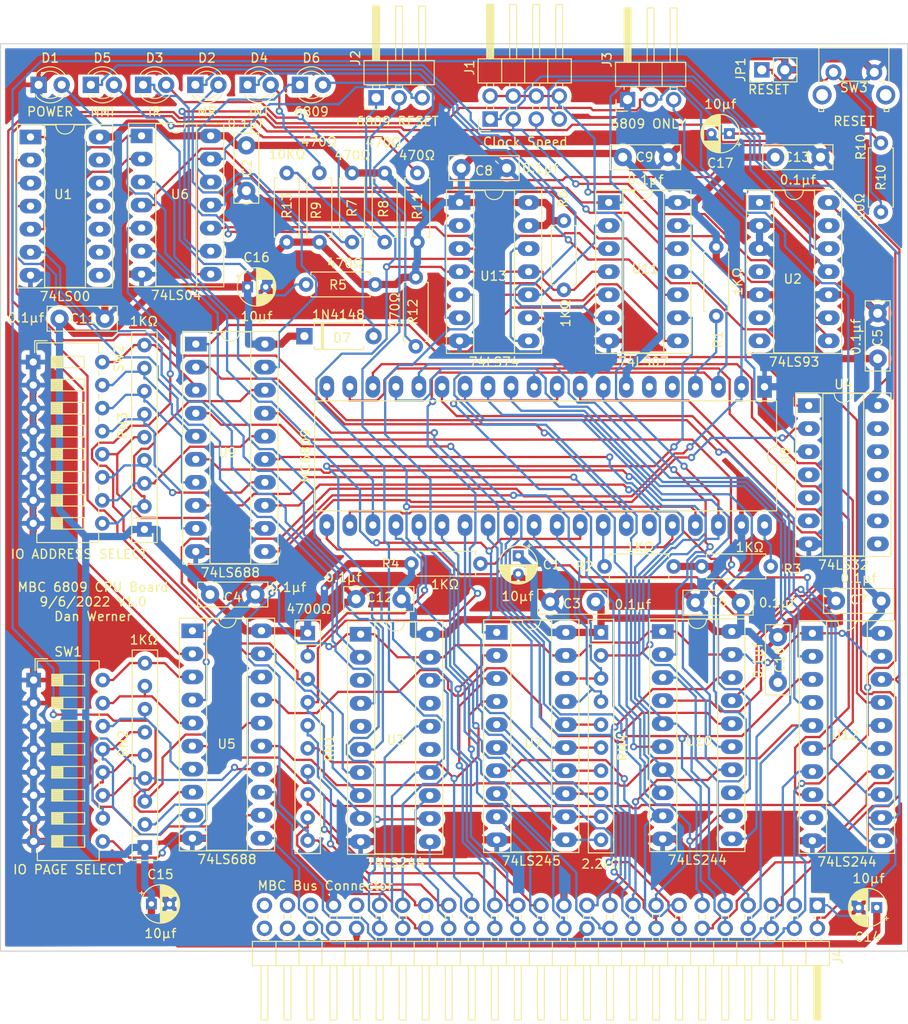
<source format=kicad_pcb>
(kicad_pcb (version 20211014) (generator pcbnew)
  (layers (0 "F.Cu" signal) (31 "B.Cu" signal) (34 "B.Paste" user) (35 "F.Paste" user) (36 "B.SilkS" user "B.Silkscreen") (37 "F.SilkS" user "F.Silkscreen") (38 "B.Mask" user) (39 "F.Mask" user) (44 "Edge.Cuts" user))
  (net 0 "")
  (net 1 "GND")
  (net 2 "Net-(C17-Pad1)")
  (net 3 "VCC")
  (net 4 "Net-(D2-Pad2)")
  (net 5 "~{6809EN}")
  (net 6 "~{BUSACK}")
  (net 7 "CLKO")
  (net 8 "CLK")
  (net 9 "Net-(D1-Pad2)")
  (net 10 "Net-(D2-Pad1)")
  (net 11 "Net-(J1-Pad1)")
  (net 12 "Net-(J1-Pad3)")
  (net 13 "~{RESET}")
  (net 14 "~{6809RST}")
  (net 15 "6809EN")
  (net 16 "~{RFSH}")
  (net 17 "~{M1}")
  (net 18 "_NMI")
  (net 19 "~{BUSRQ}")
  (net 20 "_INT")
  (net 21 "~{WAIT}")
  (net 22 "D1")
  (net 23 "~{HALT}")
  (net 24 "D0")
  (net 25 "~{WR}")
  (net 26 "D7")
  (net 27 "~{MREQ}")
  (net 28 "D2")
  (net 29 "A0")
  (net 30 "D6")
  (net 31 "A1")
  (net 32 "D5")
  (net 33 "A2")
  (net 34 "D3")
  (net 35 "A3")
  (net 36 "D4")
  (net 37 "A4")
  (net 38 "A5")
  (net 39 "A15")
  (net 40 "A6")
  (net 41 "A14")
  (net 42 "A7")
  (net 43 "A13")
  (net 44 "A8")
  (net 45 "A12")
  (net 46 "A9")
  (net 47 "A11")
  (net 48 "A10")
  (net 49 "Net-(JP1-Pad1)")
  (net 50 "Net-(RN2-Pad9)")
  (net 51 "Net-(RN2-Pad8)")
  (net 52 "Net-(RN2-Pad7)")
  (net 53 "Net-(RN2-Pad6)")
  (net 54 "Net-(RN2-Pad5)")
  (net 55 "Net-(RN2-Pad4)")
  (net 56 "Net-(RN2-Pad3)")
  (net 57 "Net-(RN2-Pad2)")
  (net 58 "Net-(RN3-Pad9)")
  (net 59 "Net-(RN3-Pad8)")
  (net 60 "Net-(RN3-Pad7)")
  (net 61 "Net-(RN3-Pad6)")
  (net 62 "Net-(RN3-Pad5)")
  (net 63 "Net-(RN3-Pad4)")
  (net 64 "Net-(RN3-Pad3)")
  (net 65 "Net-(RN3-Pad2)")
  (net 66 "~{RD}")
  (net 67 "~{IORQ}")
  (net 71 "Net-(U10-Pad8)")
  (net 77 "Net-(R3-Pad1)")
  (net 78 "Net-(R4-Pad1)")
  (net 79 "Net-(J1-Pad5)")
  (net 80 "Net-(J1-Pad7)")
  (net 81 "68TOGGLE")
  (net 82 "~{6809NMI}")
  (net 83 "Net-(U10-Pad17)")
  (net 84 "Net-(U10-Pad15)")
  (net 85 "Net-(U10-Pad13)")
  (net 86 "Net-(U10-Pad11)")
  (net 87 "Net-(D3-Pad2)")
  (net 88 "Net-(D3-Pad1)")
  (net 89 "Net-(D4-Pad2)")
  (net 90 "Net-(D4-Pad1)")
  (net 91 "Net-(D5-Pad2)")
  (net 92 "Net-(D5-Pad1)")
  (net 93 "Net-(D6-Pad2)")
  (net 94 "Net-(D6-Pad1)")
  (net 95 "~{6809QENABLE}")
  (net 96 "Net-(R1-Pad1)")
  (net 97 "~{6809INT}")
  (net 98 "Net-(RN4-Pad10)")
  (net 99 "CPU_~{WR}")
  (net 100 "Net-(R2-Pad1)")
  (net 101 "CPU_~{RD}")
  (net 102 "Net-(U1-Pad5)")
  (net 103 "6809IO")
  (net 104 "~{6809IO}")
  (net 107 "RD{slash}~{WR}")
  (net 108 "E")
  (net 109 "Net-(RN4-Pad9)")
  (net 110 "Net-(RN4-Pad8)")
  (net 111 "Net-(RN4-Pad7)")
  (net 112 "Net-(RN4-Pad6)")
  (net 113 "Net-(RN4-Pad5)")
  (net 114 "Net-(RN4-Pad4)")
  (net 115 "Net-(RN4-Pad3)")
  (net 124 "~{6809ACTIVE}")
  (net 134 "Net-(U6-Pad3)")
  (net 135 "Net-(U12-Pad17)")
  (net 136 "Net-(U11-Pad3)")
  (net 137 "Net-(U6-Pad11)")
  (net 140 "Net-(U10-Pad2)")
  (net 141 "Net-(U10-Pad4)")
  (net 142 "Net-(U10-Pad6)")
  (net 143 "Net-(U12-Pad2)")
  (net 144 "Net-(U12-Pad4)")
  (net 145 "Net-(U12-Pad6)")
  (net 146 "Net-(U12-Pad8)")
  (net 147 "Net-(U12-Pad11)")
  (net 148 "Net-(U12-Pad13)")
  (net 149 "Net-(U12-Pad15)")
  (net 151 "Net-(U13-Pad2)")
  (net 152 "Net-(U13-Pad12)")
  (footprint "Capacitor_THT:CP_Radial_D4.0mm_P2.00mm" (layer "F.Cu") (at 149.35 40.7 180)
    (fp_text reference "C17")
    (fp_text value "10µf")
  )
  (footprint "Diode_THT:D_A-405_P7.62mm_Horizontal" (layer "F.Cu") (at 102.5 63.025)
    (fp_text reference "D7")
    (fp_text value "1N4148")
  )
  (footprint "LED_THT:LED_D3.0mm" (layer "F.Cu") (at 73.2 35.325)
    (fp_text reference "D1")
    (fp_text value "POWER")
  )
  (footprint "Connector_PinHeader_2.54mm:PinHeader_1x03_P2.54mm_Horizontal" (layer "F.Cu") (at 138.125 36.95 90)
    (fp_text reference "J3")
    (fp_text value "6809 ONLY")
  )
  (footprint "Connector_PinHeader_2.54mm:PinHeader_1x02_P2.54mm_Vertical" (layer "F.Cu") (at 152.925 33.675 90)
    (fp_text reference "JP1")
    (fp_text value "RESET")
  )
  (footprint "Resistor_THT:R_Axial_DIN0207_L6.3mm_D2.5mm_P7.62mm_Horizontal" (layer "F.Cu") (at 166.05 41.725 -90)
    (fp_text reference "R10")
    (fp_text value "10Ω")
  )
  (footprint "Resistor_THT:R_Axial_DIN0207_L6.3mm_D2.5mm_P7.62mm_Horizontal" (layer "F.Cu") (at 100.55 52.66 90)
    (fp_text reference "R13")
    (fp_text value "10KΩ")
  )
  (footprint "Resistor_THT:R_Axial_DIN0207_L6.3mm_D2.5mm_P7.62mm_Horizontal" (layer "F.Cu") (at 110.3 57.325 180)
    (fp_text reference "R5")
    (fp_text value "470Ω")
  )
  (footprint "Resistor_THT:R_Array_SIP9" (layer "F.Cu") (at 84.912 119.375 90)
    (fp_text reference "RN2")
    (fp_text value "1KΩ")
  )
  (footprint "Button_Switch_THT:SW_DIP_SPSTx08_Slide_6.7x21.88mm_W7.62mm_P2.54mm_LowProfile" (layer "F.Cu") (at 72.65 100.925)
    (fp_text reference "SW1")
    (fp_text value "IO PAGE SELECT")
  )
  (footprint "Button_Switch_THT:SW_Tactile_SPST_Angled_PTS645Vx31-2LFS" (layer "F.Cu") (at 160.825 33.95)
    (fp_text reference "SW3")
    (fp_text value "RESET")
  )
  (footprint "Button_Switch_THT:SW_DIP_SPSTx08_Slide_6.7x21.88mm_W7.62mm_P2.54mm_LowProfile" (layer "F.Cu") (at 72.6 65.875)
    (fp_text reference "SW2")
    (fp_text value "IO ADDRESS SELECT")
  )
  (footprint "Package_DIP:DIP-14_W7.62mm_Socket_LongPads" (layer "F.Cu") (at 152.675 48.3)
    (fp_text reference "U2")
    (fp_text value "74LS93")
  )
  (footprint "Package_DIP:DIP-14_W7.62mm_Socket_LongPads" (layer "F.Cu") (at 136.05 48.3)
    (fp_text reference "U11")
    (fp_text value "74LS07")
  )
  (footprint "Package_DIP:DIP-14_W7.62mm_Socket_LongPads" (layer "F.Cu") (at 84.55 40.95)
    (fp_text reference "U6")
    (fp_text value "74LS04")
  )
  (footprint "Package_DIP:DIP-20_W7.62mm_Socket_LongPads" (layer "F.Cu") (at 90.525 63.9)
    (fp_text reference "U9")
    (fp_text value "74LS688")
  )
  (footprint "Package_DIP:DIP-14_W7.62mm_Socket_LongPads" (layer "F.Cu") (at 119.6 48.3)
    (fp_text reference "U13")
    (fp_text value "74LS74")
  )
  (footprint "Resistor_THT:R_Array_SIP9" (layer "F.Cu") (at 84.862 84.325 90)
    (fp_text reference "RN3")
    (fp_text value "1KΩ")
  )
  (footprint "Resistor_THT:R_Axial_DIN0207_L6.3mm_D2.5mm_P7.62mm_Horizontal" (layer "F.Cu") (at 104.15 52.66 90)
    (fp_text reference "R9")
    (fp_text value "470Ω")
  )
  (footprint "LED_THT:LED_D3.0mm" (layer "F.Cu") (at 90.48 35.325)
    (fp_text reference "D2")
    (fp_text value "MR")
  )
  (footprint "Resistor_THT:R_Axial_DIN0207_L6.3mm_D2.5mm_P7.62mm_Horizontal" (layer "F.Cu") (at 111.35 45.04 -90)
    (fp_text reference "R8")
    (fp_text value "470Ω")
  )
  (footprint "LED_THT:LED_D3.0mm" (layer "F.Cu") (at 78.96 35.325)
    (fp_text reference "D5")
    (fp_text value "NMI")
  )
  (footprint "LED_THT:LED_D3.0mm" (layer "F.Cu") (at 84.72 35.325)
    (fp_text reference "D3")
    (fp_text value "IR")
  )
  (footprint "Resistor_THT:R_Axial_DIN0207_L6.3mm_D2.5mm_P7.62mm_Horizontal" (layer "F.Cu") (at 107.75 45.04 -90)
    (fp_text reference "R7")
    (fp_text value "470Ω")
  )
  (footprint "LED_THT:LED_D3.0mm" (layer "F.Cu") (at 96.24 35.325)
    (fp_text reference "D4")
    (fp_text value "INT")
  )
  (footprint "Resistor_THT:R_Axial_DIN0207_L6.3mm_D2.5mm_P7.62mm_Horizontal" (layer "F.Cu") (at 114.95 45.04 -90)
    (fp_text reference "R11")
    (fp_text value "470Ω")
  )
  (footprint "LED_THT:LED_D3.0mm" (layer "F.Cu") (at 102 35.325)
    (fp_text reference "D6")
    (fp_text value "6809")
  )
  (footprint "Resistor_THT:R_Axial_DIN0207_L6.3mm_D2.5mm_P7.62mm_Horizontal" (layer "F.Cu") (at 114.775 64.15 90)
    (fp_text reference "R12")
    (fp_text value "470Ω")
  )
  (footprint "Connector_PinHeader_2.54mm:PinHeader_1x03_P2.54mm_Horizontal" (layer "F.Cu") (at 110.4 36.75 90)
    (fp_text reference "J2")
    (fp_text value "6809 RESET")
  )
  (footprint "Capacitor_THT:C_Disc_D7.5mm_W2.5mm_P5.00mm" (layer "F.Cu") (at 96.1 42 -90)
    (fp_text reference "C2")
    (fp_text value "0.1µf")
  )
  (footprint "Connector_PinHeader_2.54mm:PinHeader_2x04_P2.54mm_Horizontal" (layer "F.Cu") (at 122.975 39.1 90)
    (fp_text reference "J1")
    (fp_text value "Clock Speed")
  )
  (footprint "Connector_PinHeader_2.54mm:PinHeader_2x25_P2.54mm_Horizontal" (layer "F.Cu") (at 159.05 125.75 -90)
    (fp_text reference "J4")
    (fp_text value "MBC Bus Connector")
  )
  (footprint "Capacitor_THT:CP_Radial_D4.0mm_P2.00mm" (layer "F.Cu") (at 126.075 87.225 -90)
    (fp_text reference "C1")
    (fp_text value "10µf")
  )
  (footprint "Capacitor_THT:CP_Radial_D4.0mm_P2.00mm" (layer "F.Cu") (at 165.6 126 180)
    (fp_text reference "C14")
    (fp_text value "10µf")
  )
  (footprint "Package_DIP:DIP-20_W7.62mm_Socket_LongPads" (layer "F.Cu") (at 158.5 95.775)
    (fp_text reference "U12")
    (fp_text value "74LS244")
  )
  (footprint "Resistor_THT:R_Array_SIP10" (layer "F.Cu") (at 135.2 95.675 -90)
    (fp_text reference "RN4")
    (fp_text value "2.2kΩ")
  )
  (footprint "Resistor_THT:R_Array_SIP10" (layer "F.Cu") (at 102.8625 95.75 -90)
    (fp_text reference "RN1")
    (fp_text value "4700Ω")
  )
  (footprint "Package_DIP:DIP-20_W7.62mm_Socket_LongPads" (layer "F.Cu") (at 108.7 95.875)
    (fp_text reference "U3")
    (fp_text value "74LS244")
  )
  (footprint "Package_DIP:DIP-20_W7.62mm_Socket_LongPads" (layer "F.Cu") (at 123.7 95.675)
    (fp_text reference "U7")
    (fp_text value "74LS245")
  )
  (footprint "Package_DIP:DIP-20_W7.62mm_Socket_LongPads" (layer "F.Cu") (at 90.15 95.5)
    (fp_text reference "U5")
    (fp_text value "74LS688")
  )
  (footprint "Package_DIP:DIP-20_W7.62mm_Socket_LongPads" (layer "F.Cu") (at 142 95.575)
    (fp_text reference "U10")
    (fp_text value "74LS244")
  )
  (footprint "Resistor_THT:R_Axial_DIN0207_L6.3mm_D2.5mm_P7.62mm_Horizontal" (layer "F.Cu") (at 131.1 50.3 -90)
    (fp_text reference "R6")
    (fp_text value "1KΩ")
  )
  (footprint "Capacitor_THT:C_Disc_D7.5mm_W2.5mm_P5.00mm" (layer "F.Cu") (at 137.6 43.3)
    (fp_text reference "C9")
    (fp_text value "0.1µf")
  )
  (footprint "Resistor_THT:R_Axial_DIN0207_L6.3mm_D2.5mm_P7.62mm_Horizontal" (layer "F.Cu") (at 147.9 60.81 90)
    (fp_text reference "R1")
    (fp_text value "1KΩ")
  )
  (footprint "Capacitor_THT:C_Disc_D7.5mm_W2.5mm_P5.00mm" (layer "F.Cu") (at 154.7 101.2 90)
    (fp_text reference "C10")
    (fp_text value "0.1µf")
  )
  (footprint "Capacitor_THT:C_Disc_D7.5mm_W2.5mm_P5.00mm" (layer "F.Cu") (at 134.6 92.3 180)
    (fp_text reference "C3")
    (fp_text value "0.1µf")
  )
  (footprint "Capacitor_THT:C_Disc_D7.5mm_W2.5mm_P5.00mm" (layer "F.Cu") (at 165.7 65.5 90)
    (fp_text reference "C5")
    (fp_text value "0.1µf")
  )
  (footprint "Capacitor_THT:C_Disc_D7.5mm_W2.5mm_P5.00mm" (layer "F.Cu") (at 75.5 61.1)
    (fp_text reference "C11")
    (fp_text value "0.1µf")
  )
  (footprint "Capacitor_THT:C_Disc_D7.5mm_W2.5mm_P5.00mm" (layer "F.Cu") (at 119.8 44.5)
    (fp_text reference "C8")
    (fp_text value "0.1µf")
  )
  (footprint "Capacitor_THT:C_Disc_D7.5mm_W2.5mm_P5.00mm" (layer "F.Cu") (at 150.6 92.4 180)
    (fp_text reference "C6")
    (fp_text value "0.1µf")
  )
  (footprint "Resistor_THT:R_Axial_DIN0207_L6.3mm_D2.5mm_P7.62mm_Horizontal" (layer "F.Cu") (at 153.91 88.4 180)
    (fp_text reference "R3")
    (fp_text value "1KΩ")
  )
  (footprint "Capacitor_THT:CP_Radial_D4.0mm_P2.00mm" (layer "F.Cu") (at 96.2274 57.6)
    (fp_text reference "C16")
    (fp_text value "10µf")
  )
  (footprint "Resistor_THT:R_Axial_DIN0207_L6.3mm_D2.5mm_P7.62mm_Horizontal" (layer "F.Cu") (at 121.91 88.1 180)
    (fp_text reference "R4")
    (fp_text value "1KΩ")
  )
  (footprint "Capacitor_THT:CP_Radial_D4.0mm_P2.00mm" (layer "F.Cu") (at 85.6274 125.6)
    (fp_text reference "C15")
    (fp_text value "10µf")
  )
  (footprint "Capacitor_THT:C_Disc_D7.5mm_W2.5mm_P5.00mm" (layer "F.Cu") (at 113.2 92 180)
    (fp_text reference "C12")
    (fp_text value "0.1µf")
  )
  (footprint "Capacitor_THT:C_Disc_D7.5mm_W2.5mm_P5.00mm" (layer "F.Cu") (at 154.4 43.3)
    (fp_text reference "C13")
    (fp_text value "0.1µf")
  )
  (footprint "Package_DIP:DIP-40_W15.24mm_LongPads" (layer "F.Cu") (at 153.225 68.6 -90)
    (fp_text reference "U8")
    (fp_text value "MC6809")
  )
  (footprint "Capacitor_THT:C_Disc_D7.5mm_W2.5mm_P5.00mm" (layer "F.Cu") (at 166.1 92.2 180)
    (fp_text reference "C7")
    (fp_text value "0.1µf")
  )
  (footprint "Capacitor_THT:C_Disc_D7.5mm_W2.5mm_P5.00mm" (layer "F.Cu") (at 92.1 91.5)
    (fp_text reference "C4")
    (fp_text value "0.1µf")
  )
  (footprint "Package_DIP:DIP-14_W7.62mm_Socket_LongPads" (layer "F.Cu") (at 72.3 41.075)
    (fp_text reference "U1")
    (fp_text value "74LS00")
  )
  (footprint "Package_DIP:DIP-14_W7.62mm_Socket_LongPads" (layer "F.Cu") (at 158.1 70.675)
    (fp_text reference "U4")
    (fp_text value "74LS32")
  )
  (footprint "Resistor_THT:R_Axial_DIN0207_L6.3mm_D2.5mm_P7.62mm_Horizontal" (layer "F.Cu") (at 135.59 88.4)
    (fp_text reference "R2")
    (fp_text value "1KΩ")
  )
  (gr_line (start 169 30.8) (end 69 30.8) (layer "Edge.Cuts") (width 0.12))
  (gr_line (start 169 130.8) (end 69 130.8) (layer "Edge.Cuts") (width 0.12))
  (gr_line (start 169 30.8) (end 169 130.8) (layer "Edge.Cuts") (width 0.12))
  (gr_line (start 69 30.8) (end 69 130.8) (layer "Edge.Cuts") (width 0.12))
  (gr_text "MBC 6809 CPU Board\n9/6/2022 V1.0\nDan Werner" (at 79.2 92.3) (layer "F.SilkS") (effects (font (size 1 1))))
  (segment (start 150.685 85.6403) (end 150.9597 85.915) (width 0.8) (layer "F.Cu") (net 1))
  (segment (start 143.8989 90.6989) (end 131.2011 90.6989) (width 0.8) (layer "F.Cu") (net 1))
  (segment (start 72.6 83.655) (end 72.6 85.0553) (width 0.8) (layer "F.Cu") (net 1))
  (segment (start 119.6 63.54) (end 117.7997 63.54) (width 0.8) (layer "F.Cu") (net 1))
  (segment (start 144.7586 119.8372) (end 155.4975 119.8372) (width 0.8) (layer "F.Cu") (net 1))
  (segment (start 121.8997 118.535) (end 120.2695 120.1652) (width 0.8) (layer "F.Cu") (net 1))
  (segment (start 119.3773 35.0763) (end 118.1922 36.2614) (width 0.8) (layer "F.Cu") (net 1))
  (segment (start 123.7 118.535) (end 121.8997 118.535) (width 0.8) (layer "F.Cu") (net 1))
  (segment (start 131.2011 90.6989) (end 129.6 92.3) (width 0.8) (layer "F.Cu") (net 1))
  (segment (start 87.6274 125.551) (end 87.6274 125.6) (width 0.8) (layer "F.Cu") (net 1))
  (segment (start 131.11 125.75) (end 131.11 124.2997) (width 0.8) (layer "F.Cu") (net 1))
  (segment (start 150.9597 85.915) (end 156.2997 85.915) (width 0.8) (layer "F.Cu") (net 1))
  (segment (start 74.7307 33.7943) (end 73.2 35.325) (width 0.8) (layer "F.Cu") (net 1))
  (segment (start 125.9902 118.535) (end 125.5003 118.535) (width 0.8) (layer "F.Cu") (net 1))
  (segment (start 72.6 68.415) (end 72.6 70.955) (width 0.8) (layer "F.Cu") (net 1))
  (segment (start 110.2151 89.9849) (end 108.2 92) (width 0.8) (layer "F.Cu") (net 1))
  (segment (start 129.15 92.3) (end 129.6 92.3) (width 0.8) (layer "F.Cu") (net 1))
  (segment (start 107.8569 92.3431) (end 108.2 92) (width 0.8) (layer "F.Cu") (net 1))
  (segment (start 90.525 86.76) (end 92.3253 86.76) (width 0.8) (layer "F.Cu") (net 1))
  (segment (start 138.6388 119.9959) (end 134.7689 119.9959) (width 0.8) (layer "F.Cu") (net 1))
  (segment (start 72.6 70.955) (end 72.6 73.495) (width 0.8) (layer "F.Cu") (net 1))
  (segment (start 79.745 124.3997) (end 86.4761 124.3997) (width 0.8) (layer "F.Cu") (net 1))
  (segment (start 99.9348 119.9748) (end 93.5651 119.9748) (width 0.8) (layer "F.Cu") (net 1))
  (segment (start 82.7497 56.495) (end 82.7497 56.19) (width 0.8) (layer "F.Cu") (net 1))
  (segment (start 90.15 118.36) (end 88.3497 118.36) (width 0.8) (layer "F.Cu") (net 1))
  (segment (start 126.075 89.225) (end 125.3151 89.9849) (width 0.8) (layer "F.Cu") (net 1))
  (segment (start 141.4 32.2247) (end 155.465 32.2247) (width 0.8) (layer "F.Cu") (net 1))
  (segment (start 93.5651 119.9748) (end 91.9503 118.36) (width 0.8) (layer "F.Cu") (net 1))
  (segment (start 118.1922 36.2614) (end 115.7251 33.7943) (width 0.8) (layer "F.Cu") (net 1))
  (segment (start 163.66 58.46) (end 165.7 60.5) (width 0.8) (layer "F.Cu") (net 1))
  (segment (start 142 118.435) (end 143.8003 118.435) (width 0.8) (layer "F.Cu") (net 1))
  (segment (start 97.0653 91.5) (end 97.1 91.5) (width 0.8) (layer "F.Cu") (net 1))
  (segment (start 136.6747 36.95) (end 141.4 32.2247) (width 0.8) (layer "F.Cu") (net 1))
  (segment (start 155.465 33.675) (end 155.465 32.2247) (width 0.8) (layer "F.Cu") (net 1))
  (segment (start 120.2695 120.1652) (end 111.9305 120.1652) (width 0.8) (layer "F.Cu") (net 1))
  (segment (start 84.55 56.19) (end 82.7497 56.19) (width 0.8) (layer "F.Cu") (net 1))
  (segment (start 150.685 83.84) (end 150.685 85.6403) (width 0.8) (layer "F.Cu") (net 1))
  (segment (start 143.8003 118.8789) (end 144.7586 119.8372) (width 0.8) (layer "F.Cu") (net 1))
  (segment (start 86.4761 124.3997) (end 88.3497 122.5261) (width 0.8) (layer "F.Cu") (net 1))
  (segment (start 138.125 36.95) (end 136.6747 36.95) (width 0.8) (layer "F.Cu") (net 1))
  (segment (start 145.2 40.7) (end 142.6 43.3) (width 0.8) (layer "F.Cu") (net 1))
  (segment (start 154.7 96.2) (end 158.7 92.2) (width 0.8) (layer "F.Cu") (net 1))
  (segment (start 131.11 124.2997) (end 131.11 123.6548) (width 0.8) (layer "F.Cu") (net 1))
  (segment (start 80.5 58.7447) (end 80.5 61.1) (width 0.8) (layer "F.Cu") (net 1))
  (segment (start 147.35 40.7) (end 145.2 40.7) (width 0.8) (layer "F.Cu") (net 1))
  (segment (start 105.71 125.75) (end 99.9348 119.9748) (width 0.8) (layer "F.Cu") (net 1))
  (segment (start 155.465 33.675) (end 156.9153 33.675) (width 0.8) (layer "F.Cu") (net 1))
  (segment (start 123.7 118.535) (end 125.5003 118.535) (width 0.8) (layer "F.Cu") (net 1))
  (segment (start 72.3 56.315) (end 74.1003 56.315) (width 0.8) (layer "F.Cu") (net 1))
  (segment (start 131.11 123.6548) (end 125.9902 118.535) (width 0.8) (layer "F.Cu") (net 1))
  (segment (start 160.295 58.46) (end 163.66 58.46) (width 0.8) (layer "F.Cu") (net 1))
  (segment (start 72.6 81.115) (end 72.6 83.655) (width 0.8) (layer "F.Cu") (net 1))
  (segment (start 126.075 89.225) (end 129.15 92.3) (width 0.8) (layer "F.Cu") (net 1))
  (segment (start 125.3151 89.9849) (end 110.2151 89.9849) (width 0.8) (layer "F.Cu") (net 1))
  (segment (start 80.5 58.7447) (end 82.7497 56.495) (width 0.8) (layer "F.Cu") (net 1))
  (segment (start 111.9305 120.1652) (end 110.5003 118.735) (width 0.8) (layer "F.Cu") (net 1))
  (segment (start 142 118.435) (end 140.1997 118.435) (width 0.8) (layer "F.Cu") (net 1))
  (segment (start 136.6747 36.95) (end 134.801 35.0763) (width 0.8) (layer "F.Cu") (net 1))
  (segment (start 158.1 85.915) (end 156.2997 85.915) (width 0.8) (layer "F.Cu") (net 1))
  (segment (start 155.4975 119.8372) (end 156.6997 118.635) (width 0.8) (layer "F.Cu") (net 1))
  (segment (start 145.6 92.4) (end 143.8989 90.6989) (width 0.8) (layer "F.Cu") (net 1))
  (segment (start 72.65 85.1053) (end 72.65 100.925) (width 0.8) (layer "F.Cu") (net 1))
  (segment (start 134.7689 119.9959) (end 131.11 123.6548) (width 0.8) (layer "F.Cu") (net 1))
  (segment (start 108.7 118.735) (end 110.5003 118.735) (width 0.8) (layer "F.Cu") (net 1))
  (segment (start 90.15 118.36) (end 91.9503 118.36) (width 0.8) (layer "F.Cu") (net 1))
  (segment (start 118.1922 38.0397) (end 118.1135 38.1184) (width 0.8) (layer "F.Cu") (net 1))
  (segment (start 150.8747 50.84) (end 150.8747 47.1709) (width 0.8) (layer "F.Cu") (net 1))
  (segment (start 156.9153 33.675) (end 158.1291 32.4612) (width 0.8) (layer "F.Cu") (net 1))
  (segment (start 163.8362 32.4612) (end 165.325 33.95) (width 0.8) (layer "F.Cu") (net 1))
  (segment (start 72.65 116.165) (end 72.65 118.705) (width 0.8) (layer "F.Cu") (net 1))
  (segment (start 97.9431 92.3431) (end 107.8569 92.3431) (width 0.8) (layer "F.Cu") (net 1))
  (segment (start 86.4761 124.3997) (end 87.6274 125.551) (width 0.8) (layer "F.Cu") (net 1))
  (segment (start 158.1291 32.4612) (end 163.8362 32.4612) (width 0.8) (layer "F.Cu") (net 1))
  (segment (start 92.3253 86.76) (end 97.0653 91.5) (width 0.8) (layer "F.Cu") (net 1))
  (segment (start 88.3497 122.5261) (end 88.3497 118.36) (width 0.8) (layer "F.Cu") (net 1))
  (segment (start 74.1003 56.315) (end 76.53 58.7447) (width 0.8) (layer "F.Cu") (net 1))
  (segment (start 158.7 92.2) (end 161.1 92.2) (width 0.8) (layer "F.Cu") (net 1))
  (segment (start 72.65 118.705) (end 74.0503 118.705) (width 0.8) (layer "F.Cu") (net 1))
  (segment (start 158.5 118.635) (end 156.6997 118.635) (width 0.8) (layer "F.Cu") (net 1))
  (segment (start 118.1922 36.2614) (end 118.1922 38.0397) (width 0.8) (layer "F.Cu") (net 1))
  (segment (start 114.4911 60.2314) (end 100.8588 60.2314) (width 0.8) (layer "F.Cu") (net 1))
  (segment (start 117.7997 63.54) (end 114.4911 60.2314) (width 0.8) (layer "F.Cu") (net 1))
  (segment (start 72.6 85.0553) (end 72.65 85.1053) (width 0.8) (layer "F.Cu") (net 1))
  (segment (start 134.801 35.0763) (end 119.3773 35.0763) (width 0.8) (layer "F.Cu") (net 1))
  (segment (start 150.8747 47.1709) (end 151.0435 47.0021) (width 0.8) (layer "F.Cu") (net 1))
  (segment (start 74.0503 118.705) (end 79.745 124.3997) (width 0.8) (layer "F.Cu") (net 1))
  (segment (start 115.7251 33.7943) (end 74.7307 33.7943) (width 0.8) (layer "F.Cu") (net 1))
  (segment (start 143.8003 118.435) (end 143.8003 118.8789) (width 0.8) (layer "F.Cu") (net 1))
  (segment (start 152.675 50.84) (end 150.8747 50.84) (width 0.8) (layer "F.Cu") (net 1))
  (segment (start 97.1 91.5) (end 97.9431 92.3431) (width 0.8) (layer "F.Cu") (net 1))
  (segment (start 140.1997 118.435) (end 138.6388 119.9959) (width 0.8) (layer "F.Cu") (net 1))
  (segment (start 76.53 58.7447) (end 80.5 58.7447) (width 0.8) (layer "F.Cu") (net 1))
  (segment (start 100.8588 60.2314) (end 98.2274 57.6) (width 0.8) (layer "F.Cu") (net 1))
  (via (at 151.0435 47.0021) (size 0.8) (drill 0.4) (layers "F.Cu" "B.Cu") (net 1))
  (via (at 118.1135 38.1184) (size 0.8) (drill 0.4) (layers "F.Cu" "B.Cu") (net 1))
  (segment (start 136.05 63.54) (end 134.2497 63.54) (width 0.8) (layer "B.Cu") (net 1))
  (segment (start 152.7876 53.38) (end 153.4147 53.38) (width 0.8) (layer "B.Cu") (net 1))
  (segment (start 142.6 43.3) (end 138.125 38.825) (width 0.8) (layer "B.Cu") (net 1))
  (segment (start 146.5082 91.4918) (end 145.6 92.4) (width 0.8) (layer "B.Cu") (net 1))
  (segment (start 126.0747 64.9764) (end 132.8133 64.9764) (width 0.8) (layer "B.Cu") (net 1))
  (segment (start 158.1 85.915) (end 159.6502 85.915) (width 0.8) (layer "B.Cu") (net 1))
  (segment (start 119.6 63.54) (end 121.4003 63.54) (width 0.8) (layer "B.Cu") (net 1))
  (segment (start 72.65 116.165) (end 72.65 113.625) (width 0.8) (layer "B.Cu") (net 1))
  (segment (start 159.9003 85.915) (end 159.9003 91.0003) (width 0.8) (layer "B.Cu") (net 1))
  (segment (start 132.8133 64.9764) (end 134.2497 63.54) (width 0.8) (layer "B.Cu") (net 1))
  (segment (start 147.35 43.3086) (end 151.0435 47.0021) (width 0.8) (layer "B.Cu") (net 1))
  (segment (start 159.6502 85.915) (end 159.9003 85.915) (width 0.8) (layer "B.Cu") (net 1))
  (segment (start 74.1003 56.315) (end 74.1003 56.8951) (width 0.8) (layer "B.Cu") (net 1))
  (segment (start 153.4147 53.38) (end 158.4947 58.46) (width 0.8) (layer "B.Cu") (net 1))
  (segment (start 72.3 56.315) (end 74.1003 56.315) (width 0.8) (layer "B.Cu") (net 1))
  (segment (start 123.0193 61.921) (end 121.4003 63.54) (width 0.8) (layer "B.Cu") (net 1))
  (segment (start 72.6 65.875) (end 72.6 68.415) (width 0.8) (layer "B.Cu") (net 1))
  (segment (start 98.2274 57.6) (end 98.2274 49.1274) (width 0.8) (layer "B.Cu") (net 1))
  (segment (start 118.1135 38.1184) (end 118.1135 38.8785) (width 0.8) (layer "B.Cu") (net 1))
  (segment (start 72.65 108.545) (end 72.65 106.005) (width 0.8) (layer "B.Cu") (net 1))
  (segment (start 152.675 53.38) (end 152.7876 53.38) (width 0.8) (layer "B.Cu") (net 1))
  (segment (start 152.675 53.2674) (end 152.7876 53.38) (width 0.8) (layer "B.Cu") (net 1))
  (segment (start 72.65 106.005) (end 72.65 103.465) (width 0.8) (layer "B.Cu") (net 1))
  (segment (start 72.6 81.115) (end 72.6 78.575) (width 0.8) (layer "B.Cu") (net 1))
  (segment (start 123.735 61.2053) (end 123.0193 61.921) (width 0.8) (layer "B.Cu") (net 1))
  (segment (start 78.1196 58.7196) (end 78.1196 41.7449) (width 0.8) (layer "B.Cu") (net 1))
  (segment (start 98.2274 49.1274) (end 96.1 47) (width 0.8) (layer "B.Cu") (net 1))
  (segment (start 74.1003 56.8951) (end 72.6 58.3954) (width 0.8) (layer "B.Cu") (net 1))
  (segment (start 159.9003 69.6141) (end 158.8862 68.6) (width 0.8) (layer "B.Cu") (net 1))
  (segment (start 148.5892 88.426) (end 146.5082 90.507) (width 0.8) (layer "B.Cu") (net 1))
  (segment (start 155.465 39.365) (end 159.4 43.3) (width 0.8) (layer "B.Cu") (net 1))
  (segment (start 150.685 83.84) (end 150.685 85.6403) (width 0.8) (layer "B.Cu") (net 1))
  (segment (start 124.8 44.5) (end 123.735 44.5) (width 0.8) (layer "B.Cu") (net 1))
  (segment (start 147.35 40.7) (end 147.35 43.3086) (width 0.8) (layer "B.Cu") (net 1))
  (segment (start 160.295 58.46) (end 158.4947 58.46) (width 0.8) (layer "B.Cu") (net 1))
  (segment (start 105.71 124.2997) (end 106.8997 123.11) (width 0.8) (layer "B.Cu") (net 1))
  (segment (start 152.675 50.84) (end 152.675 53.2674) (width 0.8) (layer "B.Cu") (net 1))
  (segment (start 72.65 103.465) (end 72.65 100.925) (width 0.8) (layer "B.Cu") (net 1))
  (segment (start 158.4947 58.46) (end 158.4947 68.6) (width 0.8) (layer "B.Cu") (net 1))
  (segment (start 159.9003 91.0003) (end 161.1 92.2) (width 0.8) (layer "B.Cu") (net 1))
  (segment (start 148.5892 87.7361) (end 148.5892 88.426) (width 0.8) (layer "B.Cu") (net 1))
  (segment (start 72.65 113.625) (end 72.65 111.085) (width 0.8) (layer "B.Cu") (net 1))
  (segment (start 155.465 33.675) (end 155.465 39.365) (width 0.8) (layer "B.Cu") (net 1))
  (segment (start 78.1196 41.7449) (end 73.2 36.8253) (width 0.8) (layer "B.Cu") (net 1))
  (segment (start 108.7 118.735) (end 106.8997 118.735) (width 0.8) (layer "B.Cu") (net 1))
  (segment (start 158.8862 68.6) (end 158.4947 68.6) (width 0.8) (layer "B.Cu") (net 1))
  (segment (start 72.65 111.085) (end 72.65 108.545) (width 0.8) (layer "B.Cu") (net 1))
  (segment (start 158.4947 68.6) (end 153.225 68.6) (width 0.8) (layer "B.Cu") (net 1))
  (segment (start 160.3003 118.635) (end 160.3003 122.7003) (width 0.8) (layer "B.Cu") (net 1))
  (segment (start 80.5 61.1) (end 78.1196 58.7196) (width 0.8) (layer "B.Cu") (net 1))
  (segment (start 118.1135 38.8785) (end 123.735 44.5) (width 0.8) (layer "B.Cu") (net 1))
  (segment (start 73.2 35.325) (end 73.2 36.8253) (width 0.8) (layer "B.Cu") (net 1))
  (segment (start 158.5 118.635) (end 160.3003 118.635) (width 0.8) (layer "B.Cu") (net 1))
  (segment (start 72.6 78.575) (end 72.6 76.035) (width 0.8) (layer "B.Cu") (net 1))
  (segment (start 150.685 85.6403) (end 148.5892 87.7361) (width 0.8) (layer "B.Cu") (net 1))
  (segment (start 105.71 125.75) (end 105.71 124.2997) (width 0.8) (layer "B.Cu") (net 1))
  (segment (start 146.5082 90.507) (end 146.5082 91.4918) (width 0.8) (layer "B.Cu") (net 1))
  (segment (start 159.9003 85.915) (end 159.9003 69.6141) (width 0.8) (layer "B.Cu") (net 1))
  (segment (start 72.6 58.3954) (end 72.6 65.875) (width 0.8) (layer "B.Cu") (net 1))
  (segment (start 123.735 44.5) (end 123.735 61.2053) (width 0.8) (layer "B.Cu") (net 1))
  (segment (start 106.8997 123.11) (end 106.8997 118.735) (width 0.8) (layer "B.Cu") (net 1))
  (segment (start 138.125 38.825) (end 138.125 36.95) (width 0.8) (layer "B.Cu") (net 1))
  (segment (start 160.3003 122.7003) (end 163.6 126) (width 0.8) (layer "B.Cu") (net 1))
  (segment (start 123.0193 61.921) (end 126.0747 64.9764) (width 0.8) (layer "B.Cu") (net 1))
  (segment (start 72.6 76.035) (end 72.6 73.495) (width 0.8) (layer "B.Cu") (net 1))
  (segment (start 165.025 40.7) (end 166.05 41.725) (width 0.25) (layer "F.Cu") (net 2))
  (segment (start 100.55 45.04) (end 101.6753 45.04) (width 0.25) (layer "F.Cu") (net 2))
  (segment (start 134.5096 48.2849) (end 133.0248 48.2849) (width 0.25) (layer "F.Cu") (net 2))
  (segment (start 133.0248 48.2849) (end 131.4136 46.6737) (width 0.25) (layer "F.Cu") (net 2))
  (segment (start 149.35 40.7) (end 165.025 40.7) (width 0.25) (layer "F.Cu") (net 2))
  (segment (start 136.05 48.3) (end 134.5247 48.3) (width 0.25) (layer "F.Cu") (net 2))
  (segment (start 103.309 46.6737) (end 101.6753 45.04) (width 0.25) (layer "F.Cu") (net 2))
  (segment (start 134.5247 48.3) (end 134.5096 48.2849) (width 0.25) (layer "F.Cu") (net 2))
  (segment (start 131.4136 46.6737) (end 103.309 46.6737) (width 0.25) (layer "F.Cu") (net 2))
  (segment (start 110.12 63.025) (end 110.12 61.7997) (width 0.25) (layer "B.Cu") (net 2))
  (segment (start 149.35 40.7) (end 148.4247 40.7) (width 0.25) (layer "B.Cu") (net 2))
  (segment (start 108.9189 52.2265) (end 108.9189 60.5986) (width 0.25) (layer "B.Cu") (net 2))
  (segment (start 137.5753 47.3154) (end 136.2407 45.9808) (width 0.25) (layer "B.Cu") (net 2))
  (segment (start 137.5753 48.3) (end 137.5753 47.3154) (width 0.25) (layer "B.Cu") (net 2))
  (segment (start 101.7324 45.04) (end 108.9189 52.2265) (width 0.25) (layer "B.Cu") (net 2))
  (segment (start 143.9646 35.3146) (end 148.4247 39.7747) (width 0.25) (layer "B.Cu") (net 2))
  (segment (start 108.9189 60.5986) (end 110.12 61.7997) (width 0.25) (layer "B.Cu") (net 2))
  (segment (start 136.2407 36.6136) (end 137.5397 35.3146) (width 0.25) (layer "B.Cu") (net 2))
  (segment (start 136.05 48.3) (end 137.5753 48.3) (width 0.25) (layer "B.Cu") (net 2))
  (segment (start 137.5397 35.3146) (end 143.9646 35.3146) (width 0.25) (layer "B.Cu") (net 2))
  (segment (start 148.4247 39.7747) (end 148.4247 40.7) (width 0.25) (layer "B.Cu") (net 2))
  (segment (start 100.55 45.04) (end 101.7324 45.04) (width 0.25) (layer "B.Cu") (net 2))
  (segment (start 136.2407 45.9808) (end 136.2407 36.6136) (width 0.25) (layer "B.Cu") (net 2))
  (segment (start 87.4609 40.95) (end 90.3697 40.95) (width 0.8) (layer "F.Cu") (net 3))
  (segment (start 95.0271 57.6) (end 86.3027 57.6) (width 0.8) (layer "F.Cu") (net 3))
  (segment (start 119.6 48.3) (end 127.22 48.3) (width 0.8) (layer "F.Cu") (net 3))
  (segment (start 131.1 50.3) (end 129.5603 50.3) (width 0.8) (layer "F.Cu") (net 3))
  (segment (start 135.2 94.1028) (end 135.2 94.2747) (width 0.8) (layer "F.Cu") (net 3))
  (segment (start 150.4703 43.3) (end 145.4703 48.3) (width 0.8) (layer "F.Cu") (net 3))
  (segment (start 119.8 44.5) (end 121.4071 42.8929) (width 0.8) (layer "F.Cu") (net 3))
  (segment (start 101.4622 95.75) (end 101.2122 95.5) (width 0.8) (layer "F.Cu") (net 3))
  (segment (start 108.815 57.325) (end 110.3 57.325) (width 0.8) (layer "F.Cu") (net 3))
  (segment (start 86.3027 57.6) (end 81.1963 62.7064) (width 0.8) (layer "F.Cu") (net 3))
  (segment (start 131.8 130) (end 131.94 130) (width 0.8) (layer "F.Cu") (net 3))
  (segment (start 116.32 95.875) (end 118.1203 95.875) (width 0.8) (layer "F.Cu") (net 3))
  (segment (start 135.2 94.1028) (end 146.3475 94.1028) (width 0.8) (layer "F.Cu") (net 3))
  (segment (start 97.77 95.5) (end 95.9697 95.5) (width 0.8) (layer "F.Cu") (net 3))
  (segment (start 131.94 130) (end 133.65 128.29) (width 0.8) (layer "F.Cu") (net 3))
  (segment (start 129.5603 48.84) (end 129.0203 48.3) (width 0.8) (layer "F.Cu") (net 3))
  (segment (start 154.4 43.3) (end 150.4703 43.3) (width 0.8) (layer "F.Cu") (net 3))
  (segment (start 79.92 41.075) (end 81.7203 41.075) (width 0.8) (layer "F.Cu") (net 3))
  (segment (start 143.21 88.4) (end 146.29 88.4) (width 0.8) (layer "F.Cu") (net 3))
  (segment (start 102.8625 95.75) (end 101.4622 95.75) (width 0.8) (layer "F.Cu") (net 3))
  (segment (start 108.25 128.29) (end 108.25 129.95) (width 0.8) (layer "F.Cu") (net 3))
  (segment (start 128.1194 94.2747) (end 129.5197 95.675) (width 0.8) (layer "F.Cu") (net 3))
  (segment (start 114.775 56.53) (end 113.3747 56.53) (width 0.8) (layer "F.Cu") (net 3))
  (segment (start 146.3475 94.1028) (end 147.8197 95.575) (width 0.8) (layer "F.Cu") (net 3))
  (segment (start 135.2 92.9) (end 135.2 94.1028) (width 0.8) (layer "F.Cu") (net 3))
  (segment (start 86.0605 39.5496) (end 87.4609 40.95) (width 0.8) (layer "F.Cu") (net 3))
  (segment (start 77.1064 62.7064) (end 75.5 61.1) (width 0.8) (layer "F.Cu") (net 3))
  (segment (start 111.35 45.04) (end 107.75 45.04) (width 0.8) (layer "F.Cu") (net 3))
  (segment (start 101.2122 95.5) (end 99.5703 95.5) (width 0.8) (layer "F.Cu") (net 3))
  (segment (start 164.2 130) (end 165.6 128.6) (width 0.8) (layer "F.Cu") (net 3))
  (segment (start 119.7206 94.2747) (end 128.1194 94.2747) (width 0.8) (layer "F.Cu") (net 3))
  (segment (start 81.7203 41.075) (end 81.7203 40.911) (width 0.8) (layer "F.Cu") (net 3))
  (segment (start 92.17 40.95) (end 93.9703 40.95) (width 0.8) (layer "F.Cu") (net 3))
  (segment (start 98.145 63.9) (end 99.9453 63.9) (width 0.8) (layer "F.Cu") (net 3))
  (segment (start 96.2274 57.6) (end 95.0271 57.6) (width 0.8) (layer "F.Cu") (net 3))
  (segment (start 92.17 40.95) (end 90.3697 40.95) (width 0.8) (layer "F.Cu") (net 3))
  (segment (start 129.5603 50.3) (end 129.5603 48.84) (width 0.8) (layer "F.Cu") (net 3))
  (segment (start 133.1203 95.675) (end 135.2 95.675) (width 0.8) (layer "F.Cu") (net 3))
  (segment (start 146.29 88.4) (end 147.6903 88.4) (width 0.8) (layer "F.Cu") (net 3))
  (segment (start 104.15 52.66) (end 108.815 57.325) (width 0.8) (layer "F.Cu") (net 3))
  (segment (start 121.4071 42.8929) (end 137.1929 42.8929) (width 0.8) (layer "F.Cu") (net 3))
  (segment (start 96.8103 56.3997) (end 100.55 52.66) (width 0.8) (layer "F.Cu") (net 3))
  (segment (start 92.1 91.5) (end 95.9697 95.3697) (width 0.8) (layer "F.Cu") (net 3))
  (segment (start 96.1 42) (end 95.0203 42) (width 0.8) (layer "F.Cu") (net 3))
  (segment (start 147.9 53.19) (end 147.9 54.5903) (width 0.8) (layer "F.Cu") (net 3))
  (segment (start 154.4753 58.46) (end 154.4753 60.1478) (width 0.8) (layer "F.Cu") (net 3))
  (segment (start 85.6274 127.027) (end 88.6 130) (width 0.8) (layer "F.Cu") (net 3))
  (segment (start 150.6 92.4) (end 147.6903 89.4903) (width 0.8) (layer "F.Cu") (net 3))
  (segment (start 95.9697 95.3697) (end 95.9697 95.5) (width 0.8) (layer "F.Cu") (net 3))
  (segment (start 149.62 95.575) (end 147.8197 95.575) (width 0.8) (layer "F.Cu") (net 3))
  (segment (start 81.1963 62.7064) (end 77.1064 62.7064) (width 0.8) (layer "F.Cu") (net 3))
  (segment (start 152.675 58.46) (end 154.4753 58.46) (width 0.8) (layer "F.Cu") (net 3))
  (segment (start 104.7072 90.812) (end 107.4192 88.1) (width 0.8) (layer "F.Cu") (net 3))
  (segment (start 150.8747 57.565) (end 150.8747 58.46) (width 0.8) (layer "F.Cu") (net 3))
  (segment (start 131.32 95.675) (end 133.1203 95.675) (width 0.8) (layer "F.Cu") (net 3))
  (segment (start 100.8203 63.025) (end 102.5 63.025) (width 0.8) (layer "F.Cu") (net 3))
  (segment (start 129.5603 50.3) (end 129.0203 50.84) (width 0.8) (layer "F.Cu") (net 3))
  (segment (start 107.4192 88.1) (end 114.29 88.1) (width 0.8) (layer "F.Cu") (net 3))
  (segment (start 108.3 130) (end 131.8 130) (width 0.8) (layer "F.Cu") (net 3))
  (segment (start 131.94 130) (end 164.2 130) (width 0.8) (layer "F.Cu") (net 3))
  (segment (start 127.22 50.84) (end 129.0203 50.84) (width 0.8) (layer "F.Cu") (net 3))
  (segment (start 85.6274 125.6) (end 85.6274 127.027) (width 0.8) (layer "F.Cu") (net 3))
  (segment (start 83.0817 39.5496) (end 86.0605 39.5496) (width 0.8) (layer "F.Cu") (net 3))
  (segment (start 110.3 57.325) (end 112.5797 57.325) (width 0.8) (layer "F.Cu") (net 3))
  (segment (start 88.6 130) (end 108.3 130) (width 0.8) (layer "F.Cu") (net 3))
  (segment (start 127.22 48.3) (end 129.0203 48.3) (width 0.8) (layer "F.Cu") (net 3))
  (segment (start 143.67 48.3) (end 145.4703 48.3) (width 0.8) (layer "F.Cu") (net 3))
  (segment (start 134.6 92.3) (end 135.2 92.9) (width 0.8) (layer "F.Cu") (net 3))
  (segment (start 147.9 54.5903) (end 150.8747 57.565) (width 0.8) (layer "F.Cu") (net 3))
  (segment (start 152.675 58.46) (end 150.8747 58.46) (width 0.8) (layer "F.Cu") (net 3))
  (segment (start 154.4753 60.1478) (end 159.8275 65.5) (width 0.8) (layer "F.Cu") (net 3))
  (segment (start 108.25 129.95) (end 108.3 130) (width 0.8) (layer "F.Cu") (net 3))
  (segment (start 165.6 128.6) (end 165.6 126) (width 0.8) (layer "F.Cu") (net 3))
  (segment (start 135.2 95.675) (end 135.2 94.2747) (width 0.8) (layer "F.Cu") (net 3))
  (segment (start 95.0203 42) (end 93.9703 40.95) (width 0.8) (layer "F.Cu") (net 3))
  (segment (start 112.5797 57.325) (end 113.3747 56.53) (width 0.8) (layer "F.Cu") (net 3))
  (segment (start 131.8 130) (end 131.94 130) (width 0.8) (layer "F.Cu") (net 3))
  (segment (start 99.9453 63.9) (end 100.8203 63.025) (width 0.8) (layer "F.Cu") (net 3))
  (segment (start 147.6903 89.4903) (end 147.6903 88.4) (width 0.8) (layer "F.Cu") (net 3))
  (segment (start 118.1203 95.875) (end 119.7206 94.2747) (width 0.8) (layer "F.Cu") (net 3))
  (segment (start 96.2274 56.3997) (end 96.8103 56.3997) (width 0.8) (layer "F.Cu") (net 3))
  (segment (start 137.1929 42.8929) (end 137.6 43.3) (width 0.8) (layer "F.Cu") (net 3))
  (segment (start 104.71 42) (end 96.1 42) (width 0.8) (layer "F.Cu") (net 3))
  (segment (start 97.77 95.5) (end 99.5703 95.5) (width 0.8) (layer "F.Cu") (net 3))
  (segment (start 96.2274 57.6) (end 96.2274 56.3997) (width 0.8) (layer "F.Cu") (net 3))
  (segment (start 100.55 52.66) (end 104.15 52.66) (width 0.8) (layer "F.Cu") (net 3))
  (segment (start 131.32 95.675) (end 129.5197 95.675) (width 0.8) (layer "F.Cu") (net 3))
  (segment (start 107.75 45.04) (end 104.71 42) (width 0.8) (layer "F.Cu") (net 3))
  (segment (start 81.7203 40.911) (end 83.0817 39.5496) (width 0.8) (layer "F.Cu") (net 3))
  (segment (start 159.8275 65.5) (end 165.7 65.5) (width 0.8) (layer "F.Cu") (net 3))
  (via (at 104.7072 90.812) (size 0.8) (drill 0.4) (layers "F.Cu" "B.Cu") (net 3))
  (segment (start 116.2049 49.8949) (end 116.2049 49.8948) (width 0.8) (layer "B.Cu") (net 3))
  (segment (start 151.5497 95.575) (end 151.4203 95.575) (width 0.8) (layer "B.Cu") (net 3))
  (segment (start 114.95 51.2597) (end 116.2049 50.0048) (width 0.8) (layer "B.Cu") (net 3))
  (segment (start 154.7 98.7253) (end 151.5497 95.575) (width 0.8) (layer "B.Cu") (net 3))
  (segment (start 86.2623 85.6623) (end 86.2623 84.325) (width 0.8) (layer "B.Cu") (net 3))
  (segment (start 150.6 95.575) (end 151.4203 95.575) (width 0.8) (layer "B.Cu") (net 3))
  (segment (start 127.809 88.959) (end 126.075 87.225) (width 0.8) (layer "B.Cu") (net 3))
  (segment (start 114.29 89.5003) (end 113.2 90.5903) (width 0.8) (layer "B.Cu") (net 3))
  (segment (start 119.6 48.3) (end 118.6999 48.3) (width 0.8) (layer "B.Cu") (net 3))
  (segment (start 150.6 92.4) (end 150.6 95.575) (width 0.8) (layer "B.Cu") (net 3))
  (segment (start 82.7459 120.1408) (end 83.5117 119.375) (width 0.8) (layer "B.Cu") (net 3))
  (segment (start 116.2049 49.8948) (end 111.35 45.04) (width 0.8) (layer "B.Cu") (net 3))
  (segment (start 141.8697 48.3) (end 141.8697 62.915) (width 0.8) (layer "B.Cu") (net 3))
  (segment (start 164.3197 95.1949) (end 166.0999 93.4147) (width 0.8) (layer "B.Cu") (net 3))
  (segment (start 141.8697 62.915) (end 137.985 66.7997) (width 0.8) (layer "B.Cu") (net 3))
  (segment (start 166.1 93.4147) (end 166.1 92.2) (width 0.8) (layer "B.Cu") (net 3))
  (segment (start 137.6 43.3) (end 141.8697 47.5697) (width 0.8) (layer "B.Cu") (net 3))
  (segment (start 147.9 51.7897) (end 145.4703 49.36) (width 0.8) (layer "B.Cu") (net 3))
  (segment (start 78.3923 85.1118) (end 82.6749 85.1118) (width 0.8) (layer "B.Cu") (net 3))
  (segment (start 75.5 61.1) (end 75.5 82.2195) (width 0.8) (layer "B.Cu") (net 3))
  (segment (start 143.67 48.3) (end 142.1198 48.3) (width 0.8) (layer "B.Cu") (net 3))
  (segment (start 84.862 84.325) (end 83.4617 84.325) (width 0.8) (layer "B.Cu") (net 3))
  (segment (start 102.8625 95.75) (end 102.8625 94.3497) (width 0.8) (layer "B.Cu") (net 3))
  (segment (start 114.95 54.9547) (end 114.95 52.66) (width 0.8) (layer "B.Cu") (net 3))
  (segment (start 116.2049 49.8948) (end 117.7997 48.3) (width 0.8) (layer "B.Cu") (net 3))
  (segment (start 119.8 47.1999) (end 119.8 44.5) (width 0.8) (layer "B.Cu") (net 3))
  (segment (start 164.3197 95.775) (end 164.3197 95.1949) (width 0.8) (layer "B.Cu") (net 3))
  (segment (start 113.2 92) (end 114.5197 93.3197) (width 0.8) (layer "B.Cu") (net 3))
  (segment (start 96.2274 57.6) (end 96.2274 58.8003) (width 0.8) (layer "B.Cu") (net 3))
  (segment (start 114.5197 93.3197) (end 114.5197 95.875) (width 0.8) (layer "B.Cu") (net 3))
  (segment (start 78.3923 118.8213) (end 79.7118 120.1408) (width 0.8) (layer "B.Cu") (net 3))
  (segment (start 143.67 48.3) (end 145.4703 48.3) (width 0.8) (layer "B.Cu") (net 3))
  (segment (start 92.1 91.5) (end 86.2623 85.6623) (width 0.8) (layer "B.Cu") (net 3))
  (segment (start 84.912 123.6843) (end 84.912 119.375) (width 0.8) (layer "B.Cu") (net 3))
  (segment (start 145.4703 49.36) (end 145.4703 48.3) (width 0.8) (layer "B.Cu") (net 3))
  (segment (start 114.775 56.53) (end 114.775 55.1297) (width 0.8) (layer "B.Cu") (net 3))
  (segment (start 75.5 82.2195) (end 78.3923 85.1118) (width 0.8) (layer "B.Cu") (net 3))
  (segment (start 96.3447 58.9176) (end 96.2274 58.8003) (width 0.8) (layer "B.Cu") (net 3))
  (segment (start 96.3447 63.9) (end 96.3447 58.9176) (width 0.8) (layer "B.Cu") (net 3))
  (segment (start 137.985 68.6) (end 137.985 66.7997) (width 0.8) (layer "B.Cu") (net 3))
  (segment (start 116.2049 50.0048) (end 116.2049 49.8949) (width 0.8) (layer "B.Cu") (net 3))
  (segment (start 113.2 90.5903) (end 113.2 92) (width 0.8) (layer "B.Cu") (net 3))
  (segment (start 84.862 84.325) (end 86.2623 84.325) (width 0.8) (layer "B.Cu") (net 3))
  (segment (start 84.912 119.375) (end 83.5117 119.375) (width 0.8) (layer "B.Cu") (net 3))
  (segment (start 85.6274 124.3997) (end 84.912 123.6843) (width 0.8) (layer "B.Cu") (net 3))
  (segment (start 98.145 63.9) (end 96.3447 63.9) (width 0.8) (layer "B.Cu") (net 3))
  (segment (start 127.809 93.9643) (end 127.809 88.959) (width 0.8) (layer "B.Cu") (net 3))
  (segment (start 149.62 95.575) (end 150.6 95.575) (width 0.8) (layer "B.Cu") (net 3))
  (segment (start 114.95 52.66) (end 114.95 51.2597) (width 0.8) (layer "B.Cu") (net 3))
  (segment (start 166.0999 93.4147) (end 166.1 93.4147) (width 0.8) (layer "B.Cu") (net 3))
  (segment (start 104.7072 92.505) (end 104.7072 90.812) (width 0.8) (layer "B.Cu") (net 3))
  (segment (start 114.29 88.1) (end 114.29 89.5003) (width 0.8) (layer "B.Cu") (net 3))
  (segment (start 118.6999 48.3) (end 119.8 47.1999) (width 0.8) (layer "B.Cu") (net 3))
  (segment (start 165.7 65.5) (end 165.7 69.1448) (width 0.8) (layer "B.Cu") (net 3))
  (segment (start 164.1698 70.675) (end 163.9197 70.9251) (width 0.8) (layer "B.Cu") (net 3))
  (segment (start 78.3923 85.1118) (end 78.3923 118.8213) (width 0.8) (layer "B.Cu") (net 3))
  (segment (start 142.1198 48.3) (end 141.8697 48.3) (width 0.8) (layer "B.Cu") (net 3))
  (segment (start 163.9197 70.9251) (end 163.9197 90.0197) (width 0.8) (layer "B.Cu") (net 3))
  (segment (start 131.32 95.675) (end 129.5197 95.675) (width 0.8) (layer "B.Cu") (net 3))
  (segment (start 165.72 70.675) (end 164.1698 70.675) (width 0.8) (layer "B.Cu") (net 3))
  (segment (start 82.6749 85.1118) (end 83.4617 84.325) (width 0.8) (layer "B.Cu") (net 3))
  (segment (start 116.32 95.875) (end 114.5197 95.875) (width 0.8) (layer "B.Cu") (net 3))
  (segment (start 129.5197 95.675) (end 127.809 93.9643) (width 0.8) (layer "B.Cu") (net 3))
  (segment (start 114.775 55.1297) (end 114.95 54.9547) (width 0.8) (layer "B.Cu") (net 3))
  (segment (start 118.6999 48.3) (end 117.7997 48.3) (width 0.8) (layer "B.Cu") (net 3))
  (segment (start 163.9197 90.0197) (end 166.1 92.2) (width 0.8) (layer "B.Cu") (net 3))
  (segment (start 154.7 101.2) (end 154.7 98.7253) (width 0.8) (layer "B.Cu") (net 3))
  (segment (start 79.7118 120.1408) (end 82.7459 120.1408) (width 0.8) (layer "B.Cu") (net 3))
  (segment (start 141.8697 47.5697) (end 141.8697 48.3) (width 0.8) (layer "B.Cu") (net 3))
  (segment (start 165.7 69.1448) (end 164.1698 70.675) (width 0.8) (layer "B.Cu") (net 3))
  (segment (start 166.12 95.775) (end 164.3197 95.775) (width 0.8) (layer "B.Cu") (net 3))
  (segment (start 147.9 53.19) (end 147.9 51.7897) (width 0.8) (layer "B.Cu") (net 3))
  (segment (start 85.6274 125.6) (end 85.6274 124.3997) (width 0.8) (layer "B.Cu") (net 3))
  (segment (start 102.8625 94.3497) (end 104.7072 92.505) (width 0.8) (layer "B.Cu") (net 3))
  (segment (start 105.4994 51.5347) (end 103.3246 51.5347) (width 0.25) (layer "B.Cu") (net 4))
  (segment (start 103.3246 51.5347) (end 96.9589 45.169) (width 0.25) (layer "B.Cu") (net 4))
  (segment (start 90.189 46.0421) (end 90.189 38.156) (width 0.25) (layer "B.Cu") (net 4))
  (segment (start 96.9589 45.169) (end 95.0839 45.169) (width 0.25) (layer "B.Cu") (net 4))
  (segment (start 90.189 38.156) (end 93.02 35.325) (width 0.25) (layer "B.Cu") (net 4))
  (segment (start 91.3257 47.1788) (end 90.189 46.0421) (width 0.25) (layer "B.Cu") (net 4))
  (segment (start 93.0741 47.1788) (end 91.3257 47.1788) (width 0.25) (layer "B.Cu") (net 4))
  (segment (start 106.6247 52.66) (end 105.4994 51.5347) (width 0.25) (layer "B.Cu") (net 4))
  (segment (start 95.0839 45.169) (end 93.0741 47.1788) (width 0.25) (layer "B.Cu") (net 4))
  (segment (start 107.75 52.66) (end 106.6247 52.66) (width 0.25) (layer "B.Cu") (net 4))
  (segment (start 119.6248 37.8689) (end 134.0573 37.8689) (width 0.25) (layer "F.Cu") (net 5))
  (segment (start 98.1123 38.2553) (end 99.416 39.559) (width 0.25) (layer "F.Cu") (net 5))
  (segment (start 109.1335 95.875) (end 108.7 95.875) (width 0.25) (layer "F.Cu") (net 5))
  (segment (start 107.1747 95.875) (end 105.8088 97.2409) (width 0.25) (layer "F.Cu") (net 5))
  (segment (start 99.416 39.559) (end 117.9347 39.559) (width 0.25) (layer "F.Cu") (net 5))
  (segment (start 142 95.575) (end 140.4747 95.575) (width 0.25) (layer "F.Cu") (net 5))
  (segment (start 105.8088 97.2409) (end 105.2058 97.2409) (width 0.25) (layer "F.Cu") (net 5))
  (segment (start 149.62 98.115) (end 148.0947 98.115) (width 0.25) (layer "F.Cu") (net 5))
  (segment (start 158.5 95.775) (end 160.0253 95.775) (width 0.25) (layer "F.Cu") (net 5))
  (segment (start 139.1223 38.1254) (end 139.4897 37.758) (width 0.25) (layer "F.Cu") (net 5))
  (segment (start 160.0253 95.775) (end 161.7795 95.775) (width 0.25) (layer "F.Cu") (net 5))
  (segment (start 132.0827 98.215) (end 131.32 98.215) (width 0.25) (layer "F.Cu") (net 5))
  (segment (start 139.2493 96.8004) (end 134.2599 96.8004) (width 0.25) (layer "F.Cu") (net 5))
  (segment (start 112.7653 98.415) (end 110.2253 95.875) (width 0.25) (layer "F.Cu") (net 5))
  (segment (start 134.3138 38.1254) (end 139.1223 38.1254) (width 0.25) (layer "F.Cu") (net 5))
  (segment (start 109.1335 95.875) (end 110.2253 95.875) (width 0.25) (layer "F.Cu") (net 5))
  (segment (start 140.665 36.95) (end 139.4897 36.95) (width 0.25) (layer "F.Cu") (net 5))
  (segment (start 142 95.575) (end 143.5253 95.575) (width 0.25) (layer "F.Cu") (net 5))
  (segment (start 116.32 98.415) (end 112.7653 98.415) (width 0.25) (layer "F.Cu") (net 5))
  (segment (start 117.9347 39.559) (end 119.6248 37.8689) (width 0.25) (layer "F.Cu") (net 5))
  (segment (start 156.9747 95.9157) (end 153.8913 98.9991) (width 0.25) (layer "F.Cu") (net 5))
  (segment (start 132.0827 98.215) (end 132.8453 98.215) (width 0.25) (layer "F.Cu") (net 5))
  (segment (start 140.4747 95.575) (end 139.2493 96.8004) (width 0.25) (layer "F.Cu") (net 5))
  (segment (start 89.0132 38.2553) (end 98.1123 38.2553) (width 0.25) (layer "F.Cu") (net 5))
  (segment (start 134.2599 96.8004) (end 132.8453 98.215) (width 0.25) (layer "F.Cu") (net 5))
  (segment (start 139.4897 37.758) (end 139.4897 36.95) (width 0.25) (layer "F.Cu") (net 5))
  (segment (start 143.5253 95.575) (end 146.0653 98.115) (width 0.25) (layer "F.Cu") (net 5))
  (segment (start 153.8913 98.9991) (end 153.5591 98.9991) (width 0.25) (layer "F.Cu") (net 5))
  (segment (start 158.5 95.775) (end 156.9747 95.775) (width 0.25) (layer "F.Cu") (net 5))
  (segment (start 146.0653 98.115) (end 148.0947 98.115) (width 0.25) (layer "F.Cu") (net 5))
  (segment (start 119.1707 97.0896) (end 128.6693 97.0896) (width 0.25) (layer "F.Cu") (net 5))
  (segment (start 108.7 95.875) (end 107.1747 95.875) (width 0.25) (layer "F.Cu") (net 5))
  (segment (start 117.8453 98.415) (end 119.1707 97.0896) (width 0.25) (layer "F.Cu") (net 5))
  (segment (start 131.32 98.215) (end 129.7947 98.215) (width 0.25) (layer "F.Cu") (net 5))
  (segment (start 156.9747 95.775) (end 156.9747 95.9157) (width 0.25) (layer "F.Cu") (net 5))
  (segment (start 116.32 98.415) (end 117.8453 98.415) (width 0.25) (layer "F.Cu") (net 5))
  (segment (start 134.0573 37.8689) (end 134.3138 38.1254) (width 0.25) (layer "F.Cu") (net 5))
  (segment (start 128.6693 97.0896) (end 129.7947 98.215) (width 0.25) (layer "F.Cu") (net 5))
  (via (at 161.7795 95.775) (size 0.8) (drill 0.4) (layers "F.Cu" "B.Cu") (net 5))
  (via (at 105.2058 97.2409) (size 0.8) (drill 0.4) (layers "F.Cu" "B.Cu") (net 5))
  (via (at 153.5591 98.9991) (size 0.8) (drill 0.4) (layers "F.Cu" "B.Cu") (net 5))
  (via (at 89.0132 38.2553) (size 0.8) (drill 0.4) (layers "F.Cu" "B.Cu") (net 5))
  (segment (start 141.8403 36.5826) (end 142.6482 35.7747) (width 0.25) (layer "B.Cu") (net 5))
  (segment (start 89.0132 38.2553) (end 89.2783 38.5204) (width 0.25) (layer "B.Cu") (net 5))
  (segment (start 89.2783 52.2836) (end 90.6447 53.65) (width 0.25) (layer "B.Cu") (net 5))
  (segment (start 91.6753 95.0504) (end 91.6753 95.5) (width 0.25) (layer "B.Cu") (net 5))
  (segment (start 146.2264 44.4157) (end 151.2361 49.4254) (width 0.25) (layer "B.Cu") (net 5))
  (segment (start 142.6482 35.7747) (end 143.6948 35.7747) (width 0.25) (layer "B.Cu") (net 5))
  (segment (start 155.4918 53.1228) (end 159.559 57.19) (width 0.25) (layer "B.Cu") (net 5))
  (segment (start 162.2353 95.9556) (end 162.2353 95.775) (width 0.25) (layer "B.Cu") (net 5))
  (segment (start 152.0294 98.9991) (end 153.5591 98.9991) (width 0.25) (layer "B.Cu") (net 5))
  (segment (start 98.725 90.1242) (end 96.6015 90.1242) (width 0.25) (layer "B.Cu") (net 5))
  (segment (start 99.7064 91.1056) (end 98.725 90.1242) (width 0.25) (layer "B.Cu") (net 5))
  (segment (start 92.17 53.65) (end 90.6447 53.65) (width 0.25) (layer "B.Cu") (net 5))
  (segment (start 89.2783 38.5204) (end 89.2783 52.2836) (width 0.25) (layer "B.Cu") (net 5))
  (segment (start 151.1453 98.115) (end 152.0294 98.9991) (width 0.25) (layer "B.Cu") (net 5))
  (segment (start 164.5947 98.315) (end 162.2353 95.9556) (width 0.25) (layer "B.Cu") (net 5))
  (segment (start 105.2058 97.2409) (end 104.8403 96.8754) (width 0.25) (layer "B.Cu") (net 5))
  (segment (start 161.0319 57.19) (end 162.4573 58.6154) (width 0.25) (layer "B.Cu") (net 5))
  (segment (start 99.7064 94.7181) (end 99.7064 91.1056) (width 0.25) (layer "B.Cu") (net 5))
  (segment (start 166.12 98.315) (end 164.5947 98.315) (width 0.25) (layer "B.Cu") (net 5))
  (segment (start 162.2353 95.775) (end 161.7795 95.775) (width 0.25) (layer "B.Cu") (net 5))
  (segment (start 104.8403 96.8754) (end 101.8637 96.8754) (width 0.25) (layer "B.Cu") (net 5))
  (segment (start 96.6015 90.1242) (end 91.6753 95.0504) (width 0.25) (layer "B.Cu") (net 5))
  (segment (start 143.6948 35.7747) (end 146.2264 38.3063) (width 0.25) (layer "B.Cu") (net 5))
  (segment (start 155.4918 51.6241) (end 155.4918 53.1228) (width 0.25) (layer "B.Cu") (net 5))
  (segment (start 101.8637 96.8754) (end 99.7064 94.7181) (width 0.25) (layer "B.Cu") (net 5))
  (segment (start 151.2361 49.4254) (end 153.2931 49.4254) (width 0.25) (layer "B.Cu") (net 5))
  (segment (start 140.665 36.95) (end 141.8403 36.95) (width 0.25) (layer "B.Cu") (net 5))
  (segment (start 162.4573 95.553) (end 162.2353 95.775) (width 0.25) (layer "B.Cu") (net 5))
  (segment (start 162.4573 58.6154) (end 162.4573 95.553) (width 0.25) (layer "B.Cu") (net 5))
  (segment (start 146.2264 38.3063) (end 146.2264 44.4157) (width 0.25) (layer "B.Cu") (net 5))
  (segment (start 159.559 57.19) (end 161.0319 57.19) (width 0.25) (layer "B.Cu") (net 5))
  (segment (start 141.8403 36.95) (end 141.8403 36.5826) (width 0.25) (layer "B.Cu") (net 5))
  (segment (start 90.15 95.5) (end 91.6753 95.5) (width 0.25) (layer "B.Cu") (net 5))
  (segment (start 153.2931 49.4254) (end 155.4918 51.6241) (width 0.25) (layer "B.Cu") (net 5))
  (segment (start 149.62 98.115) (end 151.1453 98.115) (width 0.25) (layer "B.Cu") (net 5))
  (segment (start 103.9878 118.61) (end 103.9878 118.6198) (width 0.25) (layer "F.Cu") (net 6))
  (segment (start 103.9878 118.6198) (end 109.4194 124.0514) (width 0.25) (layer "F.Cu") (net 6))
  (segment (start 114.2609 81.2945) (end 114.0609 81.0945) (width 0.25) (layer "F.Cu") (net 6))
  (segment (start 143.5092 76.3961) (end 138.6108 81.2945) (width 0.25) (layer "F.Cu") (net 6))
  (segment (start 114.0609 81.0945) (end 105.708 81.0945) (width 0.25) (layer "F.Cu") (net 6))
  (segment (start 100.4126 86.3899) (end 100.4126 89.8458) (width 0.25) (layer "F.Cu") (net 6))
  (segment (start 102.8625 118.61) (end 103.9878 118.61) (width 0.25) (layer "F.Cu") (net 6))
  (segment (start 158.1 73.215) (end 156.5747 73.215) (width 0.25) (layer "F.Cu") (net 6))
  (segment (start 145.1732 76.3961) (end 143.5092 76.3961) (width 0.25) (layer "F.Cu") (net 6))
  (segment (start 100.4126 89.8458) (end 98.9156 91.3428) (width 0.25) (layer "F.Cu") (net 6))
  (segment (start 155.55 74.2397) (end 155.1888 74.2397) (width 0.25) (layer "F.Cu") (net 6))
  (segment (start 138.6108 81.2945) (end 114.2609 81.2945) (width 0.25) (layer "F.Cu") (net 6))
  (segment (start 114.6947 125.3827) (end 114.6947 125.75) (width 0.25) (layer "F.Cu") (net 6))
  (segment (start 105.708 81.0945) (end 100.4126 86.3899) (width 0.25) (layer "F.Cu") (net 6))
  (segment (start 113.3634 124.0514) (end 114.6947 125.3827) (width 0.25) (layer "F.Cu") (net 6))
  (segment (start 156.5747 73.215) (end 155.55 74.2397) (width 0.25) (layer "F.Cu") (net 6))
  (segment (start 115.87 125.75) (end 114.6947 125.75) (width 0.25) (layer "F.Cu") (net 6))
  (segment (start 109.4194 124.0514) (end 113.3634 124.0514) (width 0.25) (layer "F.Cu") (net 6))
  (via (at 145.1732 76.3961) (size 0.8) (drill 0.4) (layers "F.Cu" "B.Cu") (net 6))
  (via (at 98.9156 91.3428) (size 0.8) (drill 0.4) (layers "F.Cu" "B.Cu") (net 6))
  (via (at 155.1888 74.2397) (size 0.8) (drill 0.4) (layers "F.Cu" "B.Cu") (net 6))
  (segment (start 155.1888 74.2397) (end 147.3296 74.2397) (width 0.25) (layer "B.Cu") (net 6))
  (segment (start 99.7457 100.5521) (end 98.5036 99.31) (width 0.25) (layer "B.Cu") (net 6))
  (segment (start 102.6183 117.4847) (end 99.7457 114.6121) (width 0.25) (layer "B.Cu") (net 6))
  (segment (start 147.3296 74.2397) (end 145.1732 76.3961) (width 0.25) (layer "B.Cu") (net 6))
  (segment (start 102.8625 117.4847) (end 102.6183 117.4847) (width 0.25) (layer "B.Cu") (net 6))
  (segment (start 96.2338 98.5027) (end 96.2338 94.255) (width 0.25) (layer "B.Cu") (net 6))
  (segment (start 98.9156 91.5732) (end 98.9156 91.3428) (width 0.25) (layer "B.Cu") (net 6))
  (segment (start 96.2338 94.255) (end 98.9156 91.5732) (width 0.25) (layer "B.Cu") (net 6))
  (segment (start 99.7457 114.6121) (end 99.7457 100.5521) (width 0.25) (layer "B.Cu") (net 6))
  (segment (start 97.0411 99.31) (end 96.2338 98.5027) (width 0.25) (layer "B.Cu") (net 6))
  (segment (start 98.5036 99.31) (end 97.0411 99.31) (width 0.25) (layer "B.Cu") (net 6))
  (segment (start 102.8625 118.61) (end 102.8625 117.4847) (width 0.25) (layer "B.Cu") (net 6))
  (segment (start 148.145 83.84) (end 148.145 81.152) (width 0.25) (layer "F.Cu") (net 7))
  (segment (start 140.587 97.0207) (end 139.3927 98.215) (width 0.25) (layer "F.Cu") (net 7))
  (segment (start 139.3927 98.215) (end 135.2 98.215) (width 0.25) (layer "F.Cu") (net 7))
  (segment (start 125.515 36.56) (end 122.975 36.56) (width 0.25) (layer "F.Cu") (net 7))
  (segment (start 130.595 36.56) (end 128.055 36.56) (width 0.25) (layer "F.Cu") (net 7))
  (segment (start 128.055 36.56) (end 125.515 36.56) (width 0.25) (layer "F.Cu") (net 7))
  (segment (start 148.145 81.152) (end 144.3537 77.3607) (width 0.25) (layer "F.Cu") (net 7))
  (via (at 140.587 97.0207) (size 0.8) (drill 0.4) (layers "F.Cu" "B.Cu") (net 7))
  (via (at 144.3537 77.3607) (size 0.8) (drill 0.4) (layers "F.Cu" "B.Cu") (net 7))
  (segment (start 140.4746 96.9083) (end 140.587 97.0207) (width 0.25) (layer "B.Cu") (net 7))
  (segment (start 145.6134 86.1489) (end 144.7098 87.0525) (width 0.25) (layer "B.Cu") (net 7))
  (segment (start 140.4746 89.5439) (end 140.4746 96.9083) (width 0.25) (layer "B.Cu") (net 7))
  (segment (start 130.595 37.7353) (end 130.9623 37.7353) (width 0.25) (layer "B.Cu") (net 7))
  (segment (start 134.6497 49.4254) (end 136.652 49.4254) (width 0.25) (layer "B.Cu") (net 7))
  (segment (start 148.145 85.3653) (end 146.7156 85.3653) (width 0.25) (layer "B.Cu") (net 7))
  (segment (start 136.8566 69.8636) (end 144.3537 77.3607) (width 0.25) (layer "B.Cu") (net 7))
  (segment (start 146.7156 85.3653) (end 145.932 86.1489) (width 0.25) (layer "B.Cu") (net 7))
  (segment (start 134.4873 41.2603) (end 134.4873 49.263) (width 0.25) (layer "B.Cu") (net 7))
  (segment (start 130.9623 37.7353) (end 134.4873 41.2603) (width 0.25) (layer "B.Cu") (net 7))
  (segment (start 137.6111 50.3845) (end 137.6111 66.1232) (width 0.25) (layer "B.Cu") (net 7))
  (segment (start 136.8566 66.8777) (end 136.8566 69.8636) (width 0.25) (layer "B.Cu") (net 7))
  (segment (start 145.932 86.1489) (end 145.6134 86.1489) (width 0.25) (layer "B.Cu") (net 7))
  (segment (start 136.652 49.4254) (end 137.6111 50.3845) (width 0.25) (layer "B.Cu") (net 7))
  (segment (start 134.4873 49.263) (end 134.6497 49.4254) (width 0.25) (layer "B.Cu") (net 7))
  (segment (start 148.145 83.84) (end 148.145 85.3653) (width 0.25) (layer "B.Cu") (net 7))
  (segment (start 142.966 87.0525) (end 140.4746 89.5439) (width 0.25) (layer "B.Cu") (net 7))
  (segment (start 144.7098 87.0525) (end 142.966 87.0525) (width 0.25) (layer "B.Cu") (net 7))
  (segment (start 137.6111 66.1232) (end 136.8566 66.8777) (width 0.25) (layer "B.Cu") (net 7))
  (segment (start 130.595 36.56) (end 130.595 37.7353) (width 0.25) (layer "B.Cu") (net 7))
  (segment (start 164.4945 113.1497) (end 165.3592 112.285) (width 0.25) (layer "F.Cu") (net 8))
  (segment (start 167.6453 111.5382) (end 167.6453 102.8426) (width 0.25) (layer "F.Cu") (net 8))
  (segment (start 163.8558 70.5272) (end 167.041 67.342) (width 0.25) (layer "F.Cu") (net 8))
  (segment (start 150.16 126.181) (end 150.16 125.2774) (width 0.25) (layer "F.Cu") (net 8))
  (segment (start 149.2263 127.1147) (end 150.16 126.181) (width 0.25) (layer "F.Cu") (net 8))
  (segment (start 165.3592 112.285) (end 166.8985 112.285) (width 0.25) (layer "F.Cu") (net 8))
  (segment (start 148.3332 127.1147) (end 149.2263 127.1147) (width 0.25) (layer "F.Cu") (net 8))
  (segment (start 167.041 55.046) (end 160.295 48.3) (width 0.25) (layer "F.Cu") (net 8))
  (segment (start 163.8558 102.024) (end 163.8558 70.5272) (width 0.25) (layer "F.Cu") (net 8))
  (segment (start 158.1287 121.0137) (end 164.4945 114.6479) (width 0.25) (layer "F.Cu") (net 8))
  (segment (start 165.0606 102.4628) (end 164.2946 102.4628) (width 0.25) (layer "F.Cu") (net 8))
  (segment (start 166.8985 112.285) (end 167.6453 111.5382) (width 0.25) (layer "F.Cu") (net 8))
  (segment (start 167.6453 102.8426) (end 167.0723 102.2696) (width 0.25) (layer "F.Cu") (net 8))
  (segment (start 150.16 125.2774) (end 154.4237 121.0137) (width 0.25) (layer "F.Cu") (net 8))
  (segment (start 167.041 67.342) (end 167.041 55.046) (width 0.25) (layer "F.Cu") (net 8))
  (segment (start 146.35 128.29) (end 147.5253 128.29) (width 0.25) (layer "F.Cu") (net 8))
  (segment (start 154.4237 121.0137) (end 158.1287 121.0137) (width 0.25) (layer "F.Cu") (net 8))
  (segment (start 147.5253 127.9226) (end 148.3332 127.1147) (width 0.25) (layer "F.Cu") (net 8))
  (segment (start 165.2538 102.2696) (end 165.0606 102.4628) (width 0.25) (layer "F.Cu") (net 8))
  (segment (start 164.4945 114.6479) (end 164.4945 113.1497) (width 0.25) (layer "F.Cu") (net 8))
  (segment (start 147.5253 128.29) (end 147.5253 127.9226) (width 0.25) (layer "F.Cu") (net 8))
  (segment (start 167.0723 102.2696) (end 165.2538 102.2696) (width 0.25) (layer "F.Cu") (net 8))
  (segment (start 164.2946 102.4628) (end 163.8558 102.024) (width 0.25) (layer "F.Cu") (net 8))
  (segment (start 97.2984 56.9848) (end 95.3782 55.0646) (width 0.25) (layer "B.Cu") (net 9))
  (segment (start 85.8241 39.764) (end 80.179 39.764) (width 0.25) (layer "B.Cu") (net 9))
  (segment (start 97.2984 57.9809) (end 97.2984 56.9848) (width 0.25) (layer "B.Cu") (net 9))
  (segment (start 100.3508 58.5289) (end 97.8464 58.5289) (width 0.25) (layer "B.Cu") (net 9))
  (segment (start 80.179 39.764) (end 75.74 35.325) (width 0.25) (layer "B.Cu") (net 9))
  (segment (start 97.8464 58.5289) (end 97.2984 57.9809) (width 0.25) (layer "B.Cu") (net 9))
  (segment (start 88.7387 52.3809) (end 88.7387 42.6786) (width 0.25) (layer "B.Cu") (net 9))
  (segment (start 95.3782 55.0646) (end 91.4224 55.0646) (width 0.25) (layer "B.Cu") (net 9))
  (segment (start 101.5547 57.325) (end 100.3508 58.5289) (width 0.25) (layer "B.Cu") (net 9))
  (segment (start 102.68 57.325) (end 101.5547 57.325) (width 0.25) (layer "B.Cu") (net 9))
  (segment (start 88.7387 42.6786) (end 85.8241 39.764) (width 0.25) (layer "B.Cu") (net 9))
  (segment (start 91.4224 55.0646) (end 88.7387 52.3809) (width 0.25) (layer "B.Cu") (net 9))
  (segment (start 91.7053 34.8655) (end 92.9431 33.6277) (width 0.25) (layer "B.Cu") (net 10))
  (segment (start 119.3678 38.3679) (end 121.897 40.8971) (width 0.25) (layer "B.Cu") (net 10))
  (segment (start 123.8562 40.8971) (end 132.3721 49.413) (width 0.25) (layer "B.Cu") (net 10))
  (segment (start 126.3409 57.3346) (end 125.6947 57.9808) (width 0.25) (layer "B.Cu") (net 10))
  (segment (start 133.2547 59.73) (end 134.5247 61) (width 0.25) (layer "B.Cu") (net 10))
  (segment (start 127.8189 57.3346) (end 126.3409 57.3346) (width 0.25) (layer "B.Cu") (net 10))
  (segment (start 132.3721 49.413) (end 132.3721 52.7814) (width 0.25) (layer "B.Cu") (net 10))
  (segment (start 92.9431 33.6277) (end 115.4124 33.6277) (width 0.25) (layer "B.Cu") (net 10))
  (segment (start 136.05 61) (end 134.5247 61) (width 0.25) (layer "B.Cu") (net 10))
  (segment (start 90.48 35.325) (end 91.7053 35.325) (width 0.25) (layer "B.Cu") (net 10))
  (segment (start 126.434 59.73) (end 133.2547 59.73) (width 0.25) (layer "B.Cu") (net 10))
  (segment (start 119.3678 37.5831) (end 119.3678 38.3679) (width 0.25) (layer "B.Cu") (net 10))
  (segment (start 125.6947 57.9808) (end 125.6947 58.9907) (width 0.25) (layer "B.Cu") (net 10))
  (segment (start 91.7053 35.325) (end 91.7053 34.8655) (width 0.25) (layer "B.Cu") (net 10))
  (segment (start 121.897 40.8971) (end 123.8562 40.8971) (width 0.25) (layer "B.Cu") (net 10))
  (segment (start 132.3721 52.7814) (end 127.8189 57.3346) (width 0.25) (layer "B.Cu") (net 10))
  (segment (start 115.4124 33.6277) (end 119.3678 37.5831) (width 0.25) (layer "B.Cu") (net 10))
  (segment (start 125.6947 58.9907) (end 126.434 59.73) (width 0.25) (layer "B.Cu") (net 10))
  (segment (start 152.675 48.3) (end 154.2003 48.3) (width 0.25) (layer "F.Cu") (net 11))
  (segment (start 158.7697 53.38) (end 154.2003 48.8106) (width 0.25) (layer "F.Cu") (net 11))
  (segment (start 160.295 53.38) (end 158.7697 53.38) (width 0.25) (layer "F.Cu") (net 11))
  (segment (start 154.2003 48.8106) (end 154.2003 48.3) (width 0.25) (layer "F.Cu") (net 11))
  (segment (start 126.785 36.1575) (end 128.5394 34.4031) (width 0.25) (layer "B.Cu") (net 11))
  (segment (start 160.295 53.38) (end 158.7697 53.38) (width 0.25) (layer "B.Cu") (net 11))
  (segment (start 158.7697 50.181) (end 158.7697 53.38) (width 0.25) (layer "B.Cu") (net 11))
  (segment (start 124.1503 39.1) (end 124.1503 38.7326) (width 0.25) (layer "B.Cu") (net 11))
  (segment (start 124.1503 38.7326) (end 124.9582 37.9247) (width 0.25) (layer "B.Cu") (net 11))
  (segment (start 124.9582 37.9247) (end 125.8513 37.9247) (width 0.25) (layer "B.Cu") (net 11))
  (segment (start 122.975 39.1) (end 124.1503 39.1) (width 0.25) (layer "B.Cu") (net 11))
  (segment (start 152.1014 41.1527) (end 152.1014 43.5127) (width 0.25) (layer "B.Cu") (net 11))
  (segment (start 128.5394 34.4031) (end 145.3518 34.4031) (width 0.25) (layer "B.Cu") (net 11))
  (segment (start 125.8513 37.9247) (end 126.785 36.991) (width 0.25) (layer "B.Cu") (net 11))
  (segment (start 145.3518 34.4031) (end 152.1014 41.1527) (width 0.25) (layer "B.Cu") (net 11))
  (segment (start 126.785 36.991) (end 126.785 36.1575) (width 0.25) (layer "B.Cu") (net 11))
  (segment (start 152.1014 43.5127) (end 158.7697 50.181) (width 0.25) (layer "B.Cu") (net 11))
  (segment (start 158.7697 59.9514) (end 153.4683 54.65) (width 0.25) (layer "F.Cu") (net 12))
  (segment (start 138.1476 46.2376) (end 132.4183 46.2376) (width 0.25) (layer "F.Cu") (net 12))
  (segment (start 153.4683 54.65) (end 151.7201 54.65) (width 0.25) (layer "F.Cu") (net 12))
  (segment (start 158.7697 61) (end 158.7697 59.9514) (width 0.25) (layer "F.Cu") (net 12))
  (segment (start 160.295 61) (end 158.7697 61) (width 0.25) (layer "F.Cu") (net 12))
  (segment (start 151.7201 54.65) (end 146.6401 49.57) (width 0.25) (layer "F.Cu") (net 12))
  (segment (start 146.6401 49.57) (end 141.48 49.57) (width 0.25) (layer "F.Cu") (net 12))
  (segment (start 141.48 49.57) (end 138.1476 46.2376) (width 0.25) (layer "F.Cu") (net 12))
  (via (at 132.4183 46.2376) (size 0.8) (drill 0.4) (layers "F.Cu" "B.Cu") (net 12))
  (segment (start 126.456 40.2753) (end 132.4183 46.2376) (width 0.25) (layer "B.Cu") (net 12))
  (segment (start 125.515 40.2753) (end 126.456 40.2753) (width 0.25) (layer "B.Cu") (net 12))
  (segment (start 125.515 39.1) (end 125.515 40.2753) (width 0.25) (layer "B.Cu") (net 12))
  (segment (start 119.6 55.92) (end 118.0747 55.92) (width 0.25) (layer "F.Cu") (net 13))
  (segment (start 118.0747 55.92) (end 117.5417 55.387) (width 0.25) (layer "F.Cu") (net 13))
  (segment (start 123.6653 58.46) (end 127.22 58.46) (width 0.25) (layer "F.Cu") (net 13))
  (segment (start 117.5417 55.387) (end 111.5562 55.387) (width 0.25) (layer "F.Cu") (net 13))
  (segment (start 119.6 55.92) (end 121.1253 55.92) (width 0.25) (layer "F.Cu") (net 13))
  (segment (start 121.1253 55.92) (end 123.6653 58.46) (width 0.25) (layer "F.Cu") (net 13))
  (via (at 111.5562 55.387) (size 0.8) (drill 0.4) (layers "F.Cu" "B.Cu") (net 13))
  (segment (start 112.5211 52.1915) (end 112.5211 54.4221) (width 0.25) (layer "B.Cu") (net 13))
  (segment (start 109.9371 64.9561) (end 106.6172 64.9561) (width 0.25) (layer "B.Cu") (net 13))
  (segment (start 106.6172 64.9561) (end 103.8298 67.7435) (width 0.25) (layer "B.Cu") (net 13))
  (segment (start 110.4 36.75) (end 110.4 37.9253) (width 0.25) (layer "B.Cu") (net 13))
  (segment (start 110.4 37.9253) (end 109.306 39.0193) (width 0.25) (layer "B.Cu") (net 13))
  (segment (start 115.5428 99.685) (end 117.2127 99.685) (width 0.25) (layer "B.Cu") (net 13))
  (segment (start 118.7461 108.5111) (end 120.4046 110.1696) (width 0.25) (layer "B.Cu") (net 13))
  (segment (start 127.22 58.46) (end 128.7453 58.46) (width 0.25) (layer "B.Cu") (net 13))
  (segment (start 120.4046 110.1696) (end 120.4046 118.5856) (width 0.25) (layer "B.Cu") (net 13))
  (segment (start 111.5562 55.387) (end 111.5562 63.337) (width 0.25) (layer "B.Cu") (net 13))
  (segment (start 109.306 48.9764) (end 112.5211 52.1915) (width 0.25) (layer "B.Cu") (net 13))
  (segment (start 118.7177 101.19) (end 118.7177 102.2054) (width 0.25) (layer "B.Cu") (net 13))
  (segment (start 117.2127 99.685) (end 118.7177 101.19) (width 0.25) (layer "B.Cu") (net 13))
  (segment (start 120.4046 118.5856) (end 123.49 121.671) (width 0.25) (layer "B.Cu") (net 13))
  (segment (start 123.49 125.75) (end 123.49 124.5747) (width 0.25) (layer "B.Cu") (net 13))
  (segment (start 134.5247 52.6806) (end 134.5247 50.84) (width 0.25) (layer "B.Cu") (net 13))
  (segment (start 109.306 39.0193) (end 109.306 48.9764) (width 0.25) (layer "B.Cu") (net 13))
  (segment (start 118.7461 102.2338) (end 118.7461 108.5111) (width 0.25) (layer "B.Cu") (net 13))
  (segment (start 136.05 50.84) (end 134.5247 50.84) (width 0.25) (layer "B.Cu") (net 13))
  (segment (start 128.7453 58.46) (end 134.5247 52.6806) (width 0.25) (layer "B.Cu") (net 13))
  (segment (start 111.818 86.0848) (end 111.818 94.1512) (width 0.25) (layer "B.Cu") (net 13))
  (segment (start 103.8298 69.9734) (end 111.315 77.4586) (width 0.25) (layer "B.Cu") (net 13))
  (segment (start 112.2683 96.4105) (end 115.5428 99.685) (width 0.25) (layer "B.Cu") (net 13))
  (segment (start 103.8298 67.7435) (end 103.8298 69.9734) (width 0.25) (layer "B.Cu") (net 13))
  (segment (start 118.7177 102.2054) (end 118.7461 102.2338) (width 0.25) (layer "B.Cu") (net 13))
  (segment (start 112.5211 54.4221) (end 111.5562 55.387) (width 0.25) (layer "B.Cu") (net 13))
  (segment (start 112.2683 94.6015) (end 112.2683 96.4105) (width 0.25) (layer "B.Cu") (net 13))
  (segment (start 111.5562 63.337) (end 109.9371 64.9561) (width 0.25) (layer "B.Cu") (net 13))
  (segment (start 123.49 121.671) (end 123.49 124.5747) (width 0.25) (layer "B.Cu") (net 13))
  (segment (start 111.315 85.5818) (end 111.818 86.0848) (width 0.25) (layer "B.Cu") (net 13))
  (segment (start 111.818 94.1512) (end 112.2683 94.6015) (width 0.25) (layer "B.Cu") (net 13))
  (segment (start 111.315 77.4586) (end 111.315 85.5818) (width 0.25) (layer "B.Cu") (net 13))
  (segment (start 113.521 93.5679) (end 107.2162 93.5679) (width 0.25) (layer "F.Cu") (net 14))
  (segment (start 115.7464 91.0257) (end 115.7464 91.3425) (width 0.25) (layer "F.Cu") (net 14))
  (segment (start 107.2162 93.5679) (end 103.6194 97.1647) (width 0.25) (layer "F.Cu") (net 14))
  (segment (start 145.605 83.84) (end 145.605 82.3147) (width 0.25) (layer "F.Cu") (net 14))
  (segment (start 102.8625 98.29) (end 102.8625 97.1647) (width 0.25) (layer "F.Cu") (net 14))
  (segment (start 145.1101 81.8198) (end 113.7604 81.8198) (width 0.25) (layer "F.Cu") (net 14))
  (segment (start 115.7464 91.3425) (end 113.521 93.5679) (width 0.25) (layer "F.Cu") (net 14))
  (segment (start 103.6194 97.1647) (end 102.8625 97.1647) (width 0.25) (layer "F.Cu") (net 14))
  (segment (start 145.605 82.3147) (end 145.1101 81.8198) (width 0.25) (layer "F.Cu") (net 14))
  (via (at 115.7464 91.0257) (size 0.8) (drill 0.4) (layers "F.Cu" "B.Cu") (net 14))
  (via (at 113.7604 81.8198) (size 0.8) (drill 0.4) (layers "F.Cu" "B.Cu") (net 14))
  (segment (start 112.94 36.75) (end 112.94 37.9253) (width 0.25) (layer "B.Cu") (net 14))
  (segment (start 109.7563 46.4635) (end 112.9714 49.6786) (width 0.25) (layer "B.Cu") (net 14))
  (segment (start 108.9001 72.9721) (end 113.7604 77.8324) (width 0.25) (layer "B.Cu") (net 14))
  (segment (start 112.9714 49.6786) (end 112.9714 62.5648) (width 0.25) (layer "B.Cu") (net 14))
  (segment (start 115.884 90.8881) (end 115.7464 91.0257) (width 0.25) (layer "B.Cu") (net 14))
  (segment (start 109.7563 41.109) (end 109.7563 46.4635) (width 0.25) (layer "B.Cu") (net 14))
  (segment (start 108.9001 66.6361) (end 108.9001 72.9721) (width 0.25) (layer "B.Cu") (net 14))
  (segment (start 112.9714 62.5648) (end 108.9001 66.6361) (width 0.25) (layer "B.Cu") (net 14))
  (segment (start 113.7604 85.2745) (end 115.884 87.3981) (width 0.25) (layer "B.Cu") (net 14))
  (segment (start 113.7604 77.8324) (end 113.7604 81.8198) (width 0.25) (layer "B.Cu") (net 14))
  (segment (start 115.884 87.3981) (end 115.884 90.8881) (width 0.25) (layer "B.Cu") (net 14))
  (segment (start 112.94 37.9253) (end 109.7563 41.109) (width 0.25) (layer "B.Cu") (net 14))
  (segment (start 113.7604 81.8198) (end 113.7604 85.2745) (width 0.25) (layer "B.Cu") (net 14))
  (segment (start 90.6447 43.49) (end 90.6447 56.19) (width 0.25) (layer "F.Cu") (net 15))
  (segment (start 92.17 43.49) (end 90.6447 43.49) (width 0.25) (layer "F.Cu") (net 15))
  (segment (start 92.17 56.19) (end 90.6447 56.19) (width 0.25) (layer "F.Cu") (net 15))
  (segment (start 106.2967 37.4558) (end 98.6809 37.4558) (width 0.25) (layer "B.Cu") (net 15))
  (segment (start 108.1779 35.5746) (end 106.2967 37.4558) (width 0.25) (layer "B.Cu") (net 15))
  (segment (start 92.17 43.49) (end 93.6953 43.49) (width 0.25) (layer "B.Cu") (net 15))
  (segment (start 114.3047 36.3827) (end 113.4966 35.5746) (width 0.25) (layer "B.Cu") (net 15))
  (segment (start 98.6809 37.4558) (end 93.6953 42.4414) (width 0.25) (layer "B.Cu") (net 15))
  (segment (start 115.48 36.75) (end 114.3047 36.75) (width 0.25) (layer "B.Cu") (net 15))
  (segment (start 93.6953 42.4414) (end 93.6953 43.49) (width 0.25) (layer "B.Cu") (net 15))
  (segment (start 114.3047 36.75) (end 114.3047 36.3827) (width 0.25) (layer "B.Cu") (net 15))
  (segment (start 113.4966 35.5746) (end 108.1779 35.5746) (width 0.25) (layer "B.Cu") (net 15))
  (segment (start 107.0104 118.6029) (end 103.0628 114.6553) (width 0.25) (layer "F.Cu") (net 16))
  (segment (start 109.1097 121.1422) (end 107.0104 119.0429) (width 0.25) (layer "F.Cu") (net 16))
  (segment (start 102.8625 113.53) (end 102.8625 114.6553) (width 0.25) (layer "F.Cu") (net 16))
  (segment (start 103.0628 114.6553) (end 102.8625 114.6553) (width 0.25) (layer "F.Cu") (net 16))
  (segment (start 123.1542 121.1422) (end 109.1097 121.1422) (width 0.25) (layer "F.Cu") (net 16))
  (segment (start 128.57 125.75) (end 127.3947 125.75) (width 0.25) (layer "F.Cu") (net 16))
  (segment (start 127.3947 125.75) (end 127.3947 125.3827) (width 0.25) (layer "F.Cu") (net 16))
  (segment (start 107.0104 119.0429) (end 107.0104 118.6029) (width 0.25) (layer "F.Cu") (net 16))
  (segment (start 127.3947 125.3827) (end 123.1542 121.1422) (width 0.25) (layer "F.Cu") (net 16))
  (segment (start 106.1004 118.7944) (end 106.1004 118.5754) (width 0.25) (layer "F.Cu") (net 17))
  (segment (start 109.5183 122.2123) (end 106.1004 118.7944) (width 0.25) (layer "F.Cu") (net 17))
  (segment (start 124.8547 125.3827) (end 121.6843 122.2123) (width 0.25) (layer "F.Cu") (net 17))
  (segment (start 126.03 125.75) (end 124.8547 125.75) (width 0.25) (layer "F.Cu") (net 17))
  (segment (start 106.1004 118.5754) (end 104.9152 117.3902) (width 0.25) (layer "F.Cu") (net 17))
  (segment (start 124.8547 125.75) (end 124.8547 125.3827) (width 0.25) (layer "F.Cu") (net 17))
  (segment (start 121.6843 122.2123) (end 109.5183 122.2123) (width 0.25) (layer "F.Cu") (net 17))
  (segment (start 104.9152 117.3902) (end 104.6962 117.3902) (width 0.25) (layer "F.Cu") (net 17))
  (via (at 104.6962 117.3902) (size 0.8) (drill 0.4) (layers "F.Cu" "B.Cu") (net 17))
  (segment (start 104.6962 113.6677) (end 104.6962 117.3902) (width 0.25) (layer "B.Cu") (net 17))
  (segment (start 103.1438 112.1153) (end 104.6962 113.6677) (width 0.25) (layer "B.Cu") (net 17))
  (segment (start 102.8625 112.1153) (end 103.1438 112.1153) (width 0.25) (layer "B.Cu") (net 17))
  (segment (start 102.8625 110.99) (end 102.8625 112.1153) (width 0.25) (layer "B.Cu") (net 17))
  (segment (start 114.755 121.5445) (end 117.2347 124.0242) (width 0.25) (layer "B.Cu") (net 18))
  (segment (start 117.2347 124.0242) (end 117.2347 126.3068) (width 0.25) (layer "B.Cu") (net 18))
  (segment (start 114.755 115.22) (end 114.755 121.5445) (width 0.25) (layer "B.Cu") (net 18))
  (segment (start 116.32 113.655) (end 114.755 115.22) (width 0.25) (layer "B.Cu") (net 18))
  (segment (start 118.41 128.29) (end 118.41 127.1147) (width 0.25) (layer "B.Cu") (net 18))
  (segment (start 118.0426 127.1147) (end 118.41 127.1147) (width 0.25) (layer "B.Cu") (net 18))
  (segment (start 117.2347 126.3068) (end 118.0426 127.1147) (width 0.25) (layer "B.Cu") (net 18))
  (segment (start 102.8625 108.45) (end 103.9878 108.45) (width 0.25) (layer "F.Cu") (net 19))
  (segment (start 121.403 105.9582) (end 121.6923 106.2475) (width 0.25) (layer "F.Cu") (net 19))
  (segment (start 103.9878 108.45) (end 105.5236 109.9858) (width 0.25) (layer "F.Cu") (net 19))
  (segment (start 117.2257 109.9858) (end 119.0038 111.7639) (width 0.25) (layer "F.Cu") (net 19))
  (segment (start 121.6923 106.2475) (end 121.6923 109.2949) (width 0.25) (layer "F.Cu") (net 19))
  (segment (start 119.2233 111.7639) (end 119.0038 111.7639) (width 0.25) (layer "F.Cu") (net 19))
  (segment (start 121.6923 109.2949) (end 119.2233 111.7639) (width 0.25) (layer "F.Cu") (net 19))
  (segment (start 105.5236 109.9858) (end 117.2257 109.9858) (width 0.25) (layer "F.Cu") (net 19))
  (via (at 121.403 105.9582) (size 0.8) (drill 0.4) (layers "F.Cu" "B.Cu") (net 19))
  (via (at 119.0038 111.7639) (size 0.8) (drill 0.4) (layers "F.Cu" "B.Cu") (net 19))
  (segment (start 121.403 105.9582) (end 121.0974 105.6526) (width 0.25) (layer "B.Cu") (net 19))
  (segment (start 119.0125 99.1749) (end 119.0125 88.1228) (width 0.25) (layer "B.Cu") (net 19))
  (segment (start 114.3978 66.2042) (end 118.332 62.27) (width 0.25) (layer "B.Cu") (net 19))
  (segment (start 118.332 62.27) (end 120.3217 62.27) (width 0.25) (layer "B.Cu") (net 19))
  (segment (start 120.3217 62.27) (end 121.1253 61.4664) (width 0.25) (layer "B.Cu") (net 19))
  (segment (start 120.95 124.5747) (end 119.0038 122.6285) (width 0.25) (layer "B.Cu") (net 19))
  (segment (start 121.1253 61.4664) (end 121.1253 58.46) (width 0.25) (layer "B.Cu") (net 19))
  (segment (start 119.0125 88.1228) (end 116.395 85.5053) (width 0.25) (layer "B.Cu") (net 19))
  (segment (start 111.4036 67.7355) (end 112.9349 66.2042) (width 0.25) (layer "B.Cu") (net 19))
  (segment (start 116.395 78.8461) (end 111.4036 73.8547) (width 0.25) (layer "B.Cu") (net 19))
  (segment (start 119.6 58.46) (end 121.1253 58.46) (width 0.25) (layer "B.Cu") (net 19))
  (segment (start 116.395 85.5053) (end 116.395 78.8461) (width 0.25) (layer "B.Cu") (net 19))
  (segment (start 120.95 125.75) (end 120.95 124.5747) (width 0.25) (layer "B.Cu") (net 19))
  (segment (start 119.0038 122.6285) (end 119.0038 111.7639) (width 0.25) (layer "B.Cu") (net 19))
  (segment (start 112.9349 66.2042) (end 114.3978 66.2042) (width 0.25) (layer "B.Cu") (net 19))
  (segment (start 121.0974 101.2598) (end 119.0125 99.1749) (width 0.25) (layer "B.Cu") (net 19))
  (segment (start 121.0974 105.6526) (end 121.0974 101.2598) (width 0.25) (layer "B.Cu") (net 19))
  (segment (start 111.4036 73.8547) (end 111.4036 67.7355) (width 0.25) (layer "B.Cu") (net 19))
  (segment (start 116.32 121.495) (end 119.7747 124.9497) (width 0.25) (layer "B.Cu") (net 20))
  (segment (start 119.7747 124.9497) (end 119.7747 126.3068) (width 0.25) (layer "B.Cu") (net 20))
  (segment (start 119.7747 126.3068) (end 120.5826 127.1147) (width 0.25) (layer "B.Cu") (net 20))
  (segment (start 120.5826 127.1147) (end 120.95 127.1147) (width 0.25) (layer "B.Cu") (net 20))
  (segment (start 120.95 128.29) (end 120.95 127.1147) (width 0.25) (layer "B.Cu") (net 20))
  (segment (start 116.32 118.735) (end 116.32 121.495) (width 0.25) (layer "B.Cu") (net 20))
  (segment (start 118.41 125.75) (end 117.2347 125.75) (width 0.25) (layer "F.Cu") (net 21))
  (segment (start 117.2347 125.3827) (end 117.2347 125.75) (width 0.25) (layer "F.Cu") (net 21))
  (segment (start 109.853 123.4593) (end 115.3113 123.4593) (width 0.25) (layer "F.Cu") (net 21))
  (segment (start 105.3751 118.9814) (end 109.853 123.4593) (width 0.25) (layer "F.Cu") (net 21))
  (segment (start 115.3113 123.4593) (end 117.2347 125.3827) (width 0.25) (layer "F.Cu") (net 21))
  (via (at 105.3751 118.9814) (size 0.8) (drill 0.4) (layers "F.Cu" "B.Cu") (net 21))
  (segment (start 102.8625 105.91) (end 102.8625 107.0353) (width 0.25) (layer "B.Cu") (net 21))
  (segment (start 103.9878 107.8792) (end 103.9878 111.5713) (width 0.25) (layer "B.Cu") (net 21))
  (segment (start 103.9878 111.5713) (end 105.4216 113.0051) (width 0.25) (layer "B.Cu") (net 21))
  (segment (start 105.4216 113.0051) (end 105.4216 118.9349) (width 0.25) (layer "B.Cu") (net 21))
  (segment (start 103.1439 107.0353) (end 103.9878 107.8792) (width 0.25) (layer "B.Cu") (net 21))
  (segment (start 105.4216 118.9349) (end 105.3751 118.9814) (width 0.25) (layer "B.Cu") (net 21))
  (segment (start 102.8625 107.0353) (end 103.1439 107.0353) (width 0.25) (layer "B.Cu") (net 21))
  (segment (start 123.7 100.755) (end 122.1747 100.755) (width 0.25) (layer "F.Cu") (net 22))
  (segment (start 122.1747 101.2065) (end 122.1747 100.755) (width 0.25) (layer "F.Cu") (net 22))
  (segment (start 119.5711 103.8101) (end 122.1747 101.2065) (width 0.25) (layer "F.Cu") (net 22))
  (segment (start 119.5711 110.3619) (end 119.5711 103.8101) (width 0.25) (layer "F.Cu") (net 22))
  (via (at 119.5711 110.3619) (size 0.8) (drill 0.4) (layers "F.Cu" "B.Cu") (net 22))
  (segment (start 122.3147 126.3068) (end 123.1226 127.1147) (width 0.25) (layer "B.Cu") (net 22))
  (segment (start 119.5711 110.3619) (end 119.9542 110.745) (width 0.25) (layer "B.Cu") (net 22))
  (segment (start 119.9542 118.7721) (end 122.3147 121.1326) (width 0.25) (layer "B.Cu") (net 22))
  (segment (start 123.1226 127.1147) (end 123.49 127.1147) (width 0.25) (layer "B.Cu") (net 22))
  (segment (start 119.9542 110.745) (end 119.9542 118.7721) (width 0.25) (layer "B.Cu") (net 22))
  (segment (start 123.49 128.29) (end 123.49 127.1147) (width 0.25) (layer "B.Cu") (net 22))
  (segment (start 122.3147 121.1326) (end 122.3147 126.3068) (width 0.25) (layer "B.Cu") (net 22))
  (segment (start 114.6947 127.9226) (end 114.6947 128.29) (width 0.25) (layer "F.Cu") (net 23))
  (segment (start 102.5812 117.1953) (end 101.7004 118.0761) (width 0.25) (layer "F.Cu") (net 23))
  (segment (start 102.8625 116.07) (end 102.8625 117.1953) (width 0.25) (layer "F.Cu") (net 23))
  (segment (start 112.1546 126.2756) (end 112.9937 127.1147) (width 0.25) (layer "F.Cu") (net 23))
  (segment (start 112.9937 127.1147) (end 113.8868 127.1147) (width 0.25) (layer "F.Cu") (net 23))
  (segment (start 115.87 128.29) (end 114.6947 128.29) (width 0.25) (layer "F.Cu") (net 23))
  (segment (start 107.0846 124.5018) (end 111.2318 124.5018) (width 0.25) (layer "F.Cu") (net 23))
  (segment (start 111.2318 124.5018) (end 112.1546 125.4246) (width 0.25) (layer "F.Cu") (net 23))
  (segment (start 101.7004 118.0761) (end 101.7004 119.1176) (width 0.25) (layer "F.Cu") (net 23))
  (segment (start 112.1546 125.4246) (end 112.1546 126.2756) (width 0.25) (layer "F.Cu") (net 23))
  (segment (start 102.8625 117.1953) (end 102.5812 117.1953) (width 0.25) (layer "F.Cu") (net 23))
  (segment (start 101.7004 119.1176) (end 107.0846 124.5018) (width 0.25) (layer "F.Cu") (net 23))
  (segment (start 113.8868 127.1147) (end 114.6947 127.9226) (width 0.25) (layer "F.Cu") (net 23))
  (segment (start 122.1747 99.1733) (end 119.443 101.905) (width 0.25) (layer "F.Cu") (net 24))
  (segment (start 123.7 98.215) (end 122.1747 98.215) (width 0.25) (layer "F.Cu") (net 24))
  (segment (start 122.1747 98.215) (end 122.1747 99.1733) (width 0.25) (layer "F.Cu") (net 24))
  (via (at 119.443 101.905) (size 0.8) (drill 0.4) (layers "F.Cu" "B.Cu") (net 24))
  (segment (start 125.6626 127.1147) (end 126.03 127.1147) (width 0.25) (layer "B.Cu") (net 24))
  (segment (start 120.8549 118.1737) (end 124.8547 122.1735) (width 0.25) (layer "B.Cu") (net 24))
  (segment (start 120.8549 109.983) (end 120.8549 118.1737) (width 0.25) (layer "B.Cu") (net 24))
  (segment (start 126.03 128.29) (end 126.03 127.1147) (width 0.25) (layer "B.Cu") (net 24))
  (segment (start 119.443 108.5711) (end 120.8549 109.983) (width 0.25) (layer "B.Cu") (net 24))
  (segment (start 124.8547 122.1735) (end 124.8547 126.3068) (width 0.25) (layer "B.Cu") (net 24))
  (segment (start 119.443 101.905) (end 119.443 108.5711) (width 0.25) (layer "B.Cu") (net 24))
  (segment (start 124.8547 126.3068) (end 125.6626 127.1147) (width 0.25) (layer "B.Cu") (net 24))
  (segment (start 118.2957 102.4203) (end 118.2957 111.1557) (width 0.25) (layer "B.Cu") (net 25))
  (segment (start 117.0664 112.385) (end 115.584 112.385) (width 0.25) (layer "B.Cu") (net 25))
  (segment (start 118.2957 111.1557) (end 117.0664 112.385) (width 0.25) (layer "B.Cu") (net 25))
  (segment (start 117.8453 101.9699) (end 118.2957 102.4203) (width 0.25) (layer "B.Cu") (net 25))
  (segment (start 116.32 100.955) (end 117.8453 100.955) (width 0.25) (layer "B.Cu") (net 25))
  (segment (start 117.8453 100.955) (end 117.8453 101.9699) (width 0.25) (layer "B.Cu") (net 25))
  (segment (start 113.33 114.639) (end 113.33 125.75) (width 0.25) (layer "B.Cu") (net 25))
  (segment (start 115.584 112.385) (end 113.33 114.639) (width 0.25) (layer "B.Cu") (net 25))
  (segment (start 127.3947 119.6897) (end 127.3947 126.3068) (width 0.25) (layer "B.Cu") (net 26))
  (segment (start 128.57 128.29) (end 128.57 127.1147) (width 0.25) (layer "B.Cu") (net 26))
  (segment (start 123.7 115.995) (end 127.3947 119.6897) (width 0.25) (layer "B.Cu") (net 26))
  (segment (start 127.3947 126.3068) (end 128.2026 127.1147) (width 0.25) (layer "B.Cu") (net 26))
  (segment (start 128.2026 127.1147) (end 128.57 127.1147) (width 0.25) (layer "B.Cu") (net 26))
  (segment (start 104.9545 77.3548) (end 141.1049 77.3548) (width 0.25) (layer "F.Cu") (net 27))
  (segment (start 141.1049 77.3548) (end 143.2392 75.2205) (width 0.25) (layer "F.Cu") (net 27))
  (via (at 143.2392 75.2205) (size 0.8) (drill 0.4) (layers "F.Cu" "B.Cu") (net 27))
  (via (at 104.9545 77.3548) (size 0.8) (drill 0.4) (layers "F.Cu" "B.Cu") (net 27))
  (segment (start 144.1904 66.0589) (end 144.1904 74.2693) (width 0.25) (layer "B.Cu") (net 27))
  (segment (start 111.0034 94.1988) (end 111.8179 95.0133) (width 0.25) (layer "B.Cu") (net 27))
  (segment (start 117.1229 104.8389) (end 117.8453 105.5613) (width 0.25) (layer "B.Cu") (net 27))
  (segment (start 145.1953 61) (end 145.1953 65.054) (width 0.25) (layer "B.Cu") (net 27))
  (segment (start 112.9626 127.1147) (end 113.33 127.1147) (width 0.25) (layer "B.Cu") (net 27))
  (segment (start 116.32 111.115) (end 114.7947 111.115) (width 0.25) (layer "B.Cu") (net 27))
  (segment (start 117.8453 109.5897) (end 116.32 111.115) (width 0.25) (layer "B.Cu") (net 27))
  (segment (start 106.235 86.1841) (end 111.0034 90.9525) (width 0.25) (layer "B.Cu") (net 27))
  (segment (start 113.33 128.29) (end 113.33 127.1147) (width 0.25) (layer "B.Cu") (net 27))
  (segment (start 145.1953 65.054) (end 144.1904 66.0589) (width 0.25) (layer "B.Cu") (net 27))
  (segment (start 112.1547 126.3068) (end 112.9626 127.1147) (width 0.25) (layer "B.Cu") (net 27))
  (segment (start 111.8179 100.9891) (end 115.6677 104.8389) (width 0.25) (layer "B.Cu") (net 27))
  (segment (start 111.8179 95.0133) (end 111.8179 100.9891) (width 0.25) (layer "B.Cu") (net 27))
  (segment (start 112.1547 113.755) (end 112.1547 126.3068) (width 0.25) (layer "B.Cu") (net 27))
  (segment (start 115.6677 104.8389) (end 117.1229 104.8389) (width 0.25) (layer "B.Cu") (net 27))
  (segment (start 143.67 61) (end 145.1953 61) (width 0.25) (layer "B.Cu") (net 27))
  (segment (start 144.1904 74.2693) (end 143.2392 75.2205) (width 0.25) (layer "B.Cu") (net 27))
  (segment (start 111.0034 90.9525) (end 111.0034 94.1988) (width 0.25) (layer "B.Cu") (net 27))
  (segment (start 104.9545 77.3548) (end 106.235 78.6353) (width 0.25) (layer "B.Cu") (net 27))
  (segment (start 106.235 78.6353) (end 106.235 86.1841) (width 0.25) (layer "B.Cu") (net 27))
  (segment (start 117.8453 105.5613) (end 117.8453 109.5897) (width 0.25) (layer "B.Cu") (net 27))
  (segment (start 114.7947 111.115) (end 112.1547 113.755) (width 0.25) (layer "B.Cu") (net 27))
  (segment (start 120.6777 108.3196) (end 120.6777 104.792) (width 0.25) (layer "F.Cu") (net 28))
  (segment (start 123.7 103.295) (end 122.1747 103.295) (width 0.25) (layer "F.Cu") (net 28))
  (segment (start 120.9001 108.542) (end 120.6777 108.3196) (width 0.25) (layer "F.Cu") (net 28))
  (segment (start 120.6777 104.792) (end 122.1747 103.295) (width 0.25) (layer "F.Cu") (net 28))
  (via (at 120.9001 108.542) (size 0.8) (drill 0.4) (layers "F.Cu" "B.Cu") (net 28))
  (segment (start 130.7426 127.1147) (end 129.9347 126.3068) (width 0.25) (layer "B.Cu") (net 28))
  (segment (start 129.9347 126.3068) (end 129.9347 120.2381) (width 0.25) (layer "B.Cu") (net 28))
  (segment (start 121.5304 113.3217) (end 121.5304 110.0216) (width 0.25) (layer "B.Cu") (net 28))
  (segment (start 122.7891 114.5804) (end 121.5304 113.3217) (width 0.25) (layer "B.Cu") (net 28))
  (segment (start 131.11 127.1147) (end 130.7426 127.1147) (width 0.25) (layer "B.Cu") (net 28))
  (segment (start 124.277 114.5804) (end 122.7891 114.5804) (width 0.25) (layer "B.Cu") (net 28))
  (segment (start 120.9001 109.3913) (end 120.9001 108.542) (width 0.25) (layer "B.Cu") (net 28))
  (segment (start 129.9347 120.2381) (end 124.277 114.5804) (width 0.25) (layer "B.Cu") (net 28))
  (segment (start 131.11 128.29) (end 131.11 127.1147) (width 0.25) (layer "B.Cu") (net 28))
  (segment (start 121.5304 110.0216) (end 120.9001 109.3913) (width 0.25) (layer "B.Cu") (net 28))
  (segment (start 148.0947 100.655) (end 146.8247 101.925) (width 0.25) (layer "F.Cu") (net 29))
  (segment (start 146.8247 101.925) (end 140.896 101.925) (width 0.25) (layer "F.Cu") (net 29))
  (segment (start 149.62 100.655) (end 148.0947 100.655) (width 0.25) (layer "F.Cu") (net 29))
  (segment (start 116.8291 73.6636) (end 105.4425 73.6636) (width 0.25) (layer "F.Cu") (net 29))
  (segment (start 105.4425 73.6636) (end 99.4889 67.71) (width 0.25) (layer "F.Cu") (net 29))
  (segment (start 90.525 66.44) (end 92.0503 66.44) (width 0.25) (layer "F.Cu") (net 29))
  (segment (start 93.3203 67.71) (end 92.0503 66.44) (width 0.25) (layer "F.Cu") (net 29))
  (segment (start 140.896 101.925) (end 136.7173 106.1037) (width 0.25) (layer "F.Cu") (net 29))
  (segment (start 99.4889 67.71) (end 93.3203 67.71) (width 0.25) (layer "F.Cu") (net 29))
  (via (at 116.8291 73.6636) (size 0.8) (drill 0.4) (layers "F.Cu" "B.Cu") (net 29))
  (via (at 136.7173 106.1037) (size 0.8) (drill 0.4) (layers "F.Cu" "B.Cu") (net 29))
  (segment (start 123.8704 85.5573) (end 123.8704 81.7395) (width 0.25) (layer "B.Cu") (net 29))
  (segment (start 134.8253 124.9221) (end 134.8253 125.75) (width 0.25) (layer "B.Cu") (net 29))
  (segment (start 124.2325 85.9194) (end 123.8704 85.5573) (width 0.25) (layer "B.Cu") (net 29))
  (segment (start 123.8704 81.7395) (end 116.8291 74.6982) (width 0.25) (layer "B.Cu") (net 29))
  (segment (start 133.65 125.75) (end 134.8253 125.75) (width 0.25) (layer "B.Cu") (net 29))
  (segment (start 136.3764 106.9688) (end 130.4288 106.9688) (width 0.25) (layer "B.Cu") (net 29))
  (segment (start 124.2325 92.6877) (end 124.2325 85.9194) (width 0.25) (layer "B.Cu") (net 29))
  (segment (start 136.3764 114.7522) (end 137.3711 115.7469) (width 0.25) (layer "B.Cu") (net 29))
  (segment (start 136.3764 106.4446) (end 136.7173 106.1037) (width 0.25) (layer "B.Cu") (net 29))
  (segment (start 116.8291 74.6982) (end 116.8291 73.6636) (width 0.25) (layer "B.Cu") (net 29))
  (segment (start 137.3711 122.3763) (end 134.8253 124.9221) (width 0.25) (layer "B.Cu") (net 29))
  (segment (start 137.3711 115.7469) (end 137.3711 122.3763) (width 0.25) (layer "B.Cu") (net 29))
  (segment (start 128.4438 104.9838) (end 128.4438 96.899) (width 0.25) (layer "B.Cu") (net 29))
  (segment (start 128.4438 96.899) (end 124.2325 92.6877) (width 0.25) (layer "B.Cu") (net 29))
  (segment (start 136.3764 106.9688) (end 136.3764 106.4446) (width 0.25) (layer "B.Cu") (net 29))
  (segment (start 130.4288 106.9688) (end 128.4438 104.9838) (width 0.25) (layer "B.Cu") (net 29))
  (segment (start 136.3764 106.9688) (end 136.3764 114.7522) (width 0.25) (layer "B.Cu") (net 29))
  (segment (start 134.2068 127.1147) (end 135.0147 127.9226) (width 0.25) (layer "B.Cu") (net 30))
  (segment (start 123.7 113.455) (end 123.7885 113.455) (width 0.25) (layer "B.Cu") (net 30))
  (segment (start 136.19 128.29) (end 135.0147 128.29) (width 0.25) (layer "B.Cu") (net 30))
  (segment (start 123.7885 113.455) (end 132.4746 122.1411) (width 0.25) (layer "B.Cu") (net 30))
  (segment (start 135.0147 127.9226) (end 135.0147 128.29) (width 0.25) (layer "B.Cu") (net 30))
  (segment (start 132.4746 126.2756) (end 133.3137 127.1147) (width 0.25) (layer "B.Cu") (net 30))
  (segment (start 133.3137 127.1147) (end 134.2068 127.1147) (width 0.25) (layer "B.Cu") (net 30))
  (segment (start 132.4746 122.1411) (end 132.4746 126.2756) (width 0.25) (layer "B.Cu") (net 30))
  (segment (start 149.62 105.735) (end 148.0947 105.735) (width 0.25) (layer "F.Cu") (net 31))
  (segment (start 146.9041 104.5444) (end 139.6915 104.5444) (width 0.25) (layer "F.Cu") (net 31))
  (segment (start 139.6915 104.5444) (end 137.206 107.0299) (width 0.25) (layer "F.Cu") (net 31))
  (segment (start 93.3203 72.79) (end 99.8103 72.79) (width 0.25) (layer "F.Cu") (net 31))
  (segment (start 90.525 71.52) (end 92.0503 71.52) (width 0.25) (layer "F.Cu") (net 31))
  (segment (start 102.196 75.1757) (end 118.6333 75.1757) (width 0.25) (layer "F.Cu") (net 31))
  (segment (start 148.0947 105.735) (end 146.9041 104.5444) (width 0.25) (layer "F.Cu") (net 31))
  (segment (start 92.0503 71.52) (end 93.3203 72.79) (width 0.25) (layer "F.Cu") (net 31))
  (segment (start 99.8103 72.79) (end 102.196 75.1757) (width 0.25) (layer "F.Cu") (net 31))
  (via (at 118.6333 75.1757) (size 0.8) (drill 0.4) (layers "F.Cu" "B.Cu") (net 31))
  (via (at 137.206 107.0299) (size 0.8) (drill 0.4) (layers "F.Cu" "B.Cu") (net 31))
  (segment (start 136.19 124.4743) (end 137.8607 122.8036) (width 0.25) (layer "B.Cu") (net 31))
  (segment (start 137.8607 122.8036) (end 137.8607 115.5117) (width 0.25) (layer "B.Cu") (net 31))
  (segment (start 137.4427 105.7194) (end 136.4329 104.7096) (width 0.25) (layer "B.Cu") (net 31))
  (segment (start 130.7225 104.7096) (end 129.5695 103.5566) (width 0.25) (layer "B.Cu") (net 31))
  (segment (start 137.8607 115.5117) (end 137.0411 114.6921) (width 0.25) (layer "B.Cu") (net 31))
  (segment (start 129.5695 96.7509) (end 125.1496 92.331) (width 0.25) (layer "B.Cu") (net 31))
  (segment (start 125.1496 86.4799) (end 126.4142 85.2153) (width 0.25) (layer "B.Cu") (net 31))
  (segment (start 136.19 125.75) (end 136.19 124.4743) (width 0.25) (layer "B.Cu") (net 31))
  (segment (start 125.1496 92.331) (end 125.1496 86.4799) (width 0.25) (layer "B.Cu") (net 31))
  (segment (start 137.206 107.0299) (end 137.4427 106.7932) (width 0.25) (layer "B.Cu") (net 31))
  (segment (start 137.0411 107.1948) (end 137.206 107.0299) (width 0.25) (layer "B.Cu") (net 31))
  (segment (start 129.5695 103.5566) (end 129.5695 96.7509) (width 0.25) (layer "B.Cu") (net 31))
  (segment (start 126.4142 85.2153) (end 126.4142 82.9566) (width 0.25) (layer "B.Cu") (net 31))
  (segment (start 137.0411 114.6921) (end 137.0411 107.1948) (width 0.25) (layer "B.Cu") (net 31))
  (segment (start 126.4142 82.9566) (end 118.6333 75.1757) (width 0.25) (layer "B.Cu") (net 31))
  (segment (start 137.4427 106.7932) (end 137.4427 105.7194) (width 0.25) (layer "B.Cu") (net 31))
  (segment (start 136.4329 104.7096) (end 130.7225 104.7096) (width 0.25) (layer "B.Cu") (net 31))
  (segment (start 126.3868 109.7535) (end 135.7247 109.7535) (width 0.25) (layer "F.Cu") (net 32))
  (segment (start 125.2253 110.915) (end 126.3868 109.7535) (width 0.25) (layer "F.Cu") (net 32))
  (segment (start 123.7 110.915) (end 125.2253 110.915) (width 0.25) (layer "F.Cu") (net 32))
  (segment (start 135.7247 109.7535) (end 137.7664 111.7952) (width 0.25) (layer "F.Cu") (net 32))
  (via (at 137.7664 111.7952) (size 0.8) (drill 0.4) (layers "F.Cu" "B.Cu") (net 32))
  (segment (start 138.3399 123.4942) (end 137.5547 124.2794) (width 0.25) (layer "B.Cu") (net 32))
  (segment (start 137.7664 114.1285) (end 138.3399 114.702) (width 0.25) (layer "B.Cu") (net 32))
  (segment (start 137.7664 111.7952) (end 137.7664 114.1285) (width 0.25) (layer "B.Cu") (net 32))
  (segment (start 138.3626 127.1147) (end 138.73 127.1147) (width 0.25) (layer "B.Cu") (net 32))
  (segment (start 138.3399 114.702) (end 138.3399 123.4942) (width 0.25) (layer "B.Cu") (net 32))
  (segment (start 137.5547 124.2794) (end 137.5547 126.3068) (width 0.25) (layer "B.Cu") (net 32))
  (segment (start 138.73 128.29) (end 138.73 127.1147) (width 0.25) (layer "B.Cu") (net 32))
  (segment (start 137.5547 126.3068) (end 138.3626 127.1147) (width 0.25) (layer "B.Cu") (net 32))
  (segment (start 149.62 110.815) (end 148.0947 110.815) (width 0.25) (layer "F.Cu") (net 33))
  (segment (start 137.632 77.8233) (end 138.3117 78.503) (width 0.25) (layer "F.Cu") (net 33))
  (segment (start 105.5118 77.8233) (end 137.632 77.8233) (width 0.25) (layer "F.Cu") (net 33))
  (segment (start 104.6541 78.0801) (end 105.255 78.0801) (width 0.25) (layer "F.Cu") (net 33))
  (segment (start 105.255 78.0801) (end 105.5118 77.8233) (width 0.25) (layer "F.Cu") (net 33))
  (segment (start 92.0503 76.6) (end 93.1758 77.7255) (width 0.25) (layer "F.Cu") (net 33))
  (segment (start 146.9693 111.9404) (end 141.3998 111.9404) (width 0.25) (layer "F.Cu") (net 33))
  (segment (start 93.1758 77.7255) (end 104.2995 77.7255) (width 0.25) (layer "F.Cu") (net 33))
  (segment (start 104.2995 77.7255) (end 104.6541 78.0801) (width 0.25) (layer "F.Cu") (net 33))
  (segment (start 148.0947 110.815) (end 146.9693 111.9404) (width 0.25) (layer "F.Cu") (net 33))
  (segment (start 141.3998 111.9404) (end 139.0019 114.3383) (width 0.25) (layer "F.Cu") (net 33))
  (segment (start 90.525 76.6) (end 92.0503 76.6) (width 0.25) (layer "F.Cu") (net 33))
  (via (at 138.3117 78.503) (size 0.8) (drill 0.4) (layers "F.Cu" "B.Cu") (net 33))
  (via (at 139.0019 114.3383) (size 0.8) (drill 0.4) (layers "F.Cu" "B.Cu") (net 33))
  (segment (start 144.2756 85.4735) (end 143.375 86.3741) (width 0.25) (layer "B.Cu") (net 33))
  (segment (start 146.7438 103.2335) (end 146.7438 109.4641) (width 0.25) (layer "B.Cu") (net 33))
  (segment (start 138.73 125.75) (end 138.73 124.5747) (width 0.25) (layer "B.Cu") (net 33))
  (segment (start 146.7404 84.7036) (end 145.9705 85.4735) (width 0.25) (layer "B.Cu") (net 33))
  (segment (start 146.7404 82.9624) (end 146.7404 84.7036) (width 0.25) (layer "B.Cu") (net 33))
  (segment (start 143.375 86.3741) (end 143.0015 86.3741) (width 0.25) (layer "B.Cu") (net 33))
  (segment (start 143.0015 86.3741) (end 139.8617 89.5139) (width 0.25) (layer "B.Cu") (net 33))
  (segment (start 145.9705 85.4735) (end 144.2756 85.4735) (width 0.25) (layer "B.Cu") (net 33))
  (segment (start 139.0019 114.3383) (end 139.0019 124.3028) (width 0.25) (layer "B.Cu") (net 33))
  (segment (start 145.528 81.75) (end 146.7404 82.9624) (width 0.25) (layer "B.Cu") (net 33))
  (segment (start 139.8617 97.9964) (end 141.1352 99.2699) (width 0.25) (layer "B.Cu") (net 33))
  (segment (start 139.8617 89.5139) (end 139.8617 97.9964) (width 0.25) (layer "B.Cu") (net 33))
  (segment (start 139.0019 124.3028) (end 138.73 124.5747) (width 0.25) (layer "B.Cu") (net 33))
  (segment (start 142.7802 99.2699) (end 146.7438 103.2335) (width 0.25) (layer "B.Cu") (net 33))
  (segment (start 138.7008 78.503) (end 141.9478 81.75) (width 0.25) (layer "B.Cu") (net 33))
  (segment (start 141.9478 81.75) (end 145.528 81.75) (width 0.25) (layer "B.Cu") (net 33))
  (segment (start 138.3117 78.503) (end 138.7008 78.503) (width 0.25) (layer "B.Cu") (net 33))
  (segment (start 141.1352 99.2699) (end 142.7802 99.2699) (width 0.25) (layer "B.Cu") (net 33))
  (segment (start 146.7438 109.4641) (end 148.0947 110.815) (width 0.25) (layer "B.Cu") (net 33))
  (segment (start 149.62 110.815) (end 148.0947 110.815) (width 0.25) (layer "B.Cu") (net 33))
  (segment (start 136.6458 122.0758) (end 136.7256 122.0758) (width 0.25) (layer "F.Cu") (net 34))
  (segment (start 139.9054 125.2556) (end 139.9054 126.0553) (width 0.25) (layer "F.Cu") (net 34))
  (segment (start 139.9054 126.0553) (end 140.9648 127.1147) (width 0.25) (layer "F.Cu") (net 34))
  (segment (start 141.27 128.29) (end 141.27 127.1147) (width 0.25) (layer "F.Cu") (net 34))
  (segment (start 136.7256 122.0758) (end 139.9054 125.2556) (width 0.25) (layer "F.Cu") (net 34))
  (segment (start 140.9648 127.1147) (end 141.27 127.1147) (width 0.25) (layer "F.Cu") (net 34))
  (via (at 136.6458 122.0758) (size 0.8) (drill 0.4) (layers "F.Cu" "B.Cu") (net 34))
  (segment (start 136.8113 115.9532) (end 136.8113 121.9103) (width 0.25) (layer "B.Cu") (net 34))
  (segment (start 134.6162 114.725) (end 135.5831 114.725) (width 0.25) (layer "B.Cu") (net 34))
  (segment (start 132.0762 112.185) (end 134.6162 114.725) (width 0.25) (layer "B.Cu") (net 34))
  (segment (start 130.3897 112.185) (end 132.0762 112.185) (width 0.25) (layer "B.Cu") (net 34))
  (segment (start 124.0397 105.835) (end 130.3897 112.185) (width 0.25) (layer "B.Cu") (net 34))
  (segment (start 135.5831 114.725) (end 136.8113 115.9532) (width 0.25) (layer "B.Cu") (net 34))
  (segment (start 136.8113 121.9103) (end 136.6458 122.0758) (width 0.25) (layer "B.Cu") (net 34))
  (segment (start 123.7 105.835) (end 124.0397 105.835) (width 0.25) (layer "B.Cu") (net 34))
  (segment (start 102.7703 78.5644) (end 132.1934 78.5644) (width 0.25) (layer "F.Cu") (net 35))
  (segment (start 149.62 115.895) (end 148.0947 115.895) (width 0.25) (layer "F.Cu") (net 35))
  (segment (start 145.3298 118.6599) (end 144.9959 118.6599) (width 0.25) (layer "F.Cu") (net 35))
  (segment (start 148.0947 115.895) (end 145.3298 118.6599) (width 0.25) (layer "F.Cu") (net 35))
  (segment (start 90.525 81.68) (end 95.6591 81.68) (width 0.25) (layer "F.Cu") (net 35))
  (segment (start 96.9291 80.41) (end 100.9247 80.41) (width 0.25) (layer "F.Cu") (net 35))
  (segment (start 95.6591 81.68) (end 96.9291 80.41) (width 0.25) (layer "F.Cu") (net 35))
  (segment (start 100.9247 80.41) (end 102.7703 78.5644) (width 0.25) (layer "F.Cu") (net 35))
  (via (at 144.9959 118.6599) (size 0.8) (drill 0.4) (layers "F.Cu" "B.Cu") (net 35))
  (via (at 132.1934 78.5644) (size 0.8) (drill 0.4) (layers "F.Cu" "B.Cu") (net 35))
  (segment (start 138.022 103.7713) (end 138.022 89.2404) (width 0.25) (layer "B.Cu") (net 35))
  (segment (start 139.5189 105.2682) (end 138.022 103.7713) (width 0.25) (layer "B.Cu") (net 35))
  (segment (start 141.27 125.75) (end 141.27 124.5747) (width 0.25) (layer "B.Cu") (net 35))
  (segment (start 136.715 87.9334) (end 136.715 83.086) (width 0.25) (layer "B.Cu") (net 35))
  (segment (start 144.9959 118.6599) (end 144.9959 116.8793) (width 0.25) (layer "B.Cu") (net 35))
  (segment (start 140.0095 113.3679) (end 140.0095 109.9995) (width 0.25) (layer "B.Cu") (net 35))
  (segment (start 138.022 89.2404) (end 136.715 87.9334) (width 0.25) (layer "B.Cu") (net 35))
  (segment (start 142.7416 114.625) (end 141.2666 114.625) (width 0.25) (layer "B.Cu") (net 35))
  (segment (start 141.27 124.5747) (end 144.9959 120.8488) (width 0.25) (layer "B.Cu") (net 35))
  (segment (start 139.5189 109.5089) (end 139.5189 105.2682) (width 0.25) (layer "B.Cu") (net 35))
  (segment (start 136.715 83.086) (end 132.1934 78.5644) (width 0.25) (layer "B.Cu") (net 35))
  (segment (start 144.9959 116.8793) (end 142.7416 114.625) (width 0.25) (layer "B.Cu") (net 35))
  (segment (start 141.2666 114.625) (end 140.0095 113.3679) (width 0.25) (layer "B.Cu") (net 35))
  (segment (start 144.9959 120.8488) (end 144.9959 118.6599) (width 0.25) (layer "B.Cu") (net 35))
  (segment (start 140.0095 109.9995) (end 139.5189 109.5089) (width 0.25) (layer "B.Cu") (net 35))
  (segment (start 142.6347 125.4004) (end 142.6347 126.3068) (width 0.25) (layer "F.Cu") (net 36))
  (segment (start 142.6347 126.3068) (end 143.4426 127.1147) (width 0.25) (layer "F.Cu") (net 36))
  (segment (start 138.2305 120.9962) (end 142.6347 125.4004) (width 0.25) (layer "F.Cu") (net 36))
  (segment (start 143.4426 127.1147) (end 143.81 127.1147) (width 0.25) (layer "F.Cu") (net 36))
  (segment (start 136.0809 120.9962) (end 138.2305 120.9962) (width 0.25) (layer "F.Cu") (net 36))
  (segment (start 143.81 128.29) (end 143.81 127.1147) (width 0.25) (layer "F.Cu") (net 36))
  (via (at 136.0809 120.9962) (size 0.8) (drill 0.4) (layers "F.Cu" "B.Cu") (net 36))
  (segment (start 135.5481 117.265) (end 136.3609 118.0778) (width 0.25) (layer "B.Cu") (net 36))
  (segment (start 130.3897 114.725) (end 132.1298 114.725) (width 0.25) (layer "B.Cu") (net 36))
  (segment (start 123.7 108.375) (end 124.0397 108.375) (width 0.25) (layer "B.Cu") (net 36))
  (segment (start 132.1298 114.725) (end 134.6698 117.265) (width 0.25) (layer "B.Cu") (net 36))
  (segment (start 124.0397 108.375) (end 130.3897 114.725) (width 0.25) (layer "B.Cu") (net 36))
  (segment (start 136.3609 120.7162) (end 136.0809 120.9962) (width 0.25) (layer "B.Cu") (net 36))
  (segment (start 136.3609 118.0778) (end 136.3609 120.7162) (width 0.25) (layer "B.Cu") (net 36))
  (segment (start 134.6698 117.265) (end 135.5481 117.265) (width 0.25) (layer "B.Cu") (net 36))
  (segment (start 98.145 86.76) (end 99.6703 86.76) (width 0.25) (layer "F.Cu") (net 37))
  (segment (start 99.6703 86.4746) (end 105.5757 80.5692) (width 0.25) (layer "F.Cu") (net 37))
  (segment (start 105.5757 80.5692) (end 125.5538 80.5692) (width 0.25) (layer "F.Cu") (net 37))
  (segment (start 99.6703 86.76) (end 99.6703 86.4746) (width 0.25) (layer "F.Cu") (net 37))
  (via (at 125.5538 80.5692) (size 0.8) (drill 0.4) (layers "F.Cu" "B.Cu") (net 37))
  (segment (start 136.5749 103.7888) (end 138.0219 105.2358) (width 0.25) (layer "B.Cu") (net 37))
  (segment (start 131.635 85.5053) (end 133.5965 87.4668) (width 0.25) (layer "B.Cu") (net 37))
  (segment (start 141.8268 126.9253) (end 140.7229 126.9253) (width 0.25) (layer "B.Cu") (net 37))
  (segment (start 143.81 125.75) (end 142.6347 125.75) (width 0.25) (layer "B.Cu") (net 37))
  (segment (start 131.635 83.0715) (end 131.635 85.5053) (width 0.25) (layer "B.Cu") (net 37))
  (segment (start 140.7229 126.9253) (end 140.0508 126.2532) (width 0.25) (layer "B.Cu") (net 37))
  (segment (start 140.0508 116.9764) (end 141.1322 115.895) (width 0.25) (layer "B.Cu") (net 37))
  (segment (start 140.0508 126.2532) (end 140.0508 116.9764) (width 0.25) (layer "B.Cu") (net 37))
  (segment (start 142 115.895) (end 141.1322 115.895) (width 0.25) (layer "B.Cu") (net 37))
  (segment (start 142.6347 125.75) (end 142.6347 126.1174) (width 0.25) (layer "B.Cu") (net 37))
  (segment (start 133.5965 89.4156) (end 136.5749 92.394) (width 0.25) (layer "B.Cu") (net 37))
  (segment (start 138.0219 105.2358) (end 138.0219 108.8339) (width 0.25) (layer "B.Cu") (net 37))
  (segment (start 129.1327 80.5692) (end 131.635 83.0715) (width 0.25) (layer "B.Cu") (net 37))
  (segment (start 142.6347 126.1174) (end 141.8268 126.9253) (width 0.25) (layer "B.Cu") (net 37))
  (segment (start 125.5538 80.5692) (end 129.1327 80.5692) (width 0.25) (layer "B.Cu") (net 37))
  (segment (start 139.5373 113.8479) (end 141.1322 115.4428) (width 0.25) (layer "B.Cu") (net 37))
  (segment (start 139.5373 110.3493) (end 139.5373 113.8479) (width 0.25) (layer "B.Cu") (net 37))
  (segment (start 136.5749 92.394) (end 136.5749 103.7888) (width 0.25) (layer "B.Cu") (net 37))
  (segment (start 138.0219 108.8339) (end 139.5373 110.3493) (width 0.25) (layer "B.Cu") (net 37))
  (segment (start 141.1322 115.4428) (end 141.1322 115.895) (width 0.25) (layer "B.Cu") (net 37))
  (segment (start 133.5965 87.4668) (end 133.5965 89.4156) (width 0.25) (layer "B.Cu") (net 37))
  (segment (start 104.1879 79.3912) (end 137.6925 79.3912) (width 0.25) (layer "F.Cu") (net 38))
  (segment (start 98.145 81.68) (end 101.8991 81.68) (width 0.25) (layer "F.Cu") (net 38))
  (segment (start 137.6925 79.3912) (end 138.2549 79.9536) (width 0.25) (layer "F.Cu") (net 38))
  (segment (start 101.8991 81.68) (end 104.1879 79.3912) (width 0.25) (layer "F.Cu") (net 38))
  (via (at 138.2549 79.9536) (size 0.8) (drill 0.4) (layers "F.Cu" "B.Cu") (net 38))
  (segment (start 138.2549 79.9536) (end 138.6903 79.9536) (width 0.25) (layer "B.Cu") (net 38))
  (segment (start 138.9611 102.9225) (end 140.4746 104.436) (width 0.25) (layer "B.Cu") (net 38))
  (segment (start 140.4746 109.0058) (end 142.1084 110.6396) (width 0.25) (layer "B.Cu") (net 38))
  (segment (start 140.4746 104.436) (end 140.4746 109.0058) (width 0.25) (layer "B.Cu") (net 38))
  (segment (start 142.1084 110.6396) (end 142.1084 110.815) (width 0.25) (layer "B.Cu") (net 38))
  (segment (start 138.6903 79.9536) (end 141.6882 82.9515) (width 0.25) (layer "B.Cu") (net 38))
  (segment (start 138.9611 88.493) (end 138.9611 102.9225) (width 0.25) (layer "B.Cu") (net 38))
  (segment (start 145.7338 114.4404) (end 145.7338 123.9585) (width 0.25) (layer "B.Cu") (net 38))
  (segment (start 142.1084 110.815) (end 145.7338 114.4404) (width 0.25) (layer "B.Cu") (net 38))
  (segment (start 145.7338 123.9585) (end 146.35 124.5747) (width 0.25) (layer "B.Cu") (net 38))
  (segment (start 146.35 125.75) (end 146.35 124.5747) (width 0.25) (layer "B.Cu") (net 38))
  (segment (start 141.6882 85.7659) (end 138.9611 88.493) (width 0.25) (layer "B.Cu") (net 38))
  (segment (start 142 110.815) (end 142.1084 110.815) (width 0.25) (layer "B.Cu") (net 38))
  (segment (start 141.6882 82.9515) (end 141.6882 85.7659) (width 0.25) (layer "B.Cu") (net 38))
  (segment (start 112.8829 102.225) (end 106.2146 102.225) (width 0.25) (layer "F.Cu") (net 39))
  (segment (start 120.1968 102.0714) (end 120.1968 102.1904) (width 0.25) (layer "F.Cu") (net 39))
  (segment (start 144.13 107.104) (end 144.13 107.3842) (width 0.25) (layer "F.Cu") (net 39))
  (segment (start 122.6416 99.6266) (end 120.1968 102.0714) (width 0.25) (layer "F.Cu") (net 39))
  (segment (start 138.1577 107.104) (end 137.5065 107.7552) (width 0.25) (layer "F.Cu") (net 39))
  (segment (start 128.5919 105.1618) (end 128.5919 103.6503) (width 0.25) (layer "F.Cu") (net 39))
  (segment (start 130.5351 107.105) (end 128.5919 105.1618) (width 0.25) (layer "F.Cu") (net 39))
  (segment (start 119.7335 102.6537) (end 119.1164 102.6537) (width 0.25) (layer "F.Cu") (net 39))
  (segment (start 115.2783 99.8296) (end 112.8829 102.225) (width 0.25) (layer "F.Cu") (net 39))
  (segment (start 118.3382 100.9742) (end 117.1936 99.8296) (width 0.25) (layer "F.Cu") (net 39))
  (segment (start 136.9056 107.7552) (end 136.2554 107.105) (width 0.25) (layer "F.Cu") (net 39))
  (segment (start 106.2146 102.225) (end 103.8735 104.5661) (width 0.25) (layer "F.Cu") (net 39))
  (segment (start 103.8735 104.5661) (end 100.7414 104.5661) (width 0.25) (layer "F.Cu") (net 39))
  (segment (start 128.5919 103.6503) (end 124.5682 99.6266) (width 0.25) (layer "F.Cu") (net 39))
  (segment (start 150.7257 107.104) (end 144.13 107.104) (width 0.25) (layer "F.Cu") (net 39))
  (segment (start 97.77 103.12) (end 99.2953 103.12) (width 0.25) (layer "F.Cu") (net 39))
  (segment (start 137.5065 107.7552) (end 136.9056 107.7552) (width 0.25) (layer "F.Cu") (net 39))
  (segment (start 100.7414 104.5661) (end 99.2953 103.12) (width 0.25) (layer "F.Cu") (net 39))
  (segment (start 158.5 100.855) (end 156.9747 100.855) (width 0.25) (layer "F.Cu") (net 39))
  (segment (start 136.2554 107.105) (end 130.5351 107.105) (width 0.25) (layer "F.Cu") (net 39))
  (segment (start 120.1968 102.1904) (end 119.7335 102.6537) (width 0.25) (layer "F.Cu") (net 39))
  (segment (start 144.13 107.104) (end 138.1577 107.104) (width 0.25) (layer "F.Cu") (net 39))
  (segment (start 118.3382 101.8755) (end 118.3382 100.9742) (width 0.25) (layer "F.Cu") (net 39))
  (segment (start 117.1936 99.8296) (end 115.2783 99.8296) (width 0.25) (layer "F.Cu") (net 39))
  (segment (start 156.9747 100.855) (end 150.7257 107.104) (width 0.25) (layer "F.Cu") (net 39))
  (segment (start 119.1164 102.6537) (end 118.3382 101.8755) (width 0.25) (layer "F.Cu") (net 39))
  (segment (start 124.5682 99.6266) (end 122.6416 99.6266) (width 0.25) (layer "F.Cu") (net 39))
  (via (at 144.13 107.3842) (size 0.8) (drill 0.4) (layers "F.Cu" "B.Cu") (net 39))
  (segment (start 146.1841 112.6802) (end 144.13 110.6261) (width 0.25) (layer "B.Cu") (net 39))
  (segment (start 148.5226 127.1147) (end 147.7147 126.3068) (width 0.25) (layer "B.Cu") (net 39))
  (segment (start 146.1841 122.9884) (end 146.1841 112.6802) (width 0.25) (layer "B.Cu") (net 39))
  (segment (start 148.89 127.1147) (end 148.5226 127.1147) (width 0.25) (layer "B.Cu") (net 39))
  (segment (start 147.7147 126.3068) (end 147.7147 124.519) (width 0.25) (layer "B.Cu") (net 39))
  (segment (start 148.89 128.29) (end 148.89 127.1147) (width 0.25) (layer "B.Cu") (net 39))
  (segment (start 144.13 110.6261) (end 144.13 107.3842) (width 0.25) (layer "B.Cu") (net 39))
  (segment (start 147.7147 124.519) (end 146.1841 122.9884) (width 0.25) (layer "B.Cu") (net 39))
  (segment (start 98.145 76.6) (end 99.6703 76.6) (width 0.25) (layer "F.Cu") (net 40))
  (segment (start 99.6703 76.6) (end 99.9263 76.344) (width 0.25) (layer "F.Cu") (net 40))
  (segment (start 99.9263 76.344) (end 136.1517 76.344) (width 0.25) (layer "F.Cu") (net 40))
  (via (at 136.1517 76.344) (size 0.8) (drill 0.4) (layers "F.Cu" "B.Cu") (net 40))
  (segment (start 143.5633 82.3146) (end 144.2298 82.9811) (width 0.25) (layer "B.Cu") (net 40))
  (segment (start 139.4114 89.3273) (end 139.4114 102.6767) (width 0.25) (layer "B.Cu") (net 40))
  (segment (start 138.6019 79.2283) (end 141.6882 82.3146) (width 0.25) (layer "B.Cu") (net 40))
  (segment (start 147.1011 112.8834) (end 145.1849 110.9672) (width 0.25) (layer "B.Cu") (net 40))
  (segment (start 142 105.2653) (end 142 105.735) (width 0.25) (layer "B.Cu") (net 40))
  (segment (start 148.89 125.75) (end 148.89 124.5747) (width 0.25) (layer "B.Cu") (net 40))
  (segment (start 144.2298 82.9811) (end 144.2298 84.7223) (width 0.25) (layer "B.Cu") (net 40))
  (segment (start 145.1849 110.9672) (end 145.1849 107.3946) (width 0.25) (layer "B.Cu") (net 40))
  (segment (start 136.1517 77.3687) (end 138.0113 79.2283) (width 0.25) (layer "B.Cu") (net 40))
  (segment (start 144.2298 84.7223) (end 143.0283 85.9238) (width 0.25) (layer "B.Cu") (net 40))
  (segment (start 138.0113 79.2283) (end 138.6019 79.2283) (width 0.25) (layer "B.Cu") (net 40))
  (segment (start 142.8149 85.9238) (end 139.4114 89.3273) (width 0.25) (layer "B.Cu") (net 40))
  (segment (start 142 105.735) (end 143.5253 105.735) (width 0.25) (layer "B.Cu") (net 40))
  (segment (start 143.0283 85.9238) (end 142.8149 85.9238) (width 0.25) (layer "B.Cu") (net 40))
  (segment (start 147.1011 122.7858) (end 147.1011 112.8834) (width 0.25) (layer "B.Cu") (net 40))
  (segment (start 139.4114 102.6767) (end 142 105.2653) (width 0.25) (layer "B.Cu") (net 40))
  (segment (start 141.6882 82.3146) (end 143.5633 82.3146) (width 0.25) (layer "B.Cu") (net 40))
  (segment (start 136.1517 76.344) (end 136.1517 77.3687) (width 0.25) (layer "B.Cu") (net 40))
  (segment (start 148.89 124.5747) (end 147.1011 122.7858) (width 0.25) (layer "B.Cu") (net 40))
  (segment (start 145.1849 107.3946) (end 143.5253 105.735) (width 0.25) (layer "B.Cu") (net 40))
  (segment (start 121.1306 112.5079) (end 121.3278 112.3107) (width 0.25) (layer "F.Cu") (net 41))
  (segment (start 97.77 108.2) (end 99.814 108.2) (width 0.25) (layer "F.Cu") (net 41))
  (segment (start 137.0699 112.3107) (end 137.3235 112.5643) (width 0.25) (layer "F.Cu") (net 41))
  (segment (start 121.3278 112.3107) (end 137.0699 112.3107) (width 0.25) (layer "F.Cu") (net 41))
  (segment (start 137.3235 112.5643) (end 138.0753 112.5643) (width 0.25) (layer "F.Cu") (net 41))
  (segment (start 103.2485 109.72) (end 106.0364 112.5079) (width 0.25) (layer "F.Cu") (net 41))
  (segment (start 152.6411 109.545) (end 156.2511 105.935) (width 0.25) (layer "F.Cu") (net 41))
  (segment (start 99.814 108.2) (end 101.334 109.72) (width 0.25) (layer "F.Cu") (net 41))
  (segment (start 141.0946 109.545) (end 152.6411 109.545) (width 0.25) (layer "F.Cu") (net 41))
  (segment (start 101.334 109.72) (end 103.2485 109.72) (width 0.25) (layer "F.Cu") (net 41))
  (segment (start 106.0364 112.5079) (end 121.1306 112.5079) (width 0.25) (layer "F.Cu") (net 41))
  (segment (start 138.0753 112.5643) (end 141.0946 109.545) (width 0.25) (layer "F.Cu") (net 41))
  (segment (start 156.2511 105.935) (end 158.5 105.935) (width 0.25) (layer "F.Cu") (net 41))
  (segment (start 152.7946 126.1174) (end 152.7946 110.1151) (width 0.25) (layer "B.Cu") (net 41))
  (segment (start 151.43 127.1147) (end 151.7973 127.1147) (width 0.25) (layer "B.Cu") (net 41))
  (segment (start 158.5 105.935) (end 156.9747 105.935) (width 0.25) (layer "B.Cu") (net 41))
  (segment (start 151.43 128.29) (end 151.43 127.1147) (width 0.25) (layer "B.Cu") (net 41))
  (segment (start 152.7946 110.1151) (end 156.9747 105.935) (width 0.25) (layer "B.Cu") (net 41))
  (segment (start 151.7973 127.1147) (end 152.7946 126.1174) (width 0.25) (layer "B.Cu") (net 41))
  (segment (start 102.575 74.4247) (end 145.2559 74.4247) (width 0.25) (layer "F.Cu") (net 42))
  (segment (start 145.2559 74.4247) (end 149.5219 78.6907) (width 0.25) (layer "F.Cu") (net 42))
  (segment (start 98.145 71.52) (end 99.6703 71.52) (width 0.25) (layer "F.Cu") (net 42))
  (segment (start 149.5219 88.1411) (end 149.5895 88.2087) (width 0.25) (layer "F.Cu") (net 42))
  (segment (start 149.5219 78.6907) (end 149.5219 88.1411) (width 0.25) (layer "F.Cu") (net 42))
  (segment (start 99.6703 71.52) (end 102.575 74.4247) (width 0.25) (layer "F.Cu") (net 42))
  (via (at 149.5895 88.2087) (size 0.8) (drill 0.4) (layers "F.Cu" "B.Cu") (net 42))
  (segment (start 147.8696 103.4919) (end 148.8427 104.465) (width 0.25) (layer "B.Cu") (net 42))
  (segment (start 148.0789 112.085) (end 145.6352 109.6413) (width 0.25) (layer "B.Cu") (net 42))
  (segment (start 147.6443 102.0696) (end 147.8696 102.2949) (width 0.25) (layer "B.Cu") (net 42))
  (segment (start 147.8696 102.2949) (end 147.8696 103.4919) (width 0.25) (layer "B.Cu") (net 42))
  (segment (start 150.3938 112.085) (end 148.0789 112.085) (width 0.25) (layer "B.Cu") (net 42))
  (segment (start 142 100.655) (end 143.5253 100.655) (width 0.25) (layer "B.Cu") (net 42))
  (segment (start 148.0789 121.2236) (end 148.0789 112.085) (width 0.25) (layer "B.Cu") (net 42))
  (segment (start 151.43 125.75) (end 151.43 124.5747) (width 0.25) (layer "B.Cu") (net 42))
  (segment (start 148.8427 104.465) (end 150.349 104.465) (width 0.25) (layer "B.Cu") (net 42))
  (segment (start 149.5895 88.4791) (end 147.6443 90.4243) (width 0.25) (layer "B.Cu") (net 42))
  (segment (start 145.6352 102.7649) (end 143.5253 100.655) (width 0.25) (layer "B.Cu") (net 42))
  (segment (start 149.5895 88.2087) (end 149.5895 88.4791) (width 0.25) (layer "B.Cu") (net 42))
  (segment (start 151.1453 105.2613) (end 151.1453 111.3335) (width 0.25) (layer "B.Cu") (net 42))
  (segment (start 151.1453 111.3335) (end 150.3938 112.085) (width 0.25) (layer "B.Cu") (net 42))
  (segment (start 147.6443 90.4243) (end 147.6443 102.0696) (width 0.25) (layer "B.Cu") (net 42))
  (segment (start 150.349 104.465) (end 151.1453 105.2613) (width 0.25) (layer "B.Cu") (net 42))
  (segment (start 145.6352 109.6413) (end 145.6352 102.7649) (width 0.25) (layer "B.Cu") (net 42))
  (segment (start 151.43 124.5747) (end 148.0789 121.2236) (width 0.25) (layer "B.Cu") (net 42))
  (segment (start 108.7756 127.1146) (end 109.52 127.859) (width 0.25) (layer "B.Cu") (net 43))
  (segment (start 153.97 128.29) (end 153.97 127.1147) (width 0.25) (layer "B.Cu") (net 43))
  (segment (start 109.52 128.7627) (end 110.2226 129.4653) (width 0.25) (layer "B.Cu") (net 43))
  (segment (start 104.5346 126.2646) (end 105.3846 127.1146) (width 0.25) (layer "B.Cu") (net 43))
  (segment (start 109.52 127.859) (end 109.52 128.7627) (width 0.25) (layer "B.Cu") (net 43))
  (segment (start 99.2953 115.0428) (end 101.1482 116.8957) (width 0.25) (layer "B.Cu") (net 43))
  (segment (start 101.1482 116.8957) (end 101.1482 120.1331) (width 0.25) (layer "B.Cu") (net 43))
  (segment (start 155.24 126.212) (end 155.24 112.7497) (width 0.25) (layer "B.Cu") (net 43))
  (segment (start 152.7947 128.6574) (end 152.7947 128.29) (width 0.25) (layer "B.Cu") (net 43))
  (segment (start 97.77 113.28) (end 99.2953 113.28) (width 0.25) (layer "B.Cu") (net 43))
  (segment (start 104.5346 123.5195) (end 104.5346 126.2646) (width 0.25) (layer "B.Cu") (net 43))
  (segment (start 155.24 112.7497) (end 156.9747 111.015) (width 0.25) (layer "B.Cu") (net 43))
  (segment (start 105.3846 127.1146) (end 108.7756 127.1146) (width 0.25) (layer "B.Cu") (net 43))
  (segment (start 158.5 111.015) (end 156.9747 111.015) (width 0.25) (layer "B.Cu") (net 43))
  (segment (start 110.2226 129.4653) (end 151.9868 129.4653) (width 0.25) (layer "B.Cu") (net 43))
  (segment (start 154.3373 127.1147) (end 155.24 126.212) (width 0.25) (layer "B.Cu") (net 43))
  (segment (start 151.9868 129.4653) (end 152.7947 128.6574) (width 0.25) (layer "B.Cu") (net 43))
  (segment (start 153.97 127.1147) (end 154.3373 127.1147) (width 0.25) (layer "B.Cu") (net 43))
  (segment (start 101.1482 120.1331) (end 104.5346 123.5195) (width 0.25) (layer "B.Cu") (net 43))
  (segment (start 99.2953 113.28) (end 99.2953 115.0428) (width 0.25) (layer "B.Cu") (net 43))
  (segment (start 153.97 128.29) (end 152.7947 128.29) (width 0.25) (layer "B.Cu") (net 43))
  (segment (start 159.5005 41.5143) (end 163.5815 45.5953) (width 0.25) (layer "F.Cu") (net 44))
  (segment (start 69.8573 40.4052) (end 71.9347 38.3278) (width 0.25) (layer "F.Cu") (net 44))
  (segment (start 89.4101 38.8866) (end 98.1067 38.8866) (width 0.25) (layer "F.Cu") (net 44))
  (segment (start 148.4246 40.4375) (end 148.4246 41.4769) (width 0.25) (layer "F.Cu") (net 44))
  (segment (start 89.3161 38.9806) (end 89.4101 38.8866) (width 0.25) (layer "F.Cu") (net 44))
  (segment (start 153.97 125.75) (end 155.1453 125.75) (width 0.25) (layer "F.Cu") (net 44))
  (segment (start 90.15 98.04) (end 88.6247 98.04) (width 0.25) (layer "F.Cu") (net 44))
  (segment (start 155.1453 125.75) (end 155.1453 124.8009) (width 0.25) (layer "F.Cu") (net 44))
  (segment (start 113.1686 40.0093) (end 113.4718 40.3125) (width 0.25) (layer "F.Cu") (net 44))
  (segment (start 168.0957 101.3054) (end 167.6453 100.855) (width 0.25) (layer "F.Cu") (net 44))
  (segment (start 147.7067 39.7196) (end 148.4246 40.4375) (width 0.25) (layer "F.Cu") (net 44))
  (segment (start 132.0254 39.7196) (end 147.7067 39.7196) (width 0.25) (layer "F.Cu") (net 44))
  (segment (start 166.12 100.855) (end 167.6453 100.855) (width 0.25) (layer "F.Cu") (net 44))
  (segment (start 98.1067 38.8866) (end 99.2294 40.0093) (width 0.25) (layer "F.Cu") (net 44))
  (segment (start 148.5731 41.6254) (end 150.1689 41.6254) (width 0.25) (layer "F.Cu") (net 44))
  (segment (start 168.0957 100.4046) (end 167.6453 100.855) (width 0.25) (layer "F.Cu") (net 44))
  (segment (start 131.4325 40.3125) (end 132.0254 39.7196) (width 0.25) (layer "F.Cu") (net 44))
  (segment (start 165.1212 114.825) (end 166.9002 114.825) (width 0.25) (layer "F.Cu") (net 44))
  (segment (start 71.9347 38.3278) (end 88.06 38.3278) (width 0.25) (layer "F.Cu") (net 44))
  (segment (start 168.0957 53.4601) (end 168.0957 100.4046) (width 0.25) (layer "F.Cu") (net 44))
  (segment (start 163.5815 45.5953) (end 163.5815 48.9459) (width 0.25) (layer "F.Cu") (net 44))
  (segment (start 155.1453 124.8009) (end 165.1212 114.825) (width 0.25) (layer "F.Cu") (net 44))
  (segment (start 88.6247 98.04) (end 78.138 87.5533) (width 0.25) (layer "F.Cu") (net 44))
  (segment (start 163.5815 48.9459) (end 168.0957 53.4601) (width 0.25) (layer "F.Cu") (net 44))
  (segment (start 88.7128 38.9806) (end 89.3161 38.9806) (width 0.25) (layer "F.Cu") (net 44))
  (segment (start 113.4718 40.3125) (end 131.4325 40.3125) (width 0.25) (layer "F.Cu") (net 44))
  (segment (start 168.0957 113.6295) (end 168.0957 101.3054) (width 0.25) (layer "F.Cu") (net 44))
  (segment (start 78.138 87.5533) (end 78.138 68.9382) (width 0.25) (layer "F.Cu") (net 44))
  (segment (start 99.2294 40.0093) (end 113.1686 40.0093) (width 0.25) (layer "F.Cu") (net 44))
  (segment (start 166.9002 114.825) (end 168.0957 113.6295) (width 0.25) (layer "F.Cu") (net 44))
  (segment (start 148.4246 41.4769) (end 148.5731 41.6254) (width 0.25) (layer "F.Cu") (net 44))
  (segment (start 88.06 38.3278) (end 88.7128 38.9806) (width 0.25) (layer "F.Cu") (net 44))
  (segment (start 69.8573 60.6575) (end 69.8573 40.4052) (width 0.25) (layer "F.Cu") (net 44))
  (segment (start 78.138 68.9382) (end 69.8573 60.6575) (width 0.25) (layer "F.Cu") (net 44))
  (segment (start 150.1689 41.6254) (end 150.28 41.5143) (width 0.25) (layer "F.Cu") (net 44))
  (segment (start 150.28 41.5143) (end 159.5005 41.5143) (width 0.25) (layer "F.Cu") (net 44))
  (segment (start 101.9 126.1447) (end 102.8697 127.1144) (width 0.25) (layer "B.Cu") (net 45))
  (segment (start 103.6586 127.1144) (end 104.44 127.8958) (width 0.25) (layer "B.Cu") (net 45))
  (segment (start 157.7081 126.2839) (end 156.8773 127.1147) (width 0.25) (layer "B.Cu") (net 45))
  (segment (start 99.2953 118.9968) (end 101.9 121.6015) (width 0.25) (layer "B.Cu") (net 45))
  (segment (start 105.6006 129.9394) (end 154.0526 129.9394) (width 0.25) (layer "B.Cu") (net 45))
  (segment (start 156.9747 116.095) (end 156.9747 120.1722) (width 0.25) (layer "B.Cu") (net 45))
  (segment (start 104.44 127.8958) (end 104.44 128.7788) (width 0.25) (layer "B.Cu") (net 45))
  (segment (start 156.51 128.29) (end 155.3347 128.29) (width 0.25) (layer "B.Cu") (net 45))
  (segment (start 101.9 121.6015) (end 101.9 126.1447) (width 0.25) (layer "B.Cu") (net 45))
  (segment (start 156.9747 120.1722) (end 157.7081 120.9056) (width 0.25) (layer "B.Cu") (net 45))
  (segment (start 104.44 128.7788) (end 105.6006 129.9394) (width 0.25) (layer "B.Cu") (net 45))
  (segment (start 156.51 128.29) (end 156.51 127.1147) (width 0.25) (layer "B.Cu") (net 45))
  (segment (start 99.2953 118.36) (end 99.2953 118.9968) (width 0.25) (layer "B.Cu") (net 45))
  (segment (start 154.0526 129.9394) (end 155.3347 128.6573) (width 0.25) (layer "B.Cu") (net 45))
  (segment (start 158.5 116.095) (end 156.9747 116.095) (width 0.25) (layer "B.Cu") (net 45))
  (segment (start 157.7081 120.9056) (end 157.7081 126.2839) (width 0.25) (layer "B.Cu") (net 45))
  (segment (start 102.8697 127.1144) (end 103.6586 127.1144) (width 0.25) (layer "B.Cu") (net 45))
  (segment (start 155.3347 128.6573) (end 155.3347 128.29) (width 0.25) (layer "B.Cu") (net 45))
  (segment (start 97.77 118.36) (end 99.2953 118.36) (width 0.25) (layer "B.Cu") (net 45))
  (segment (start 156.8773 127.1147) (end 156.51 127.1147) (width 0.25) (layer "B.Cu") (net 45))
  (segment (start 112.8367 40.4596) (end 118.2066 45.8295) (width 0.25) (layer "F.Cu") (net 46))
  (segment (start 89.5777 39.3559) (end 97.2833 39.3559) (width 0.25) (layer "F.Cu") (net 46))
  (segment (start 81.881 83.676) (end 80.4454 82.2404) (width 0.25) (layer "F.Cu") (net 46))
  (segment (start 72.1368 38.7781) (end 87.8734 38.7781) (width 0.25) (layer "F.Cu") (net 46))
  (segment (start 79.7516 82.2404) (end 78.5885 81.0773) (width 0.25) (layer "F.Cu") (net 46))
  (segment (start 78.5885 67.4143) (end 70.3076 59.1334) (width 0.25) (layer "F.Cu") (net 46))
  (segment (start 167.6453 98.7863) (end 166.8466 99.585) (width 0.25) (layer "F.Cu") (net 46))
  (segment (start 80.4454 82.2404) (end 79.7516 82.2404) (width 0.25) (layer "F.Cu") (net 46))
  (segment (start 164.5947 105.935) (end 164.5947 106.9836) (width 0.25) (layer "F.Cu") (net 46))
  (segment (start 167.6453 53.6466) (end 167.6453 98.7863) (width 0.25) (layer "F.Cu") (net 46))
  (segment (start 70.3076 59.1334) (end 70.3076 40.6073) (width 0.25) (layer "F.Cu") (net 46))
  (segment (start 81.881 84.7361) (end 81.881 83.676) (width 0.25) (layer "F.Cu") (net 46))
  (segment (start 166.12 105.935) (end 164.5947 105.935) (width 0.25) (layer "F.Cu") (net 46))
  (segment (start 97.2833 39.3559) (end 98.387 40.4596) (width 0.25) (layer "F.Cu") (net 46))
  (segment (start 118.2066 45.8295) (end 130.9714 45.8295) (width 0.25) (layer "F.Cu") (net 46))
  (segment (start 159.2584 112.3199) (end 157.3324 112.3199) (width 0.25) (layer "F.Cu") (net 46))
  (segment (start 150.6872 41.9652) (end 155.9639 41.9652) (width 0.25) (layer "F.Cu") (net 46))
  (segment (start 155.9639 41.9652) (end 167.6453 53.6466) (width 0.25) (layer "F.Cu") (net 46))
  (segment (start 78.5885 81.0773) (end 78.5885 67.4143) (width 0.25) (layer "F.Cu") (net 46))
  (segment (start 98.387 40.4596) (end 112.8367 40.4596) (width 0.25) (layer "F.Cu") (net 46))
  (segment (start 166.8466 99.585) (end 165.3984 99.585) (width 0.25) (layer "F.Cu") (net 46))
  (segment (start 130.9714 45.8295) (end 131.31 45.4909) (width 0.25) (layer "F.Cu") (net 46))
  (segment (start 165.3984 99.585) (end 164.5947 100.3887) (width 0.25) (layer "F.Cu") (net 46))
  (segment (start 91.6753 94.5304) (end 81.881 84.7361) (width 0.25) (layer "F.Cu") (net 46))
  (segment (start 88.5262 39.4309) (end 89.5027 39.4309) (width 0.25) (layer "F.Cu") (net 46))
  (segment (start 87.8734 38.7781) (end 88.5262 39.4309) (width 0.25) (layer "F.Cu") (net 46))
  (segment (start 89.5027 39.4309) (end 89.5777 39.3559) (width 0.25) (layer "F.Cu") (net 46))
  (segment (start 147.1615 45.4909) (end 150.6872 41.9652) (width 0.25) (layer "F.Cu") (net 46))
  (segment (start 70.3076 40.6073) (end 72.1368 38.7781) (width 0.25) (layer "F.Cu") (net 46))
  (segment (start 91.6753 98.9281) (end 91.6753 94.5304) (width 0.25) (layer "F.Cu") (net 46))
  (segment (start 164.5947 106.9836) (end 159.2584 112.3199) (width 0.25) (layer "F.Cu") (net 46))
  (segment (start 131.31 45.4909) (end 147.1615 45.4909) (width 0.25) (layer "F.Cu") (net 46))
  (segment (start 164.5947 100.3887) (end 164.5947 101.728) (width 0.25) (layer "F.Cu") (net 46))
  (via (at 91.6753 98.9281) (size 0.8) (drill 0.4) (layers "F.Cu" "B.Cu") (net 46))
  (via (at 164.5947 101.728) (size 0.8) (drill 0.4) (layers "F.Cu" "B.Cu") (net 46))
  (via (at 157.3324 112.3199) (size 0.8) (drill 0.4) (layers "F.Cu" "B.Cu") (net 46))
  (segment (start 164.5947 105.935) (end 164.5947 101.728) (width 0.25) (layer "B.Cu") (net 46))
  (segment (start 91.6753 103.12) (end 91.6753 98.9281) (width 0.25) (layer "B.Cu") (net 46))
  (segment (start 156.51 125.75) (end 156.51 113.1423) (width 0.25) (layer "B.Cu") (net 46))
  (segment (start 90.15 103.12) (end 91.6753 103.12) (width 0.25) (layer "B.Cu") (net 46))
  (segment (start 156.51 113.1423) (end 157.3324 112.3199) (width 0.25) (layer "B.Cu") (net 46))
  (segment (start 166.12 105.935) (end 164.5947 105.935) (width 0.25) (layer "B.Cu") (net 46))
  (segment (start 85.2874 113.025) (end 86.0868 112.2256) (width 0.25) (layer "F.Cu") (net 47))
  (segment (start 164.5947 122.378) (end 159.858 127.1147) (width 0.25) (layer "F.Cu") (net 47))
  (segment (start 86.4746 115.4301) (end 84.3981 115.4301) (width 0.25) (layer "F.Cu") (net 47))
  (segment (start 83.7835 114.8155) (end 83.7835 113.779) (width 0.25) (layer "F.Cu") (net 47))
  (segment (start 159.858 127.1147) (end 159.05 127.1147) (width 0.25) (layer "F.Cu") (net 47))
  (segment (start 90.15 113.28) (end 88.6247 113.28) (width 0.25) (layer "F.Cu") (net 47))
  (segment (start 80.8002 104.735) (end 74.8289 104.735) (width 0.25) (layer "F.Cu") (net 47))
  (segment (start 81.4702 105.405) (end 80.8002 104.735) (width 0.25) (layer "F.Cu") (net 47))
  (segment (start 164.5947 116.095) (end 164.5947 122.378) (width 0.25) (layer "F.Cu") (net 47))
  (segment (start 85.2807 105.405) (end 81.4702 105.405) (width 0.25) (layer "F.Cu") (net 47))
  (segment (start 84.5375 113.025) (end 85.2874 113.025) (width 0.25) (layer "F.Cu") (net 47))
  (segment (start 159.05 128.29) (end 159.05 127.1147) (width 0.25) (layer "F.Cu") (net 47))
  (segment (start 86.0868 106.2111) (end 85.2807 105.405) (width 0.25) (layer "F.Cu") (net 47))
  (segment (start 84.3981 115.4301) (end 83.7835 114.8155) (width 0.25) (layer "F.Cu") (net 47))
  (segment (start 83.7835 113.779) (end 84.5375 113.025) (width 0.25) (layer "F.Cu") (net 47))
  (segment (start 88.6247 113.28) (end 86.4746 115.4301) (width 0.25) (layer "F.Cu") (net 47))
  (segment (start 166.12 116.095) (end 164.5947 116.095) (width 0.25) (layer "F.Cu") (net 47))
  (segment (start 86.0868 112.2256) (end 86.0868 106.2111) (width 0.25) (layer "F.Cu") (net 47))
  (via (at 74.8289 104.735) (size 0.8) (drill 0.4) (layers "F.Cu" "B.Cu") (net 47))
  (segment (start 70.3243 35.8711) (end 70.3243 95.1904) (width 0.25) (layer "B.Cu") (net 47))
  (segment (start 144.3353 32.7205) (end 73.4749 32.7205) (width 0.25) (layer "B.Cu") (net 47))
  (segment (start 168.0957 115.6446) (end 168.0957 54.0926) (width 0.25) (layer "B.Cu") (net 47))
  (segment (start 168.0957 54.0926) (end 160.4522 46.4491) (width 0.25) (layer "B.Cu") (net 47))
  (segment (start 152.7025 41.0877) (end 144.3353 32.7205) (width 0.25) (layer "B.Cu") (net 47))
  (segment (start 73.4749 32.7205) (end 70.3243 35.8711) (width 0.25) (layer "B.Cu") (net 47))
  (segment (start 155.6747 46.4491) (end 152.7025 43.4769) (width 0.25) (layer "B.Cu") (net 47))
  (segment (start 152.7025 43.4769) (end 152.7025 41.0877) (width 0.25) (layer "B.Cu") (net 47))
  (segment (start 74.8289 99.695) (end 74.8289 104.735) (width 0.25) (layer "B.Cu") (net 47))
  (segment (start 167.6453 116.095) (end 168.0957 115.6446) (width 0.25) (layer "B.Cu") (net 47))
  (segment (start 166.12 116.095) (end 167.6453 116.095) (width 0.25) (layer "B.Cu") (net 47))
  (segment (start 160.4522 46.4491) (end 155.6747 46.4491) (width 0.25) (layer "B.Cu") (net 47))
  (segment (start 70.3243 95.1904) (end 74.8289 99.695) (width 0.25) (layer "B.Cu") (net 47))
  (segment (start 90.15 108.2) (end 91.6753 108.2) (width 0.25) (layer "F.Cu") (net 48))
  (segment (start 138.7015 115.0636) (end 139.3024 115.0636) (width 0.25) (layer "F.Cu") (net 48))
  (segment (start 92.9453 109.47) (end 99.6908 109.47) (width 0.25) (layer "F.Cu") (net 48))
  (segment (start 99.6908 109.47) (end 102.4808 112.26) (width 0.25) (layer "F.Cu") (net 48))
  (segment (start 138.4489 114.811) (end 138.7015 115.0636) (width 0.25) (layer "F.Cu") (net 48))
  (segment (start 139.6688 114.6972) (end 160.9125 114.6972) (width 0.25) (layer "F.Cu") (net 48))
  (segment (start 160.9125 114.6972) (end 164.5947 111.015) (width 0.25) (layer "F.Cu") (net 48))
  (segment (start 139.3024 115.0636) (end 139.6688 114.6972) (width 0.25) (layer "F.Cu") (net 48))
  (segment (start 166.12 111.015) (end 164.5947 111.015) (width 0.25) (layer "F.Cu") (net 48))
  (segment (start 102.4808 112.26) (end 103.2404 112.26) (width 0.25) (layer "F.Cu") (net 48))
  (segment (start 105.7914 114.811) (end 138.4489 114.811) (width 0.25) (layer "F.Cu") (net 48))
  (segment (start 103.2404 112.26) (end 105.7914 114.811) (width 0.25) (layer "F.Cu") (net 48))
  (segment (start 91.6753 108.2) (end 92.9453 109.47) (width 0.25) (layer "F.Cu") (net 48))
  (segment (start 165.436 114.7511) (end 164.5946 115.5925) (width 0.25) (layer "B.Cu") (net 48))
  (segment (start 164.0347 126.9253) (end 161.4006 126.9253) (width 0.25) (layer "B.Cu") (net 48))
  (segment (start 161.4006 126.9253) (end 160.2253 125.75) (width 0.25) (layer "B.Cu") (net 48))
  (segment (start 164.6746 126.2854) (end 164.0347 126.9253) (width 0.25) (layer "B.Cu") (net 48))
  (segment (start 167.6532 118.1031) (end 167.6532 121.2753) (width 0.25) (layer "B.Cu") (net 48))
  (segment (start 165.337 117.365) (end 166.9151 117.365) (width 0.25) (layer "B.Cu") (net 48))
  (segment (start 166.9228 114.7511) (end 165.436 114.7511) (width 0.25) (layer "B.Cu") (net 48))
  (segment (start 164.6746 124.2539) (end 164.6746 126.2854) (width 0.25) (layer "B.Cu") (net 48))
  (segment (start 166.12 111.015) (end 167.6453 111.015) (width 0.25) (layer "B.Cu") (net 48))
  (segment (start 164.5946 115.5925) (end 164.5946 116.6226) (width 0.25) (layer "B.Cu") (net 48))
  (segment (start 167.6532 121.2753) (end 164.6746 124.2539) (width 0.25) (layer "B.Cu") (net 48))
  (segment (start 166.9151 117.365) (end 167.6532 118.1031) (width 0.25) (layer "B.Cu") (net 48))
  (segment (start 167.6453 114.0286) (end 166.9228 114.7511) (width 0.25) (layer "B.Cu") (net 48))
  (segment (start 159.05 125.75) (end 160.2253 125.75) (width 0.25) (layer "B.Cu") (net 48))
  (segment (start 167.6453 111.015) (end 167.6453 114.0286) (width 0.25) (layer "B.Cu") (net 48))
  (segment (start 164.5946 116.6226) (end 165.337 117.365) (width 0.25) (layer "B.Cu") (net 48))
  (segment (start 159.9247 34.8503) (end 154.9082 34.8503) (width 0.25) (layer "F.Cu") (net 49))
  (segment (start 154.9082 34.8503) (end 154.1003 34.0424) (width 0.25) (layer "F.Cu") (net 49))
  (segment (start 154.1003 34.0424) (end 154.1003 33.675) (width 0.25) (layer "F.Cu") (net 49))
  (segment (start 160.825 33.95) (end 159.9247 34.8503) (width 0.25) (layer "F.Cu") (net 49))
  (segment (start 152.925 33.675) (end 154.1003 33.675) (width 0.25) (layer "F.Cu") (net 49))
  (segment (start 166.05 49.345) (end 166.05 48.2197) (width 0.25) (layer "B.Cu") (net 49))
  (segment (start 164.9247 38.0497) (end 164.9247 47.0944) (width 0.25) (layer "B.Cu") (net 49))
  (segment (start 164.9247 47.0944) (end 166.05 48.2197) (width 0.25) (layer "B.Cu") (net 49))
  (segment (start 160.825 33.95) (end 164.9247 38.0497) (width 0.25) (layer "B.Cu") (net 49))
  (segment (start 87.0997 99.055) (end 84.912 99.055) (width 0.25) (layer "F.Cu") (net 50))
  (segment (start 80.27 100.925) (end 81.3953 100.925) (width 0.25) (layer "F.Cu") (net 50))
  (segment (start 90.15 100.58) (end 88.6247 100.58) (width 0.25) (layer "F.Cu") (net 50))
  (segment (start 84.912 99.055) (end 83.2653 99.055) (width 0.25) (layer "F.Cu") (net 50))
  (segment (start 83.2653 99.055) (end 81.3953 100.925) (width 0.25) (layer "F.Cu") (net 50))
  (segment (start 88.6247 100.58) (end 87.0997 99.055) (width 0.25) (layer "F.Cu") (net 50))
  (segment (start 80.27 103.465) (end 81.3953 103.465) (width 0.25) (layer "F.Cu") (net 51))
  (segment (start 85.685 102.7203) (end 84.912 102.7203) (width 0.25) (layer "F.Cu") (net 51))
  (segment (start 81.3953 103.465) (end 82.14 102.7203) (width 0.25) (layer "F.Cu") (net 51))
  (segment (start 82.14 102.7203) (end 84.912 102.7203) (width 0.25) (layer "F.Cu") (net 51))
  (segment (start 90.15 105.66) (end 88.6247 105.66) (width 0.25) (layer "F.Cu") (net 51))
  (segment (start 88.6247 105.66) (end 85.685 102.7203) (width 0.25) (layer "F.Cu") (net 51))
  (segment (start 84.912 101.595) (end 84.912 102.7203) (width 0.25) (layer "F.Cu") (net 51))
  (segment (start 87.7372 107.881) (end 87.7372 109.8525) (width 0.25) (layer "B.Cu") (net 52))
  (segment (start 84.912 105.1894) (end 82.2109 105.1894) (width 0.25) (layer "B.Cu") (net 52))
  (segment (start 82.2109 105.1894) (end 81.3953 106.005) (width 0.25) (layer "B.Cu") (net 52))
  (segment (start 85.0456 105.1894) (end 87.7372 107.881) (width 0.25) (layer "B.Cu") (net 52))
  (segment (start 84.912 104.135) (end 84.912 105.1894) (width 0.25) (layer "B.Cu") (net 52))
  (segment (start 90.15 110.74) (end 88.6247 110.74) (width 0.25) (layer "B.Cu") (net 52))
  (segment (start 80.27 106.005) (end 81.3953 106.005) (width 0.25) (layer "B.Cu") (net 52))
  (segment (start 84.912 105.1894) (end 85.0456 105.1894) (width 0.25) (layer "B.Cu") (net 52))
  (segment (start 87.7372 109.8525) (end 88.6247 110.74) (width 0.25) (layer "B.Cu") (net 52))
  (segment (start 83.2653 106.675) (end 84.912 106.675) (width 0.25) (layer "F.Cu") (net 53))
  (segment (start 80.27 108.545) (end 81.3953 108.545) (width 0.25) (layer "F.Cu") (net 53))
  (segment (start 81.3953 108.545) (end 83.2653 106.675) (width 0.25) (layer "F.Cu") (net 53))
  (segment (start 81.3953 110.5142) (end 80.5514 109.6703) (width 0.25) (layer "B.Cu") (net 53))
  (segment (start 80.5514 109.6703) (end 80.27 109.6703) (width 0.25) (layer "B.Cu") (net 53))
  (segment (start 90.15 115.82) (end 88.6247 115.82) (width 0.25) (layer "B.Cu") (net 53))
  (segment (start 86.4747 117.97) (end 84.4522 117.97) (width 0.25) (layer "B.Cu") (net 53))
  (segment (start 84.4522 117.97) (end 81.3953 114.9131) (width 0.25) (layer "B.Cu") (net 53))
  (segment (start 81.3953 114.9131) (end 81.3953 110.5142) (width 0.25) (layer "B.Cu") (net 53))
  (segment (start 88.6247 115.82) (end 86.4747 117.97) (width 0.25) (layer "B.Cu") (net 53))
  (segment (start 80.27 108.545) (end 80.27 109.6703) (width 0.25) (layer "B.Cu") (net 53))
  (segment (start 80.27 111.085) (end 81.3953 111.085) (width 0.25) (layer "F.Cu") (net 54))
  (segment (start 96.2447 115.82) (end 95.0054 117.0593) (width 0.25) (layer "F.Cu") (net 54))
  (segment (start 86.6033 117.9766) (end 84.3919 117.9766) (width 0.25) (layer "F.Cu") (net 54))
  (segment (start 79.1447 114.0939) (end 79.1447 113.0542) (width 0.25) (layer "F.Cu") (net 54))
  (segment (start 79.9458 114.895) (end 79.1447 114.0939) (width 0.25) (layer "F.Cu") (net 54))
  (segment (start 84.3919 117.9766) (end 81.3103 114.895) (width 0.25) (layer "F.Cu") (net 54))
  (segment (start 79.9886 112.2103) (end 80.27 112.2103) (width 0.25) (layer "F.Cu") (net 54))
  (segment (start 87.5206 117.0593) (end 86.6033 117.9766) (width 0.25) (layer "F.Cu") (net 54))
  (segment (start 79.1447 113.0542) (end 79.9886 112.2103) (width 0.25) (layer "F.Cu") (net 54))
  (segment (start 83.2653 109.215) (end 84.912 109.215) (width 0.25) (layer "F.Cu") (net 54))
  (segment (start 81.3103 114.895) (end 79.9458 114.895) (width 0.25) (layer "F.Cu") (net 54))
  (segment (start 81.3953 111.085) (end 83.2653 109.215) (width 0.25) (layer "F.Cu") (net 54))
  (segment (start 95.0054 117.0593) (end 87.5206 117.0593) (width 0.25) (layer "F.Cu") (net 54))
  (segment (start 97.77 115.82) (end 96.2447 115.82) (width 0.25) (layer "F.Cu") (net 54))
  (segment (start 80.27 111.085) (end 80.27 112.2103) (width 0.25) (layer "F.Cu") (net 54))
  (segment (start 80.27 113.625) (end 81.3953 113.625) (width 0.25) (layer "F.Cu") (net 55))
  (segment (start 94.9867 110.74) (end 94.797 110.5503) (width 0.25) (layer "F.Cu") (net 55))
  (segment (start 84.912 111.755) (end 83.2653 111.755) (width 0.25) (layer "F.Cu") (net 55))
  (segment (start 97.77 110.74) (end 94.9867 110.74) (width 0.25) (layer "F.Cu") (net 55))
  (segment (start 83.2653 111.755) (end 81.3953 113.625) (width 0.25) (layer "F.Cu") (net 55))
  (via (at 94.797 110.5503) (size 0.8) (drill 0.4) (layers "F.Cu" "B.Cu") (net 55))
  (segment (start 84.912 111.755) (end 86.0373 111.755) (width 0.25) (layer "B.Cu") (net 55))
  (segment (start 93.4112 111.9361) (end 94.797 110.5503) (width 0.25) (layer "B.Cu") (net 55))
  (segment (start 86.2184 111.9361) (end 93.4112 111.9361) (width 0.25) (layer "B.Cu") (net 55))
  (segment (start 86.0373 111.755) (end 86.2184 111.9361) (width 0.25) (layer "B.Cu") (net 55))
  (segment (start 94.9747 106.93) (end 89.399 106.93) (width 0.25) (layer "F.Cu") (net 56))
  (segment (start 89.399 106.93) (end 86.8585 109.4705) (width 0.25) (layer "F.Cu") (net 56))
  (segment (start 86.8585 109.4705) (end 86.8585 112.3485) (width 0.25) (layer "F.Cu") (net 56))
  (segment (start 96.2447 105.66) (end 94.9747 106.93) (width 0.25) (layer "F.Cu") (net 56))
  (segment (start 97.77 105.66) (end 96.2447 105.66) (width 0.25) (layer "F.Cu") (net 56))
  (segment (start 86.8585 112.3485) (end 84.912 114.295) (width 0.25) (layer "F.Cu") (net 56))
  (segment (start 80.7122 107.3672) (end 79.79 107.3672) (width 0.25) (layer "B.Cu") (net 56))
  (segment (start 84.6306 113.1697) (end 83.7867 112.3258) (width 0.25) (layer "B.Cu") (net 56))
  (segment (start 79.1447 108.0125) (end 79.1447 114.1958) (width 0.25) (layer "B.Cu") (net 56))
  (segment (start 79.79 107.3672) (end 79.1447 108.0125) (width 0.25) (layer "B.Cu") (net 56))
  (segment (start 83.7867 112.3258) (end 83.7867 110.4417) (width 0.25) (layer "B.Cu") (net 56))
  (segment (start 83.7867 110.4417) (end 80.7122 107.3672) (width 0.25) (layer "B.Cu") (net 56))
  (segment (start 84.912 113.1697) (end 84.6306 113.1697) (width 0.25) (layer "B.Cu") (net 56))
  (segment (start 79.1447 114.1958) (end 79.9886 115.0397) (width 0.25) (layer "B.Cu") (net 56))
  (segment (start 79.9886 115.0397) (end 80.27 115.0397) (width 0.25) (layer "B.Cu") (net 56))
  (segment (start 80.27 116.165) (end 80.27 115.0397) (width 0.25) (layer "B.Cu") (net 56))
  (segment (start 84.912 114.295) (end 84.912 113.1697) (width 0.25) (layer "B.Cu") (net 56))
  (segment (start 86.3055 120.5004) (end 83.1907 120.5004) (width 0.25) (layer "F.Cu") (net 57))
  (segment (start 86.8309 119.975) (end 86.3055 120.5004) (width 0.25) (layer "F.Cu") (net 57))
  (segment (start 83.1907 120.5004) (end 81.3953 118.705) (width 0.25) (layer "F.Cu") (net 57))
  (segment (start 80.27 118.705) (end 81.3953 118.705) (width 0.25) (layer "F.Cu") (net 57))
  (via (at 86.8309 119.975) (size 0.8) (drill 0.4) (layers "F.Cu" "B.Cu") (net 57))
  (segment (start 89.4373 117.0643) (end 86.8309 119.6707) (width 0.25) (layer "B.Cu") (net 57))
  (segment (start 84.912 116.835) (end 86.0373 116.835) (width 0.25) (layer "B.Cu") (net 57))
  (segment (start 86.8309 119.6707) (end 86.8309 119.975) (width 0.25) (layer "B.Cu") (net 57))
  (segment (start 88.2165 114.6558) (end 86.0373 116.835) (width 0.25) (layer "B.Cu") (net 57))
  (segment (start 96.2447 110.1777) (end 91.7666 114.6558) (width 0.25) (layer "B.Cu") (net 57))
  (segment (start 97.77 100.58) (end 96.2447 100.58) (width 0.25) (layer "B.Cu") (net 57))
  (segment (start 91.6788 116.3022) (end 90.9167 117.0643) (width 0.25) (layer "B.Cu") (net 57))
  (segment (start 91.7666 114.6558) (end 91.6788 114.6558) (width 0.25) (layer "B.Cu") (net 57))
  (segment (start 91.6788 114.6558) (end 88.2165 114.6558) (width 0.25) (layer "B.Cu") (net 57))
  (segment (start 91.6788 114.6558) (end 91.6788 116.3022) (width 0.25) (layer "B.Cu") (net 57))
  (segment (start 90.9167 117.0643) (end 89.4373 117.0643) (width 0.25) (layer "B.Cu") (net 57))
  (segment (start 96.2447 100.58) (end 96.2447 110.1777) (width 0.25) (layer "B.Cu") (net 57))
  (segment (start 90.525 68.5427) (end 90.525 68.98) (width 0.25) (layer "F.Cu") (net 58))
  (segment (start 84.2994 64.005) (end 83.7367 64.005) (width 0.25) (layer "F.Cu") (net 58))
  (segment (start 81.3453 65.875) (end 81.8667 65.875) (width 0.25) (layer "F.Cu") (net 58))
  (segment (start 81.8667 65.875) (end 83.7367 64.005) (width 0.25) (layer "F.Cu") (net 58))
  (segment (start 80.22 65.875) (end 81.3453 65.875) (width 0.25) (layer "F.Cu") (net 58))
  (segment (start 85.9873 64.005) (end 90.525 68.5427) (width 0.25) (layer "F.Cu") (net 58))
  (segment (start 84.862 64.005) (end 85.9873 64.005) (width 0.25) (layer "F.Cu") (net 58))
  (segment (start 84.2994 64.005) (end 84.862 64.005) (width 0.25) (layer "F.Cu") (net 58))
  (segment (start 80.22 68.415) (end 81.3453 68.415) (width 0.25) (layer "B.Cu") (net 59))
  (segment (start 84.862 66.545) (end 84.862 66.9475) (width 0.25) (layer "B.Cu") (net 59))
  (segment (start 87.887 71.584) (end 90.363 74.06) (width 0.25) (layer "B.Cu") (net 59))
  (segment (start 90.363 74.06) (end 90.525 74.06) (width 0.25) (layer "B.Cu") (net 59))
  (segment (start 82.8128 66.9475) (end 81.3453 68.415) (width 0.25) (layer "B.Cu") (net 59))
  (segment (start 87.887 70.5178) (end 87.887 71.584) (width 0.25) (layer "B.Cu") (net 59))
  (segment (start 84.862 66.9475) (end 84.862 67.6703) (width 0.25) (layer "B.Cu") (net 59))
  (segment (start 85.0395 67.6703) (end 87.887 70.5178) (width 0.25) (layer "B.Cu") (net 59))
  (segment (start 84.862 66.9475) (end 82.8128 66.9475) (width 0.25) (layer "B.Cu") (net 59))
  (segment (start 84.862 67.6703) (end 85.0395 67.6703) (width 0.25) (layer "B.Cu") (net 59))
  (segment (start 82.8128 69.4875) (end 81.3453 70.955) (width 0.25) (layer "B.Cu") (net 60))
  (segment (start 90.525 79.14) (end 88.9997 79.14) (width 0.25) (layer "B.Cu") (net 60))
  (segment (start 84.862 69.4875) (end 84.862 70.2103) (width 0.25) (layer "B.Cu") (net 60))
  (segment (start 88.9997 74.1111) (end 88.9997 79.14) (width 0.25) (layer "B.Cu") (net 60))
  (segment (start 84.862 69.085) (end 84.862 69.4875) (width 0.25) (layer "B.Cu") (net 60))
  (segment (start 80.22 70.955) (end 81.3453 70.955) (width 0.25) (layer "B.Cu") (net 60))
  (segment (start 84.862 70.2103) (end 85.0989 70.2103) (width 0.25) (layer "B.Cu") (net 60))
  (segment (start 85.0989 70.2103) (end 88.9997 74.1111) (width 0.25) (layer "B.Cu") (net 60))
  (segment (start 84.862 69.4875) (end 82.8128 69.4875) (width 0.25) (layer "B.Cu") (net 60))
  (segment (start 85.0991 72.7503) (end 85.9873 73.6385) (width 0.25) (layer "B.Cu") (net 61))
  (segment (start 80.22 73.495) (end 81.3453 73.495) (width 0.25) (layer "B.Cu") (net 61))
  (segment (start 84.862 72.1876) (end 84.862 72.7503) (width 0.25) (layer "B.Cu") (net 61))
  (segment (start 88.9997 80.2585) (end 88.9997 84.22) (width 0.25) (layer "B.Cu") (net 61))
  (segment (start 84.862 72.1876) (end 82.6527 72.1876) (width 0.25) (layer "B.Cu") (net 61))
  (segment (start 85.9873 73.6385) (end 85.9873 77.2461) (width 0.25) (layer "B.Cu") (net 61))
  (segment (start 82.6527 72.1876) (end 81.3453 73.495) (width 0.25) (layer "B.Cu") (net 61))
  (segment (start 84.862 72.7503) (end 85.0991 72.7503) (width 0.25) (layer "B.Cu") (net 61))
  (segment (start 85.9873 77.2461) (end 88.9997 80.2585) (width 0.25) (layer "B.Cu") (net 61))
  (segment (start 90.525 84.22) (end 88.9997 84.22) (width 0.25) (layer "B.Cu") (net 61))
  (segment (start 84.862 71.625) (end 84.862 72.1876) (width 0.25) (layer "B.Cu") (net 61))
  (segment (start 83.7367 74.165) (end 81.8667 76.035) (width 0.25) (layer "F.Cu") (net 62))
  (segment (start 84.862 74.165) (end 83.7367 74.165) (width 0.25) (layer "F.Cu") (net 62))
  (segment (start 95.4548 83.0551) (end 84.5352 83.0551) (width 0.25) (layer "F.Cu") (net 62))
  (segment (start 81.8667 80.3866) (end 81.8667 76.035) (width 0.25) (layer "F.Cu") (net 62))
  (segment (start 96.6197 84.22) (end 95.4548 83.0551) (width 0.25) (layer "F.Cu") (net 62))
  (segment (start 84.5352 83.0551) (end 81.8667 80.3866) (width 0.25) (layer "F.Cu") (net 62))
  (segment (start 81.8667 76.035) (end 80.22 76.035) (width 0.25) (layer "F.Cu") (net 62))
  (segment (start 98.145 84.22) (end 96.6197 84.22) (width 0.25) (layer "F.Cu") (net 62))
  (segment (start 95.4906 80.2691) (end 87.963 80.2691) (width 0.25) (layer "F.Cu") (net 63))
  (segment (start 96.6197 79.14) (end 95.4906 80.2691) (width 0.25) (layer "F.Cu") (net 63))
  (segment (start 98.145 79.14) (end 96.6197 79.14) (width 0.25) (layer "F.Cu") (net 63))
  (via (at 87.963 80.2691) (size 0.8) (drill 0.4) (layers "F.Cu" "B.Cu") (net 63))
  (segment (start 82.6527 77.2676) (end 81.3453 78.575) (width 0.25) (layer "B.Cu") (net 63))
  (segment (start 84.862 77.2676) (end 82.6527 77.2676) (width 0.25) (layer "B.Cu") (net 63))
  (segment (start 87.963 80.2691) (end 84.9615 77.2676) (width 0.25) (layer "B.Cu") (net 63))
  (segment (start 84.862 76.705) (end 84.862 77.2676) (width 0.25) (layer "B.Cu") (net 63))
  (segment (start 84.9615 77.2676) (end 84.862 77.2676) (width 0.25) (layer "B.Cu") (net 63))
  (segment (start 80.22 78.575) (end 81.3453 78.575) (width 0.25) (layer "B.Cu") (net 63))
  (segment (start 98.145 74.06) (end 96.6197 74.06) (width 0.25) (layer "F.Cu") (net 64))
  (segment (start 85.9873 79.245) (end 85.9873 79.1043) (width 0.25) (layer "F.Cu") (net 64))
  (segment (start 84.862 79.245) (end 85.9873 79.245) (width 0.25) (layer "F.Cu") (net 64))
  (segment (start 95.4687 75.211) (end 96.6197 74.06) (width 0.25) (layer "F.Cu") (net 64))
  (segment (start 89.8806 75.211) (end 95.4687 75.211) (width 0.25) (layer "F.Cu") (net 64))
  (segment (start 85.9873 79.1043) (end 89.8806 75.211) (width 0.25) (layer "F.Cu") (net 64))
  (segment (start 81.8667 81.115) (end 80.22 81.115) (width 0.25) (layer "B.Cu") (net 64))
  (segment (start 84.862 79.245) (end 83.7367 79.245) (width 0.25) (layer "B.Cu") (net 64))
  (segment (start 83.7367 79.245) (end 81.8667 81.115) (width 0.25) (layer "B.Cu") (net 64))
  (segment (start 83.7332 76.233) (end 84.5312 75.435) (width 0.25) (layer "F.Cu") (net 65))
  (segment (start 85.2706 75.435) (end 85.9873 74.7183) (width 0.25) (layer "F.Cu") (net 65))
  (segment (start 84.862 80.6597) (end 84.5807 80.6597) (width 0.25) (layer "F.Cu") (net 65))
  (segment (start 85.9873 74.7183) (end 85.9873 74.0015) (width 0.25) (layer "F.Cu") (net 65))
  (segment (start 84.5312 75.435) (end 85.2706 75.435) (width 0.25) (layer "F.Cu") (net 65))
  (segment (start 89.8051 70.1837) (end 95.416 70.1837) (width 0.25) (layer "F.Cu") (net 65))
  (segment (start 84.862 81.785) (end 84.862 80.6597) (width 0.25) (layer "F.Cu") (net 65))
  (segment (start 84.5807 80.6597) (end 83.7332 79.8122) (width 0.25) (layer "F.Cu") (net 65))
  (segment (start 98.145 68.98) (end 96.6197 68.98) (width 0.25) (layer "F.Cu") (net 65))
  (segment (start 83.7332 79.8122) (end 83.7332 76.233) (width 0.25) (layer "F.Cu") (net 65))
  (segment (start 95.416 70.1837) (end 96.6197 68.98) (width 0.25) (layer "F.Cu") (net 65))
  (segment (start 85.9873 74.0015) (end 89.8051 70.1837) (width 0.25) (layer "F.Cu") (net 65))
  (segment (start 84.862 81.785) (end 83.7367 81.785) (width 0.25) (layer "B.Cu") (net 65))
  (segment (start 83.7367 81.785) (end 81.8667 83.655) (width 0.25) (layer "B.Cu") (net 65))
  (segment (start 81.8667 83.655) (end 80.22 83.655) (width 0.25) (layer "B.Cu") (net 65))
  (segment (start 116.32 106.035) (end 114.7947 106.035) (width 0.25) (layer "B.Cu") (net 66))
  (segment (start 114.7947 106.035) (end 111.3531 109.4766) (width 0.25) (layer "B.Cu") (net 66))
  (segment (start 111.3531 124.0116) (end 110.79 124.5747) (width 0.25) (layer "B.Cu") (net 66))
  (segment (start 110.79 125.75) (end 110.79 124.5747) (width 0.25) (layer "B.Cu") (net 66))
  (segment (start 111.3531 109.4766) (end 111.3531 124.0116) (width 0.25) (layer "B.Cu") (net 66))
  (segment (start 133.1101 59.8746) (end 134.5247 58.46) (width 0.25) (layer "F.Cu") (net 67))
  (segment (start 92.0503 63.9) (end 94.1526 61.7977) (width 0.25) (layer "F.Cu") (net 67))
  (segment (start 120.5133 64.7131) (end 125.3518 59.8746) (width 0.25) (layer "F.Cu") (net 67))
  (segment (start 114.7947 116.195) (end 114.7063 116.2834) (width 0.25) (layer "F.Cu") (net 67))
  (segment (start 116.32 116.195) (end 114.7947 116.195) (width 0.25) (layer "F.Cu") (net 67))
  (segment (start 116.9297 64.7131) (end 120.5133 64.7131) (width 0.25) (layer "F.Cu") (net 67))
  (segment (start 125.3518 59.8746) (end 133.1101 59.8746) (width 0.25) (layer "F.Cu") (net 67))
  (segment (start 90.525 63.9) (end 92.0503 63.9) (width 0.25) (layer "F.Cu") (net 67))
  (segment (start 94.1526 61.7977) (end 114.0143 61.7977) (width 0.25) (layer "F.Cu") (net 67))
  (segment (start 136.05 58.46) (end 134.5247 58.46) (width 0.25) (layer "F.Cu") (net 67))
  (segment (start 114.7063 116.2834) (end 110.5124 116.2834) (width 0.25) (layer "F.Cu") (net 67))
  (segment (start 114.0143 61.7977) (end 116.9297 64.7131) (width 0.25) (layer "F.Cu") (net 67))
  (via (at 110.5124 116.2834) (size 0.8) (drill 0.4) (layers "F.Cu" "B.Cu") (net 67))
  (segment (start 92.0503 70.3104) (end 95.7957 74.0558) (width 0.25) (layer "B.Cu") (net 67))
  (segment (start 107.1747 108.0765) (end 107.1747 109.1033) (width 0.25) (layer "B.Cu") (net 67))
  (segment (start 102.4363 84.8312) (end 106.699 89.0939) (width 0.25) (layer "B.Cu") (net 67))
  (segment (start 109.4317 109.845) (end 110.2599 110.6732) (width 0.25) (layer "B.Cu") (net 67))
  (segment (start 90.525 63.9) (end 92.0503 63.9) (width 0.25) (layer "B.Cu") (net 67))
  (segment (start 110.6757 95.3812) (end 110.6757 106.0582) (width 0.25) (layer "B.Cu") (net 67))
  (segment (start 95.7957 76.2913) (end 97.3744 77.87) (width 0.25) (layer "B.Cu") (net 67))
  (segment (start 95.7957 74.0558) (end 95.7957 76.2913) (width 0.25) (layer "B.Cu") (net 67))
  (segment (start 110.2599 121.8045) (end 109.6147 122.4497) (width 0.25) (layer "B.Cu") (net 67))
  (segment (start 110.5124 116.2834) (end 110.2599 116.2834) (width 0.25) (layer "B.Cu") (net 67))
  (segment (start 110.4226 127.1147) (end 110.79 127.1147) (width 0.25) (layer "B.Cu") (net 67))
  (segment (start 106.699 89.0939) (end 106.699 92.3859) (width 0.25) (layer "B.Cu") (net 67))
  (segment (start 107.9164 109.845) (end 109.4317 109.845) (width 0.25) (layer "B.Cu") (net 67))
  (segment (start 107.1747 109.1033) (end 107.9164 109.845) (width 0.25) (layer "B.Cu") (net 67))
  (segment (start 97.3744 77.87) (end 98.8778 77.87) (width 0.25) (layer "B.Cu") (net 67))
  (segment (start 108.5099 94.1968) (end 109.4913 94.1968) (width 0.25) (layer "B.Cu") (net 67))
  (segment (start 110.2599 116.2834) (end 110.2599 121.8045) (width 0.25) (layer "B.Cu") (net 67))
  (segment (start 109.6147 122.4497) (end 109.6147 126.3068) (width 0.25) (layer "B.Cu") (net 67))
  (segment (start 107.9462 107.305) (end 107.1747 108.0765) (width 0.25) (layer "B.Cu") (net 67))
  (segment (start 106.699 92.3859) (end 108.5099 94.1968) (width 0.25) (layer "B.Cu") (net 67))
  (segment (start 110.79 128.29) (end 110.79 127.1147) (width 0.25) (layer "B.Cu") (net 67))
  (segment (start 98.8778 77.87) (end 102.4363 81.4285) (width 0.25) (layer "B.Cu") (net 67))
  (segment (start 109.4913 94.1968) (end 110.6757 95.3812) (width 0.25) (layer "B.Cu") (net 67))
  (segment (start 110.2599 110.6732) (end 110.2599 116.2834) (width 0.25) (layer "B.Cu") (net 67))
  (segment (start 109.6147 126.3068) (end 110.4226 127.1147) (width 0.25) (layer "B.Cu") (net 67))
  (segment (start 102.4363 81.4285) (end 102.4363 84.8312) (width 0.25) (layer "B.Cu") (net 67))
  (segment (start 109.4289 107.305) (end 107.9462 107.305) (width 0.25) (layer "B.Cu") (net 67))
  (segment (start 110.6757 106.0582) (end 109.4289 107.305) (width 0.25) (layer "B.Cu") (net 67))
  (segment (start 92.0503 63.9) (end 92.0503 70.3104) (width 0.25) (layer "B.Cu") (net 67))
  (segment (start 139.1186 84.698) (end 138.5108 85.3058) (width 0.25) (layer "B.Cu") (net 71))
  (segment (start 119.0321 69.5261) (end 119.6674 70.1614) (width 0.25) (layer "B.Cu") (net 71))
  (segment (start 129.1169 72.7885) (end 139.1186 82.7902) (width 0.25) (layer "B.Cu") (net 71))
  (segment (start 140.4599 111.8149) (end 142 113.355) (width 0.25) (layer "B.Cu") (net 71))
  (segment (start 140.4599 109.628) (end 140.4599 111.8149) (width 0.25) (layer "B.Cu") (net 71))
  (segment (start 119.735 67.0747) (end 119.0321 67.7776) (width 0.25) (layer "B.Cu") (net 71))
  (segment (start 119.6674 70.1614) (end 119.6674 70.2246) (width 0.25) (layer "B.Cu") (net 71))
  (segment (start 138.5108 103.1091) (end 139.9693 104.5676) (width 0.25) (layer "B.Cu") (net 71))
  (segment (start 122.2313 72.7885) (end 129.1169 72.7885) (width 0.25) (layer "B.Cu") (net 71))
  (segment (start 139.9693 104.5676) (end 139.9693 109.1374) (width 0.25) (layer "B.Cu") (net 71))
  (segment (start 127.825 68.6) (end 127.825 67.0747) (width 0.25) (layer "B.Cu") (net 71))
  (segment (start 127.825 67.0747) (end 119.735 67.0747) (width 0.25) (layer "B.Cu") (net 71))
  (segment (start 138.5108 85.3058) (end 138.5108 103.1091) (width 0.25) (layer "B.Cu") (net 71))
  (segment (start 139.9693 109.1374) (end 140.4599 109.628) (width 0.25) (layer "B.Cu") (net 71))
  (segment (start 139.1186 82.7902) (end 139.1186 84.698) (width 0.25) (layer "B.Cu") (net 71))
  (segment (start 119.0321 67.7776) (end 119.0321 69.5261) (width 0.25) (layer "B.Cu") (net 71))
  (segment (start 119.6674 70.2246) (end 122.2313 72.7885) (width 0.25) (layer "B.Cu") (net 71))
  (segment (start 153.225 85.3653) (end 153.91 86.0503) (width 0.25) (layer "B.Cu") (net 77))
  (segment (start 153.91 86.0503) (end 153.91 88.4) (width 0.25) (layer "B.Cu") (net 77))
  (segment (start 153.225 83.84) (end 153.225 85.3653) (width 0.25) (layer "B.Cu") (net 77))
  (segment (start 142.1433 86.287) (end 125.3174 86.287) (width 0.25) (layer "F.Cu") (net 78))
  (segment (start 123.5044 88.1) (end 121.91 88.1) (width 0.25) (layer "F.Cu") (net 78))
  (segment (start 125.3174 86.287) (end 123.5044 88.1) (width 0.25) (layer "F.Cu") (net 78))
  (segment (start 143.065 83.84) (end 143.065 85.3653) (width 0.25) (layer "F.Cu") (net 78))
  (segment (start 143.065 85.3653) (end 142.1433 86.287) (width 0.25) (layer "F.Cu") (net 78))
  (segment (start 160.295 63.54) (end 160.295 63.1622) (width 0.25) (layer "F.Cu") (net 79))
  (segment (start 149.8894 53.5184) (end 148.3774 52.0064) (width 0.25) (layer "F.Cu") (net 79))
  (segment (start 148.3774 52.0064) (end 142.2616 52.0064) (width 0.25) (layer "F.Cu") (net 79))
  (segment (start 160.295 63.1622) (end 154.1781 57.0453) (width 0.25) (layer "F.Cu") (net 79))
  (segment (start 142.2616 52.0064) (end 137.396 47.1408) (width 0.25) (layer "F.Cu") (net 79))
  (segment (start 154.1781 57.0453) (end 151.7667 57.0453) (width 0.25) (layer "F.Cu") (net 79))
  (segment (start 137.396 47.1408) (end 133.7616 47.1408) (width 0.25) (layer "F.Cu") (net 79))
  (segment (start 149.8894 55.168) (end 149.8894 53.5184) (width 0.25) (layer "F.Cu") (net 79))
  (segment (start 151.7667 57.0453) (end 149.8894 55.168) (width 0.25) (layer "F.Cu") (net 79))
  (via (at 133.7616 47.1408) (size 0.8) (drill 0.4) (layers "F.Cu" "B.Cu") (net 79))
  (segment (start 128.055 40.2753) (end 133.7616 45.9819) (width 0.25) (layer "B.Cu") (net 79))
  (segment (start 128.055 39.1) (end 128.055 40.2753) (width 0.25) (layer "B.Cu") (net 79))
  (segment (start 133.7616 45.9819) (end 133.7616 47.1408) (width 0.25) (layer "B.Cu") (net 79))
  (segment (start 129.4117 37.9167) (end 129.4117 35.9916) (width 0.25) (layer "B.Cu") (net 80))
  (segment (start 130.5498 34.8535) (end 145.1653 34.8535) (width 0.25) (layer "B.Cu") (net 80))
  (segment (start 151.651 44.6677) (end 158.2447 51.2614) (width 0.25) (layer "B.Cu") (net 80))
  (segment (start 145.1653 34.8535) (end 151.651 41.3392) (width 0.25) (layer "B.Cu") (net 80))
  (segment (start 158.2447 53.8698) (end 158.2448 53.8698) (width 0.25) (layer "B.Cu") (net 80))
  (segment (start 158.2448 53.8698) (end 160.295 55.92) (width 0.25) (layer "B.Cu") (net 80))
  (segment (start 129.4117 35.9916) (end 130.5498 34.8535) (width 0.25) (layer "B.Cu") (net 80))
  (segment (start 130.595 39.1) (end 129.4117 37.9167) (width 0.25) (layer "B.Cu") (net 80))
  (segment (start 151.651 41.3392) (end 151.651 44.6677) (width 0.25) (layer "B.Cu") (net 80))
  (segment (start 158.2447 51.2614) (end 158.2447 53.8698) (width 0.25) (layer "B.Cu") (net 80))
  (segment (start 123.6653 55.92) (end 125.6947 55.92) (width 0.25) (layer "F.Cu") (net 81))
  (segment (start 134.2253 55.92) (end 132.2253 57.92) (width 0.25) (layer "F.Cu") (net 81))
  (segment (start 130.5374 57.92) (end 131.1 57.92) (width 0.25) (layer "F.Cu") (net 81))
  (segment (start 119.6 53.38) (end 121.1253 53.38) (width 0.25) (layer "F.Cu") (net 81))
  (segment (start 129.9747 57.92) (end 128.7453 56.6906) (width 0.25) (layer "F.Cu") (net 81))
  (segment (start 131.1 57.92) (end 132.2253 57.92) (width 0.25) (layer "F.Cu") (net 81))
  (segment (start 136.05 55.92) (end 134.2253 55.92) (width 0.25) (layer "F.Cu") (net 81))
  (segment (start 127.22 55.92) (end 125.6947 55.92) (width 0.25) (layer "F.Cu") (net 81))
  (segment (start 128.7453 56.6906) (end 128.7453 55.92) (width 0.25) (layer "F.Cu") (net 81))
  (segment (start 130.5374 57.92) (end 129.9747 57.92) (width 0.25) (layer "F.Cu") (net 81))
  (segment (start 121.1253 53.38) (end 123.6653 55.92) (width 0.25) (layer "F.Cu") (net 81))
  (segment (start 127.22 55.92) (end 128.7453 55.92) (width 0.25) (layer "F.Cu") (net 81))
  (segment (start 88.977 86.306) (end 88.977 90.2537) (width 0.25) (layer "F.Cu") (net 82))
  (segment (start 143.3225 75.9458) (end 138.5894 80.6789) (width 0.25) (layer "F.Cu") (net 82))
  (segment (start 99.8112 85.3454) (end 89.9376 85.3454) (width 0.25) (layer "F.Cu") (net 82))
  (segment (start 98.6501 96.8989) (end 101.7372 99.986) (width 0.25) (layer "F.Cu") (net 82))
  (segment (start 144.2769 75.9458) (end 143.3225 75.9458) (width 0.25) (layer "F.Cu") (net 82))
  (segment (start 126.7027 80.6789) (end 125.8675 79.8437) (width 0.25) (layer "F.Cu") (net 82))
  (segment (start 138.5894 80.6789) (end 126.7027 80.6789) (width 0.25) (layer "F.Cu") (net 82))
  (segment (start 125.8675 79.8437) (end 105.3129 79.8437) (width 0.25) (layer "F.Cu") (net 82))
  (segment (start 89.9376 85.3454) (end 88.977 86.306) (width 0.25) (layer "F.Cu") (net 82))
  (segment (start 102.8625 100.83) (end 101.7372 100.83) (width 0.25) (layer "F.Cu") (net 82))
  (segment (start 145.0022 75.2205) (end 144.2769 75.9458) (width 0.25) (layer "F.Cu") (net 82))
  (segment (start 88.977 90.2537) (end 95.6222 96.8989) (width 0.25) (layer "F.Cu") (net 82))
  (segment (start 101.7372 99.986) (end 101.7372 100.83) (width 0.25) (layer "F.Cu") (net 82))
  (segment (start 95.6222 96.8989) (end 98.6501 96.8989) (width 0.25) (layer "F.Cu") (net 82))
  (segment (start 105.3129 79.8437) (end 99.8112 85.3454) (width 0.25) (layer "F.Cu") (net 82))
  (via (at 145.0022 75.2205) (size 0.8) (drill 0.4) (layers "F.Cu" "B.Cu") (net 82))
  (segment (start 106.7244 104.6919) (end 106.7244 110.6647) (width 0.25) (layer "B.Cu") (net 82))
  (segment (start 150.685 67.0747) (end 150.685 57.855) (width 0.25) (layer "B.Cu") (net 82))
  (segment (start 108.7 111.115) (end 107.1747 111.115) (width 0.25) (layer "B.Cu") (net 82))
  (segment (start 106.7244 110.6647) (end 107.1747 111.115) (width 0.25) (layer "B.Cu") (net 82))
  (segment (start 143.67 50.84) (end 145.1953 50.84) (width 0.25) (layer "B.Cu") (net 82))
  (segment (start 150.685 67.8373) (end 150.685 67.0747) (width 0.25) (layer "B.Cu") (net 82))
  (segment (start 150.685 57.855) (end 145.1953 52.3653) (width 0.25) (layer "B.Cu") (net 82))
  (segment (start 102.8625 100.83) (end 106.7244 104.6919) (width 0.25) (layer "B.Cu") (net 82))
  (segment (start 150.0974 70.1253) (end 145.0022 75.2205) (width 0.25) (layer "B.Cu") (net 82))
  (segment (start 150.685 68.6) (end 150.685 70.1253) (width 0.25) (layer "B.Cu") (net 82))
  (segment (start 150.685 67.8373) (end 150.685 68.6) (width 0.25) (layer "B.Cu") (net 82))
  (segment (start 150.685 70.1253) (end 150.0974 70.1253) (width 0.25) (layer "B.Cu") (net 82))
  (segment (start 145.1953 52.3653) (end 145.1953 50.84) (width 0.25) (layer "B.Cu") (net 82))
  (segment (start 152.3511 95.9868) (end 156.6727 91.6652) (width 0.25) (layer "F.Cu") (net 83))
  (segment (start 152.3511 100.4639) (end 152.3511 95.9868) (width 0.25) (layer "F.Cu") (net 83))
  (segment (start 155.8707 83.1818) (end 155.8707 82.4308) (width 0.25) (layer "F.Cu") (net 83))
  (segment (start 157.3339 84.645) (end 155.8707 83.1818) (width 0.25) (layer "F.Cu") (net 83))
  (segment (start 145.2744 71.8345) (end 119.289 71.8345) (width 0.25) (layer "F.Cu") (net 83))
  (segment (start 158.8362 84.645) (end 157.3339 84.645) (width 0.25) (layer "F.Cu") (net 83))
  (segment (start 155.8707 82.4308) (end 145.2744 71.8345) (width 0.25) (layer "F.Cu") (net 83))
  (segment (start 149.62 103.195) (end 152.3511 100.4639) (width 0.25) (layer "F.Cu") (net 83))
  (segment (start 117.665 68.6) (end 117.665 70.1253) (width 0.25) (layer "F.Cu") (net 83))
  (segment (start 157.5244 91.6652) (end 159.6398 89.5498) (width 0.25) (layer "F.Cu") (net 83))
  (segment (start 159.6398 85.4486) (end 158.8362 84.645) (width 0.25) (layer "F.Cu") (net 83))
  (segment (start 159.6398 89.5498) (end 159.6398 85.4486) (width 0.25) (layer "F.Cu") (net 83))
  (segment (start 119.289 71.8345) (end 117.665 70.2105) (width 0.25) (layer "F.Cu") (net 83))
  (segment (start 117.665 70.2105) (end 117.665 70.1253) (width 0.25) (layer "F.Cu") (net 83))
  (segment (start 156.6727 91.6652) (end 157.5244 91.6652) (width 0.25) (layer "F.Cu") (net 83))
  (segment (start 141.9092 81.0745) (end 147.4036 81.0745) (width 0.25) (layer "B.Cu") (net 84))
  (segment (start 145.1647 87.9338) (end 145.1647 90.9186) (width 0.25) (layer "B.Cu") (net 84))
  (segment (start 145.8238 87.2747) (end 145.1647 87.9338) (width 0.25) (layer "B.Cu") (net 84))
  (segment (start 147.1941 107.3744) (end 148.0947 108.275) (width 0.25) (layer "B.Cu") (net 84))
  (segment (start 122.3249 72.2452) (end 133.0799 72.2452) (width 0.25) (layer "B.Cu") (net 84))
  (segment (start 133.0799 72.2452) (end 141.9092 81.0745) (width 0.25) (layer "B.Cu") (net 84))
  (segment (start 144.2227 91.8606) (end 144.2227 99.594) (width 0.25) (layer "B.Cu") (net 84))
  (segment (start 149.2751 85.2502) (end 147.2506 87.2747) (width 0.25) (layer "B.Cu") (net 84))
  (segment (start 144.2227 99.594) (end 147.1941 102.5654) (width 0.25) (layer "B.Cu") (net 84))
  (segment (start 120.205 68.6) (end 120.205 70.1253) (width 0.25) (layer "B.Cu") (net 84))
  (segment (start 147.1941 102.5654) (end 147.1941 107.3744) (width 0.25) (layer "B.Cu") (net 84))
  (segment (start 149.62 108.275) (end 148.0947 108.275) (width 0.25) (layer "B.Cu") (net 84))
  (segment (start 120.205 70.1253) (end 122.3249 72.2452) (width 0.25) (layer "B.Cu") (net 84))
  (segment (start 145.1647 90.9186) (end 144.2227 91.8606) (width 0.25) (layer "B.Cu") (net 84))
  (segment (start 147.4036 81.0745) (end 149.2751 82.946) (width 0.25) (layer "B.Cu") (net 84))
  (segment (start 147.2506 87.2747) (end 145.8238 87.2747) (width 0.25) (layer "B.Cu") (net 84))
  (segment (start 149.2751 82.946) (end 149.2751 85.2502) (width 0.25) (layer "B.Cu") (net 84))
  (segment (start 133.1734 71.7018) (end 141.9195 80.4479) (width 0.25) (layer "B.Cu") (net 85))
  (segment (start 150.4128 101.925) (end 151.5959 103.1081) (width 0.25) (layer "B.Cu") (net 85))
  (segment (start 148.0947 91.5955) (end 148.0947 101.1679) (width 0.25) (layer "B.Cu") (net 85))
  (segment (start 151.8192 87.871) (end 148.0947 91.5955) (width 0.25) (layer "B.Cu") (net 85))
  (segment (start 148.0947 101.1679) (end 148.8518 101.925) (width 0.25) (layer "B.Cu") (net 85))
  (segment (start 149.3263 80.4479) (end 151.8192 82.9408) (width 0.25) (layer "B.Cu") (net 85))
  (segment (start 122.745 68.6) (end 122.745 70.1253) (width 0.25) (layer "B.Cu") (net 85))
  (segment (start 122.745 70.1253) (end 124.3215 71.7018) (width 0.25) (layer "B.Cu") (net 85))
  (segment (start 151.5959 112.9044) (end 151.1453 113.355) (width 0.25) (layer "B.Cu") (net 85))
  (segment (start 149.62 113.355) (end 151.1453 113.355) (width 0.25) (layer "B.Cu") (net 85))
  (segment (start 141.9195 80.4479) (end 149.3263 80.4479) (width 0.25) (layer "B.Cu") (net 85))
  (segment (start 124.3215 71.7018) (end 133.1734 71.7018) (width 0.25) (layer "B.Cu") (net 85))
  (segment (start 151.5959 103.1081) (end 151.5959 112.9044) (width 0.25) (layer "B.Cu") (net 85))
  (segment (start 151.8192 82.9408) (end 151.8192 87.871) (width 0.25) (layer "B.Cu") (net 85))
  (segment (start 148.8518 101.925) (end 150.4128 101.925) (width 0.25) (layer "B.Cu") (net 85))
  (segment (start 152.3442 117.2361) (end 152.3442 107.1795) (width 0.25) (layer "B.Cu") (net 86))
  (segment (start 133.3599 71.2514) (end 126.4111 71.2514) (width 0.25) (layer "B.Cu") (net 86))
  (segment (start 155.0424 93.9405) (end 155.0424 83.603) (width 0.25) (layer "B.Cu") (net 86))
  (segment (start 156.0584 103.4653) (end 156.0584 94.9565) (width 0.25) (layer "B.Cu") (net 86))
  (segment (start 126.4111 71.2514) (end 125.285 70.1253) (width 0.25) (layer "B.Cu") (net 86))
  (segment (start 151.1453 118.435) (end 152.3442 117.2361) (width 0.25) (layer "B.Cu") (net 86))
  (segment (start 141.6558 79.5473) (end 133.3599 71.2514) (width 0.25) (layer "B.Cu") (net 86))
  (segment (start 152.3442 107.1795) (end 156.0584 103.4653) (width 0.25) (layer "B.Cu") (net 86))
  (segment (start 149.62 118.435) (end 151.1453 118.435) (width 0.25) (layer "B.Cu") (net 86))
  (segment (start 125.285 68.6) (end 125.285 70.1253) (width 0.25) (layer "B.Cu") (net 86))
  (segment (start 155.0424 83.603) (end 150.9867 79.5473) (width 0.25) (layer "B.Cu") (net 86))
  (segment (start 156.0584 94.9565) (end 155.0424 93.9405) (width 0.25) (layer "B.Cu") (net 86))
  (segment (start 150.9867 79.5473) (end 141.6558 79.5473) (width 0.25) (layer "B.Cu") (net 86))
  (segment (start 89.1646 37.2296) (end 97.7235 37.2296) (width 0.25) (layer "F.Cu") (net 87))
  (segment (start 101.9388 38.9383) (end 102.0434 38.8337) (width 0.25) (layer "F.Cu") (net 87))
  (segment (start 87.26 35.325) (end 89.1646 37.2296) (width 0.25) (layer "F.Cu") (net 87))
  (segment (start 99.4322 38.9383) (end 101.9388 38.9383) (width 0.25) (layer "F.Cu") (net 87))
  (segment (start 97.7235 37.2296) (end 99.4322 38.9383) (width 0.25) (layer "F.Cu") (net 87))
  (via (at 102.0434 38.8337) (size 0.8) (drill 0.4) (layers "F.Cu" "B.Cu") (net 87))
  (segment (start 106.2875 43.0778) (end 106.2875 47.5975) (width 0.25) (layer "B.Cu") (net 87))
  (segment (start 102.0434 38.8337) (end 106.2875 43.0778) (width 0.25) (layer "B.Cu") (net 87))
  (segment (start 106.2875 47.5975) (end 111.35 52.66) (width 0.25) (layer "B.Cu") (net 87))
  (segment (start 123.44 57.19) (end 120.7554 54.5054) (width 0.25) (layer "F.Cu") (net 88))
  (segment (start 127.9676 57.19) (end 123.44 57.19) (width 0.25) (layer "F.Cu") (net 88))
  (segment (start 133.231 59.0788) (end 129.8564 59.0788) (width 0.25) (layer "F.Cu") (net 88))
  (segment (start 142.1447 63.54) (end 142.1447 62.4914) (width 0.25) (layer "F.Cu") (net 88))
  (segment (start 129.8564 59.0788) (end 127.9676 57.19) (width 0.25) (layer "F.Cu") (net 88))
  (segment (start 107.6352 54.5054) (end 104.6603 51.5305) (width 0.25) (layer "F.Cu") (net 88))
  (segment (start 135.0018 57.308) (end 133.231 59.0788) (width 0.25) (layer "F.Cu") (net 88))
  (segment (start 120.7554 54.5054) (end 107.6352 54.5054) (width 0.25) (layer "F.Cu") (net 88))
  (segment (start 104.6603 51.5305) (end 94.3261 51.5305) (width 0.25) (layer "F.Cu") (net 88))
  (segment (start 136.9613 57.308) (end 135.0018 57.308) (width 0.25) (layer "F.Cu") (net 88))
  (segment (start 142.1447 62.4914) (end 136.9613 57.308) (width 0.25) (layer "F.Cu") (net 88))
  (segment (start 143.67 63.54) (end 142.1447 63.54) (width 0.25) (layer "F.Cu") (net 88))
  (segment (start 94.3261 51.5305) (end 94.0984 51.7582) (width 0.25) (layer "F.Cu") (net 88))
  (via (at 94.0984 51.7582) (size 0.8) (drill 0.4) (layers "F.Cu" "B.Cu") (net 88))
  (segment (start 89.7385 48.1725) (end 91.2614 49.6954) (width 0.25) (layer "B.Cu") (net 88))
  (segment (start 88.3909 36.5503) (end 89.7385 37.8979) (width 0.25) (layer "B.Cu") (net 88))
  (segment (start 92.7599 49.6954) (end 94.0984 51.0339) (width 0.25) (layer "B.Cu") (net 88))
  (segment (start 85.9453 35.7846) (end 86.711 36.5503) (width 0.25) (layer "B.Cu") (net 88))
  (segment (start 94.0984 51.0339) (end 94.0984 51.7582) (width 0.25) (layer "B.Cu") (net 88))
  (segment (start 89.7385 37.8979) (end 89.7385 48.1725) (width 0.25) (layer "B.Cu") (net 88))
  (segment (start 91.2614 49.6954) (end 92.7599 49.6954) (width 0.25) (layer "B.Cu") (net 88))
  (segment (start 85.9453 35.325) (end 85.9453 35.7846) (width 0.25) (layer "B.Cu") (net 88))
  (segment (start 84.72 35.325) (end 85.9453 35.325) (width 0.25) (layer "B.Cu") (net 88))
  (segment (start 86.711 36.5503) (end 88.3909 36.5503) (width 0.25) (layer "B.Cu") (net 88))
  (segment (start 98.78 35.325) (end 99.7326 36.2776) (width 0.25) (layer "F.Cu") (net 89))
  (segment (start 99.7326 36.2776) (end 99.7326 38.213) (width 0.25) (layer "F.Cu") (net 89))
  (via (at 99.7326 38.213) (size 0.8) (drill 0.4) (layers "F.Cu" "B.Cu") (net 89))
  (segment (start 100.1983 39.963) (end 104.15 43.9147) (width 0.25) (layer "B.Cu") (net 89))
  (segment (start 100.1982 38.6786) (end 100.1983 38.6786) (width 0.25) (layer "B.Cu") (net 89))
  (segment (start 104.15 45.04) (end 104.15 43.9147) (width 0.25) (layer "B.Cu") (net 89))
  (segment (start 99.7326 38.213) (end 100.1982 38.6786) (width 0.25) (layer "B.Cu") (net 89))
  (segment (start 100.1983 38.6786) (end 100.1983 39.963) (width 0.25) (layer "B.Cu") (net 89))
  (segment (start 143.67 58.46) (end 142.1447 58.46) (width 0.25) (layer "F.Cu") (net 90))
  (segment (start 133.7723 54.5761) (end 131.5937 52.3975) (width 0.25) (layer "F.Cu") (net 90))
  (segment (start 138.2608 54.5761) (end 133.7723 54.5761) (width 0.25) (layer "F.Cu") (net 90))
  (segment (start 142.1447 58.46) (end 138.2608 54.5761) (width 0.25) (layer "F.Cu") (net 90))
  (via (at 131.5937 52.3975) (size 0.8) (drill 0.4) (layers "F.Cu" "B.Cu") (net 90))
  (segment (start 129.9452 47.7043) (end 129.9452 50.749) (width 0.25) (layer "B.Cu") (net 90))
  (segment (start 115.1567 34.0781) (end 118.9174 37.8388) (width 0.25) (layer "B.Cu") (net 90))
  (segment (start 124.75 42.5091) (end 129.9452 47.7043) (width 0.25) (layer "B.Cu") (net 90))
  (segment (start 98.2527 34.0781) (end 115.1567 34.0781) (width 0.25) (layer "B.Cu") (net 90))
  (segment (start 122.8721 42.5091) (end 124.75 42.5091) (width 0.25) (layer "B.Cu") (net 90))
  (segment (start 97.4653 34.8655) (end 98.2527 34.0781) (width 0.25) (layer "B.Cu") (net 90))
  (segment (start 129.9452 50.749) (end 131.5937 52.3975) (width 0.25) (layer "B.Cu") (net 90))
  (segment (start 96.24 35.325) (end 97.4653 35.325) (width 0.25) (layer "B.Cu") (net 90))
  (segment (start 118.9174 37.8388) (end 118.9174 38.5544) (width 0.25) (layer "B.Cu") (net 90))
  (segment (start 97.4653 35.325) (end 97.4653 34.8655) (width 0.25) (layer "B.Cu") (net 90))
  (segment (start 118.9174 38.5544) (end 122.8721 42.5091) (width 0.25) (layer "B.Cu") (net 90))
  (segment (start 89.6893 39.8812) (end 87.8418 39.8812) (width 0.25) (layer "F.Cu") (net 91))
  (segment (start 97.9421 41.1069) (end 97.7469 40.9117) (width 0.25) (layer "F.Cu") (net 91))
  (segment (start 97.6434 40.9117) (end 96.5545 39.8228) (width 0.25) (layer "F.Cu") (net 91))
  (segment (start 96.5545 39.8228) (end 89.7477 39.8228) (width 0.25) (layer "F.Cu") (net 91))
  (segment (start 114.95 45.04) (end 111.0169 41.1069) (width 0.25) (layer "F.Cu") (net 91))
  (segment (start 89.7477 39.8228) (end 89.6893 39.8812) (width 0.25) (layer "F.Cu") (net 91))
  (segment (start 111.0169 41.1069) (end 97.9421 41.1069) (width 0.25) (layer "F.Cu") (net 91))
  (segment (start 87.8418 39.8812) (end 87.7834 39.8228) (width 0.25) (layer "F.Cu") (net 91))
  (segment (start 97.7469 40.9117) (end 97.6434 40.9117) (width 0.25) (layer "F.Cu") (net 91))
  (via (at 87.7834 39.8228) (size 0.8) (drill 0.4) (layers "F.Cu" "B.Cu") (net 91))
  (segment (start 86.895 38.9344) (end 85.1094 38.9344) (width 0.25) (layer "B.Cu") (net 91))
  (segment (start 87.7834 39.8228) (end 86.895 38.9344) (width 0.25) (layer "B.Cu") (net 91))
  (segment (start 85.1094 38.9344) (end 81.5 35.325) (width 0.25) (layer "B.Cu") (net 91))
  (segment (start 138.1901 49.4254) (end 133.9531 49.4254) (width 0.25) (layer "F.Cu") (net 92))
  (segment (start 142.1447 53.38) (end 138.1901 49.4254) (width 0.25) (layer "F.Cu") (net 92))
  (segment (start 133.9531 49.4254) (end 133.5379 49.0102) (width 0.25) (layer "F.Cu") (net 92))
  (segment (start 143.67 53.38) (end 142.1447 53.38) (width 0.25) (layer "F.Cu") (net 92))
  (via (at 133.5379 49.0102) (size 0.8) (drill 0.4) (layers "F.Cu" "B.Cu") (net 92))
  (segment (start 133.5379 49.0102) (end 124.9744 40.4467) (width 0.25) (layer "B.Cu") (net 92))
  (segment (start 120.83 38.4083) (end 115.599 33.1773) (width 0.25) (layer "B.Cu") (net 92))
  (segment (start 78.96 35.325) (end 80.1853 35.325) (width 0.25) (layer "B.Cu") (net 92))
  (segment (start 80.1853 34.8654) (end 80.1853 35.325) (width 0.25) (layer "B.Cu") (net 92))
  (segment (start 81.8734 33.1773) (end 80.1853 34.8654) (width 0.25) (layer "B.Cu") (net 92))
  (segment (start 120.83 39.1799) (end 120.83 38.4083) (width 0.25) (layer "B.Cu") (net 92))
  (segment (start 124.9744 40.4467) (end 122.0968 40.4467) (width 0.25) (layer "B.Cu") (net 92))
  (segment (start 115.599 33.1773) (end 81.8734 33.1773) (width 0.25) (layer "B.Cu") (net 92))
  (segment (start 122.0968 40.4467) (end 120.83 39.1799) (width 0.25) (layer "B.Cu") (net 92))
  (segment (start 116.6652 38.0034) (end 116.6652 36.2236) (width 0.25) (layer "B.Cu") (net 93))
  (segment (start 114.775 64.15) (end 113.6233 62.9983) (width 0.25) (layer "B.Cu") (net 93))
  (segment (start 110.2066 46.2385) (end 110.2066 44.462) (width 0.25) (layer "B.Cu") (net 93))
  (segment (start 113.6233 62.9983) (end 113.6233 49.6552) (width 0.25) (layer "B.Cu") (net 93))
  (segment (start 104.7652 35.0998) (end 104.54 35.325) (width 0.25) (layer "B.Cu") (net 93))
  (segment (start 115.5414 35.0998) (end 104.7652 35.0998) (width 0.25) (layer "B.Cu") (net 93))
  (segment (start 113.6233 49.6552) (end 110.2066 46.2385) (width 0.25) (layer "B.Cu") (net 93))
  (segment (start 110.2066 44.462) (end 116.6652 38.0034) (width 0.25) (layer "B.Cu") (net 93))
  (segment (start 116.6652 36.2236) (end 115.5414 35.0998) (width 0.25) (layer "B.Cu") (net 93))
  (segment (start 100.7747 35.325) (end 99.1488 36.9509) (width 0.25) (layer "B.Cu") (net 94))
  (segment (start 99.1488 36.9509) (end 94.1668 36.9509) (width 0.25) (layer "B.Cu") (net 94))
  (segment (start 90.6394 40.4783) (end 90.6394 44.4994) (width 0.25) (layer "B.Cu") (net 94))
  (segment (start 94.1668 36.9509) (end 90.6394 40.4783) (width 0.25) (layer "B.Cu") (net 94))
  (segment (start 90.6394 44.4994) (end 92.17 46.03) (width 0.25) (layer "B.Cu") (net 94))
  (segment (start 102 35.325) (end 100.7747 35.325) (width 0.25) (layer "B.Cu") (net 94))
  (segment (start 143.205 36.95) (end 143.205 38.1253) (width 0.25) (layer "B.Cu") (net 95))
  (segment (start 152.0996 70.0135) (end 152.0996 66.5961) (width 0.25) (layer "B.Cu") (net 95))
  (segment (start 156.5747 74.4886) (end 152.0996 70.0135) (width 0.25) (layer "B.Cu") (net 95))
  (segment (start 151.1496 50.1079) (end 144.3803 43.3386) (width 0.25) (layer "B.Cu") (net 95))
  (segment (start 151.1496 65.6461) (end 151.1496 50.1079) (width 0.25) (layer "B.Cu") (net 95))
  (segment (start 144.3803 43.3386) (end 144.3803 39.3006) (width 0.25) (layer "B.Cu") (net 95))
  (segment (start 152.0996 66.5961) (end 151.1496 65.6461) (width 0.25) (layer "B.Cu") (net 95))
  (segment (start 156.5747 75.755) (end 156.5747 74.4886) (width 0.25) (layer "B.Cu") (net 95))
  (segment (start 158.1 75.755) (end 156.5747 75.755) (width 0.25) (layer "B.Cu") (net 95))
  (segment (start 144.3803 39.3006) (end 143.205 38.1253) (width 0.25) (layer "B.Cu") (net 95))
  (segment (start 145.605 68.6) (end 145.605 67.0747) (width 0.25) (layer "B.Cu") (net 96))
  (segment (start 145.605 67.0747) (end 147.9 64.7797) (width 0.25) (layer "B.Cu") (net 96))
  (segment (start 147.9 64.7797) (end 147.9 60.81) (width 0.25) (layer "B.Cu") (net 96))
  (segment (start 107.0371 94.3839) (end 103.9878 97.4332) (width 0.25) (layer "F.Cu") (net 97))
  (segment (start 121.5923 91.3729) (end 118.5813 94.3839) (width 0.25) (layer "F.Cu") (net 97))
  (segment (start 148.145 68.6) (end 146.5839 67.0389) (width 0.25) (layer "F.Cu") (net 97))
  (segment (start 146.5839 67.0389) (end 117.214 67.0389) (width 0.25) (layer "F.Cu") (net 97))
  (segment (start 117.214 67.0389) (end 116.5396 67.7133) (width 0.25) (layer "F.Cu") (net 97))
  (segment (start 103.9878 97.4332) (end 103.9878 103.37) (width 0.25) (layer "F.Cu") (net 97))
  (segment (start 118.5813 94.3839) (end 107.0371 94.3839) (width 0.25) (layer "F.Cu") (net 97))
  (segment (start 116.5396 67.7133) (end 116.5396 70.122) (width 0.25) (layer "F.Cu") (net 97))
  (segment (start 116.5396 70.122) (end 116.6404 70.2228) (width 0.25) (layer "F.Cu") (net 97))
  (segment (start 102.8625 103.37) (end 103.9878 103.37) (width 0.25) (layer "F.Cu") (net 97))
  (via (at 116.6404 70.2228) (size 0.8) (drill 0.4) (layers "F.Cu" "B.Cu") (net 97))
  (via (at 121.5923 91.3729) (size 0.8) (drill 0.4) (layers "F.Cu" "B.Cu") (net 97))
  (segment (start 149.0257 59.7504) (end 145.1953 55.92) (width 0.25) (layer "B.Cu") (net 97))
  (segment (start 143.67 55.92) (end 145.1953 55.92) (width 0.25) (layer "B.Cu") (net 97))
  (segment (start 108.7 115.6466) (end 108.7 116.195) (width 0.25) (layer "B.Cu") (net 97))
  (segment (start 103.1438 104.4953) (end 104.6441 105.9956) (width 0.25) (layer "B.Cu") (net 97))
  (segment (start 102.8625 104.4953) (end 103.1438 104.4953) (width 0.25) (layer "B.Cu") (net 97))
  (segment (start 149.0257 66.194) (end 149.0257 59.7504) (width 0.25) (layer "B.Cu") (net 97))
  (segment (start 121.3477 80.3368) (end 121.3477 85.8165) (width 0.25) (layer "B.Cu") (net 97))
  (segment (start 104.6441 111.5907) (end 108.7 115.6466) (width 0.25) (layer "B.Cu") (net 97))
  (segment (start 148.145 68.6) (end 148.145 67.0747) (width 0.25) (layer "B.Cu") (net 97))
  (segment (start 116.6404 70.2228) (end 116.0844 70.7788) (width 0.25) (layer "B.Cu") (net 97))
  (segment (start 102.8625 103.37) (end 102.8625 104.4953) (width 0.25) (layer "B.Cu") (net 97))
  (segment (start 121.3477 85.8165) (end 120.7419 86.4223) (width 0.25) (layer "B.Cu") (net 97))
  (segment (start 148.145 67.0747) (end 149.0257 66.194) (width 0.25) (layer "B.Cu") (net 97))
  (segment (start 116.0844 70.7788) (end 116.0844 75.0735) (width 0.25) (layer "B.Cu") (net 97))
  (segment (start 120.7419 86.4223) (end 120.7419 90.5225) (width 0.25) (layer "B.Cu") (net 97))
  (segment (start 116.0844 75.0735) (end 121.3477 80.3368) (width 0.25) (layer "B.Cu") (net 97))
  (segment (start 120.7419 90.5225) (end 121.5923 91.3729) (width 0.25) (layer "B.Cu") (net 97))
  (segment (start 104.6441 105.9956) (end 104.6441 111.5907) (width 0.25) (layer "B.Cu") (net 97))
  (segment (start 131.6682 118.535) (end 132.8453 118.535) (width 0.25) (layer "B.Cu") (net 98))
  (segment (start 113.1838 85.3653) (end 112.585 85.3653) (width 0.25) (layer "B.Cu") (net 98))
  (segment (start 120.1683 106.5798) (end 120.1683 101.6045) (width 0.25) (layer "B.Cu") (net 98))
  (segment (start 121.6254 108.0369) (end 120.1683 106.5798) (width 0.25) (layer "B.Cu") (net 98))
  (segment (start 129.7947 117.4864) (end 124.4933 112.185) (width 0.25) (layer "B.Cu") (net 98))
  (segment (start 135.2 118.535) (end 134.0747 118.535) (width 0.25) (layer "B.Cu") (net 98))
  (segment (start 124.4933 112.185) (end 122.9754 112.185) (width 0.25) (layer "B.Cu") (net 98))
  (segment (start 131.32 118.535) (end 129.7947 118.535) (width 0.25) (layer "B.Cu") (net 98))
  (segment (start 122.9754 112.185) (end 121.9807 111.1903) (width 0.25) (layer "B.Cu") (net 98))
  (segment (start 121.9807 111.1903) (end 121.9807 109.835) (width 0.25) (layer "B.Cu") (net 98))
  (segment (start 120.1683 101.6045) (end 118.1119 99.5481) (width 0.25) (layer "B.Cu") (net 98))
  (segment (start 131.6682 118.535) (end 131.32 118.535) (width 0.25) (layer "B.Cu") (net 98))
  (segment (start 118.1119 95.4238) (end 115.0211 92.333) (width 0.25) (layer "B.Cu") (net 98))
  (segment (start 129.7947 118.535) (end 129.7947 117.4864) (width 0.25) (layer "B.Cu") (net 98))
  (segment (start 115.4155 87.597) (end 113.1838 85.3653) (width 0.25) (layer "B.Cu") (net 98))
  (segment (start 121.9807 109.835) (end 121.6254 109.4797) (width 0.25) (layer "B.Cu") (net 98))
  (segment (start 132.8453 118.535) (end 134.0747 118.535) (width 0.25) (layer "B.Cu") (net 98))
  (segment (start 115.0211 90.7253) (end 115.4155 90.3309) (width 0.25) (layer "B.Cu") (net 98))
  (segment (start 112.585 83.84) (end 112.585 85.3653) (width 0.25) (layer "B.Cu") (net 98))
  (segment (start 121.6254 109.4797) (end 121.6254 108.0369) (width 0.25) (layer "B.Cu") (net 98))
  (segment (start 115.0211 92.333) (end 115.0211 90.7253) (width 0.25) (layer "B.Cu") (net 98))
  (segment (start 115.4155 90.3309) (end 115.4155 87.597) (width 0.25) (layer "B.Cu") (net 98))
  (segment (start 118.1119 99.5481) (end 118.1119 95.4238) (width 0.25) (layer "B.Cu") (net 98))
  (segment (start 86.7612 67.2859) (end 89.7253 70.25) (width 0.25) (layer "B.Cu") (net 99))
  (segment (start 91.2739 70.25) (end 94.4905 73.4666) (width 0.25) (layer "B.Cu") (net 99))
  (segment (start 73.8253 53.775) (end 75.5723 55.522) (width 0.25) (layer "B.Cu") (net 99))
  (segment (start 97.4222 80.41) (end 98.8682 80.41) (width 0.25) (layer "B.Cu") (net 99))
  (segment (start 79.9925 62.4715) (end 84.9228 62.4715) (width 0.25) (layer "B.Cu") (net 99))
  (segment (start 106.0779 95.7929) (end 108.7 98.415) (width 0.25) (layer "B.Cu") (net 99))
  (segment (start 75.5723 58.0513) (end 79.9925 62.4715) (width 0.25) (layer "B.Cu") (net 99))
  (segment (start 100.4405 81.9823) (end 100.4405 83.5) (width 0.25) (layer "B.Cu") (net 99))
  (segment (start 86.7612 64.3099) (end 86.7612 67.2859) (width 0.25) (layer "B.Cu") (net 99))
  (segment (start 98.8682 80.41) (end 100.4405 81.9823) (width 0.25) (layer "B.Cu") (net 99))
  (segment (start 106.0779 89.1374) (end 106.0779 95.7929) (width 0.25) (layer "B.Cu") (net 99))
  (segment (start 75.5723 55.522) (end 75.5723 58.0513) (width 0.25) (layer "B.Cu") (net 99))
  (segment (start 94.4905 77.4783) (end 97.4222 80.41) (width 0.25) (layer "B.Cu") (net 99))
  (segment (start 94.4905 73.4666) (end 94.4905 77.4783) (width 0.25) (layer "B.Cu") (net 99))
  (segment (start 100.4405 83.5) (end 106.0779 89.1374) (width 0.25) (layer "B.Cu") (net 99))
  (segment (start 89.7253 70.25) (end 91.2739 70.25) (width 0.25) (layer "B.Cu") (net 99))
  (segment (start 72.3 53.775) (end 73.8253 53.775) (width 0.25) (layer "B.Cu") (net 99))
  (segment (start 84.9228 62.4715) (end 86.7612 64.3099) (width 0.25) (layer "B.Cu") (net 99))
  (segment (start 135.445 88.255) (end 135.445 83.84) (width 0.25) (layer "B.Cu") (net 100))
  (segment (start 135.59 88.4) (end 135.445 88.255) (width 0.25) (layer "B.Cu") (net 100))
  (segment (start 86.3108 67.6846) (end 88.5092 69.883) (width 0.25) (layer "B.Cu") (net 101))
  (segment (start 105.5996 89.6795) (end 105.5996 96.6089) (width 0.25) (layer "B.Cu") (net 101))
  (segment (start 98.8701 82.95) (end 105.5996 89.6795) (width 0.25) (layer "B.Cu") (net 101))
  (segment (start 88.5092 69.883) (end 88.5092 71.5693) (width 0.25) (layer "B.Cu") (net 101))
  (segment (start 70.7747 54.2563) (end 71.5829 55.0645) (width 0.25) (layer "B.Cu") (net 101))
  (segment (start 73.907 55.0645) (end 75.1219 56.2794) (width 0.25) (layer "B.Cu") (net 101))
  (segment (start 109.4397 99.685) (end 110.2253 100.4706) (width 0.25) (layer "B.Cu") (net 101))
  (segment (start 105.5996 96.6089) (end 105.9311 96.9404) (width 0.25) (layer "B.Cu") (net 101))
  (segment (start 93.193 74.6631) (end 93.193 78.8089) (width 0.25) (layer "B.Cu") (net 101))
  (segment (start 107.8999 99.685) (end 109.4397 99.685) (width 0.25) (layer "B.Cu") (net 101))
  (segment (start 105.9311 96.9404) (end 105.9311 97.7162) (width 0.25) (layer "B.Cu") (net 101))
  (segment (start 105.9311 97.7162) (end 107.8999 99.685) (width 0.25) (layer "B.Cu") (net 101))
  (segment (start 91.3199 72.79) (end 93.193 74.6631) (width 0.25) (layer "B.Cu") (net 101))
  (segment (start 75.1219 58.2378) (end 82.2464 65.3623) (width 0.25) (layer "B.Cu") (net 101))
  (segment (start 97.3341 82.95) (end 98.8701 82.95) (width 0.25) (layer "B.Cu") (net 101))
  (segment (start 86.3108 66.3341) (end 86.3108 67.6846) (width 0.25) (layer "B.Cu") (net 101))
  (segment (start 71.5829 55.0645) (end 73.907 55.0645) (width 0.25) (layer "B.Cu") (net 101))
  (segment (start 110.2253 100.4706) (end 110.2253 103.495) (width 0.25) (layer "B.Cu") (net 101))
  (segment (start 93.193 78.8089) (end 97.3341 82.95) (width 0.25) (layer "B.Cu") (net 101))
  (segment (start 89.7299 72.79) (end 91.3199 72.79) (width 0.25) (layer "B.Cu") (net 101))
  (segment (start 82.2464 65.3623) (end 85.339 65.3623) (width 0.25) (layer "B.Cu") (net 101))
  (segment (start 72.3 46.155) (end 70.7747 46.155) (width 0.25) (layer "B.Cu") (net 101))
  (segment (start 75.1219 56.2794) (end 75.1219 58.2378) (width 0.25) (layer "B.Cu") (net 101))
  (segment (start 85.339 65.3623) (end 86.3108 66.3341) (width 0.25) (layer "B.Cu") (net 101))
  (segment (start 108.7 103.495) (end 110.2253 103.495) (width 0.25) (layer "B.Cu") (net 101))
  (segment (start 70.7747 46.155) (end 70.7747 54.2563) (width 0.25) (layer "B.Cu") (net 101))
  (segment (start 88.5092 71.5693) (end 89.7299 72.79) (width 0.25) (layer "B.Cu") (net 101))
  (segment (start 73.8253 51.235) (end 73.8253 50.1864) (width 0.25) (layer "F.Cu") (net 102))
  (segment (start 72.3 51.235) (end 73.8253 51.235) (width 0.25) (layer "F.Cu") (net 102))
  (segment (start 79.1071 44.9046) (end 81.6101 44.9046) (width 0.25) (layer "F.Cu") (net 102))
  (segment (start 73.8253 50.1864) (end 79.1071 44.9046) (width 0.25) (layer "F.Cu") (net 102))
  (segment (start 81.6101 44.9046) (end 83.0247 43.49) (width 0.25) (layer "F.Cu") (net 102))
  (segment (start 84.55 43.49) (end 83.0247 43.49) (width 0.25) (layer "F.Cu") (net 102))
  (segment (start 92.9474 60.5221) (end 86.0753 53.65) (width 0.25) (layer "B.Cu") (net 103))
  (segment (start 103.6046 85.1422) (end 103.6046 80.0535) (width 0.25) (layer "B.Cu") (net 103))
  (segment (start 97.5328 75.4746) (end 96.4911 74.4329) (width 0.25) (layer "B.Cu") (net 103))
  (segment (start 96.4911 74.4329) (end 96.4911 72.9843) (width 0.25) (layer "B.Cu") (net 103))
  (segment (start 92.9474 69.4406) (end 92.9474 60.5221) (width 0.25) (layer "B.Cu") (net 103))
  (segment (start 103.6046 80.0535) (end 99.0257 75.4746) (width 0.25) (layer "B.Cu") (net 103))
  (segment (start 111.1465 107.6538) (end 111.1465 95.2151) (width 0.25) (layer "B.Cu") (net 103))
  (segment (start 96.4911 72.9843) (end 92.9474 69.4406) (width 0.25) (layer "B.Cu") (net 103))
  (segment (start 108.7 108.575) (end 110.2253 108.575) (width 0.25) (layer "B.Cu") (net 103))
  (segment (start 84.55 53.65) (end 86.0753 53.65) (width 0.25) (layer "B.Cu") (net 103))
  (segment (start 110.2253 108.575) (end 111.1465 107.6538) (width 0.25) (layer "B.Cu") (net 103))
  (segment (start 109.9601 94.0287) (end 109.9601 91.4977) (width 0.25) (layer "B.Cu") (net 103))
  (segment (start 109.9601 91.4977) (end 103.6046 85.1422) (width 0.25) (layer "B.Cu") (net 103))
  (segment (start 111.1465 95.2151) (end 109.9601 94.0287) (width 0.25) (layer "B.Cu") (net 103))
  (segment (start 99.0257 75.4746) (end 97.5328 75.4746) (width 0.25) (layer "B.Cu") (net 103))
  (segment (start 81.466 74.765) (end 83.336 72.895) (width 0.25) (layer "F.Cu") (net 104))
  (segment (start 87.7116 70.4458) (end 87.7116 67.1742) (width 0.25) (layer "F.Cu") (net 104))
  (segment (start 79.8606 77.305) (end 79.0891 76.5335) (width 0.25) (layer "F.Cu") (net 104))
  (segment (start 79.0891 75.5179) (end 79.842 74.765) (width 0.25) (layer "F.Cu") (net 104))
  (segment (start 82.5564 84.4919) (end 82.5564 82.9391) (width 0.25) (layer "F.Cu") (net 104))
  (segment (start 83.336 72.895) (end 85.2624 72.895) (width 0.25) (layer "F.Cu") (net 104))
  (segment (start 96.1045 98.04) (end 82.5564 84.4919) (width 0.25) (layer "F.Cu") (net 104))
  (segment (start 79.0891 76.5335) (end 79.0891 75.5179) (width 0.25) (layer "F.Cu") (net 104))
  (segment (start 82.5564 82.9391) (end 81.4163 81.799) (width 0.25) (layer "F.Cu") (net 104))
  (segment (start 97.77 98.04) (end 96.1045 98.04) (width 0.25) (layer "F.Cu") (net 104))
  (segment (start 81.4163 81.799) (end 81.4163 78.1049) (width 0.25) (layer "F.Cu") (net 104))
  (segment (start 80.6164 77.305) (end 79.8606 77.305) (width 0.25) (layer "F.Cu") (net 104))
  (segment (start 79.842 74.765) (end 81.466 74.765) (width 0.25) (layer "F.Cu") (net 104))
  (segment (start 81.4163 78.1049) (end 80.6164 77.305) (width 0.25) (layer "F.Cu") (net 104))
  (segment (start 85.2624 72.895) (end 87.7116 70.4458) (width 0.25) (layer "F.Cu") (net 104))
  (via (at 87.7116 67.1742) (size 0.8) (drill 0.4) (layers "F.Cu" "B.Cu") (net 104))
  (segment (start 105.619 104.5024) (end 103.2166 102.1) (width 0.25) (layer "B.Cu") (net 104))
  (segment (start 83.0247 58.2553) (end 87.7116 62.9422) (width 0.25) (layer "B.Cu") (net 104))
  (segment (start 105.619 110.574) (end 105.619 104.5024) (width 0.25) (layer "B.Cu") (net 104))
  (segment (start 83.0247 51.11) (end 83.0247 58.2553) (width 0.25) (layer "B.Cu") (net 104))
  (segment (start 102.5365 102.1) (end 99.2953 98.8588) (width 0.25) (layer "B.Cu") (net 104))
  (segment (start 84.55 51.11) (end 83.0247 51.11) (width 0.25) (layer "B.Cu") (net 104))
  (segment (start 97.77 98.04) (end 99.2953 98.04) (width 0.25) (layer "B.Cu") (net 104))
  (segment (start 87.7116 62.9422) (end 87.7116 67.1742) (width 0.25) (layer "B.Cu") (net 104))
  (segment (start 108.7 113.655) (end 105.619 110.574) (width 0.25) (layer "B.Cu") (net 104))
  (segment (start 99.2953 98.8588) (end 99.2953 98.04) (width 0.25) (layer "B.Cu") (net 104))
  (segment (start 103.2166 102.1) (end 102.5365 102.1) (width 0.25) (layer "B.Cu") (net 104))
  (segment (start 132.905 85.3653) (end 124.1948 85.3653) (width 0.25) (layer "F.Cu") (net 107))
  (segment (start 73.8253 41.075) (end 74.9507 42.2004) (width 0.25) (layer "F.Cu") (net 107))
  (segment (start 132.905 83.84) (end 132.905 85.3653) (width 0.25) (layer "F.Cu") (net 107))
  (segment (start 81.7743 42.2004) (end 83.0247 40.95) (width 0.25) (layer "F.Cu") (net 107))
  (segment (start 72.3 41.075) (end 73.8253 41.075) (width 0.25) (layer "F.Cu") (net 107))
  (segment (start 84.55 40.95) (end 83.0247 40.95) (width 0.25) (layer "F.Cu") (net 107))
  (segment (start 121.9605 85.796) (end 122.8623 86.6978) (width 0.25) (layer "F.Cu") (net 107))
  (segment (start 110.4518 85.796) (end 121.9605 85.796) (width 0.25) (layer "F.Cu") (net 107))
  (segment (start 74.9507 42.2004) (end 81.7743 42.2004) (width 0.25) (layer "F.Cu") (net 107))
  (segment (start 124.1948 85.3653) (end 122.8623 86.6978) (width 0.25) (layer "F.Cu") (net 107))
  (via (at 110.4518 85.796) (size 0.8) (drill 0.4) (layers "F.Cu" "B.Cu") (net 107))
  (via (at 122.8623 86.6978) (size 0.8) (drill 0.4) (layers "F.Cu" "B.Cu") (net 107))
  (segment (start 85.2916 47.3) (end 87.1684 49.1768) (width 0.25) (layer "B.Cu") (net 107))
  (segment (start 93.9761 60.6922) (end 93.9761 66.8031) (width 0.25) (layer "B.Cu") (net 107))
  (segment (start 123.0717 86.9072) (end 122.8623 86.6978) (width 0.25) (layer "B.Cu") (net 107))
  (segment (start 87.1684 49.1768) (end 87.1684 53.8845) (width 0.25) (layer "B.Cu") (net 107))
  (segment (start 122.1747 95.675) (end 122.1747 94.6904) (width 0.25) (layer "B.Cu") (net 107))
  (segment (start 123.0717 93.7934) (end 123.0717 86.9072) (width 0.25) (layer "B.Cu") (net 107))
  (segment (start 123.7 95.675) (end 122.1747 95.675) (width 0.25) (layer "B.Cu") (net 107))
  (segment (start 98.879 70.25) (end 108.6304 80.0014) (width 0.25) (layer "B.Cu") (net 107))
  (segment (start 109.9302 85.796) (end 110.4518 85.796) (width 0.25) (layer "B.Cu") (net 107))
  (segment (start 122.1747 94.6904) (end 123.0717 93.7934) (width 0.25) (layer "B.Cu") (net 107))
  (segment (start 87.1684 53.8845) (end 93.9761 60.6922) (width 0.25) (layer "B.Cu") (net 107))
  (segment (start 108.6304 80.0014) (end 108.6304 84.4962) (width 0.25) (layer "B.Cu") (net 107))
  (segment (start 83.0247 46.503) (end 83.8217 47.3) (width 0.25) (layer "B.Cu") (net 107))
  (segment (start 93.9761 66.8031) (end 97.423 70.25) (width 0.25) (layer "B.Cu") (net 107))
  (segment (start 108.6304 84.4962) (end 109.9302 85.796) (width 0.25) (layer "B.Cu") (net 107))
  (segment (start 97.423 70.25) (end 98.879 70.25) (width 0.25) (layer "B.Cu") (net 107))
  (segment (start 84.55 40.95) (end 83.0247 40.95) (width 0.25) (layer "B.Cu") (net 107))
  (segment (start 83.8217 47.3) (end 85.2916 47.3) (width 0.25) (layer "B.Cu") (net 107))
  (segment (start 83.0247 40.95) (end 83.0247 46.503) (width 0.25) (layer "B.Cu") (net 107))
  (segment (start 82.0859 62.8426) (end 85.98 62.8426) (width 0.25) (layer "F.Cu") (net 108))
  (segment (start 70.7747 48.695) (end 70.7747 58.2804) (width 0.25) (layer "F.Cu") (net 108))
  (segment (start 70.7747 48.695) (end 70.7747 43.615) (width 0.25) (layer "F.Cu") (net 108))
  (segment (start 85.98 62.8426) (end 88.3074 65.17) (width 0.25) (layer "F.Cu") (net 108))
  (segment (start 88.3074 65.17) (end 99.3728 65.17) (width 0.25) (layer "F.Cu") (net 108))
  (segment (start 75.9713 63.477) (end 81.4515 63.477) (width 0.25) (layer "F.Cu") (net 108))
  (segment (start 70.8873 48.695) (end 70.7747 48.695) (width 0.25) (layer "F.Cu") (net 108))
  (segment (start 99.3728 65.17) (end 106.9381 72.7353) (width 0.25) (layer "F.Cu") (net 108))
  (segment (start 70.7747 58.2804) (end 75.9713 63.477) (width 0.25) (layer "F.Cu") (net 108))
  (segment (start 81.4515 63.477) (end 82.0859 62.8426) (width 0.25) (layer "F.Cu") (net 108))
  (segment (start 106.9381 72.7353) (end 128.0034 72.7353) (width 0.25) (layer "F.Cu") (net 108))
  (segment (start 72.3 48.695) (end 70.8873 48.695) (width 0.25) (layer "F.Cu") (net 108))
  (segment (start 128.0034 72.7353) (end 128.9509 73.6828) (width 0.25) (layer "F.Cu") (net 108))
  (segment (start 72.3 43.615) (end 70.7747 43.615) (width 0.25) (layer "F.Cu") (net 108))
  (via (at 128.9509 73.6828) (size 0.8) (drill 0.4) (layers "F.Cu" "B.Cu") (net 108))
  (segment (start 137.985 83.84) (end 137.985 82.3147) (width 0.25) (layer "B.Cu") (net 108))
  (segment (start 128.9509 73.6828) (end 129.3531 73.6828) (width 0.25) (layer "B.Cu") (net 108))
  (segment (start 129.3531 73.6828) (end 137.985 82.3147) (width 0.25) (layer "B.Cu") (net 108))
  (segment (start 131.32 115.995) (end 132.8453 115.995) (width 0.25) (layer "F.Cu") (net 109))
  (segment (start 135.2 115.995) (end 134.0747 115.995) (width 0.25) (layer "F.Cu") (net 109))
  (segment (start 134.0747 115.995) (end 132.8453 115.995) (width 0.25) (layer "F.Cu") (net 109))
  (segment (start 122.8207 109.5004) (end 122.0757 108.7554) (width 0.25) (layer "B.Cu") (net 109))
  (segment (start 122.0757 107.6637) (end 120.6471 106.2351) (width 0.25) (layer "B.Cu") (net 109))
  (segment (start 129.7947 115.995) (end 129.7947 115.0182) (width 0.25) (layer "B.Cu") (net 109))
  (segment (start 115.125 83.84) (end 115.125 85.3653) (width 0.25) (layer "B.Cu") (net 109))
  (segment (start 124.2769 109.5004) (end 122.8207 109.5004) (width 0.25) (layer "B.Cu") (net 109))
  (segment (start 118.5622 99.3615) (end 118.5622 88.8025) (width 0.25) (layer "B.Cu") (net 109))
  (segment (start 122.0757 108.7554) (end 122.0757 107.6637) (width 0.25) (layer "B.Cu") (net 109))
  (segment (start 120.6471 106.2351) (end 120.6471 101.4464) (width 0.25) (layer "B.Cu") (net 109))
  (segment (start 131.32 115.995) (end 129.7947 115.995) (width 0.25) (layer "B.Cu") (net 109))
  (segment (start 129.7947 115.0182) (end 124.2769 109.5004) (width 0.25) (layer "B.Cu") (net 109))
  (segment (start 120.6471 101.4464) (end 118.5622 99.3615) (width 0.25) (layer "B.Cu") (net 109))
  (segment (start 118.5622 88.8025) (end 115.125 85.3653) (width 0.25) (layer "B.Cu") (net 109))
  (segment (start 131.32 113.455) (end 135.2 113.455) (width 0.25) (layer "F.Cu") (net 110))
  (segment (start 129.7947 112.4782) (end 124.2769 106.9604) (width 0.25) (layer "B.Cu") (net 110))
  (segment (start 131.32 113.455) (end 129.7947 113.455) (width 0.25) (layer "B.Cu") (net 110))
  (segment (start 119.4629 97.246) (end 119.4629 87.1632) (width 0.25) (layer "B.Cu") (net 110))
  (segment (start 122.1283 106.2549) (end 122.1283 104.5037) (width 0.25) (layer "B.Cu") (net 110))
  (segment (start 124.2769 106.9604) (end 122.8338 106.9604) (width 0.25) (layer "B.Cu") (net 110))
  (segment (start 121.5477 99.3308) (end 119.4629 97.246) (width 0.25) (layer "B.Cu") (net 110))
  (segment (start 129.7947 113.455) (end 129.7947 112.4782) (width 0.25) (layer "B.Cu") (net 110))
  (segment (start 117.665 83.84) (end 117.665 85.3653) (width 0.25) (layer "B.Cu") (net 110))
  (segment (start 122.1283 104.5037) (end 121.5477 103.9231) (width 0.25) (layer "B.Cu") (net 110))
  (segment (start 121.5477 103.9231) (end 121.5477 99.3308) (width 0.25) (layer "B.Cu") (net 110))
  (segment (start 122.8338 106.9604) (end 122.1283 106.2549) (width 0.25) (layer "B.Cu") (net 110))
  (segment (start 119.4629 87.1632) (end 117.665 85.3653) (width 0.25) (layer "B.Cu") (net 110))
  (segment (start 131.32 110.915) (end 135.2 110.915) (width 0.25) (layer "F.Cu") (net 111))
  (segment (start 120.205 94.7218) (end 120.205 85.3653) (width 0.25) (layer "B.Cu") (net 111))
  (segment (start 120.205 83.84) (end 120.205 85.3653) (width 0.25) (layer "B.Cu") (net 111))
  (segment (start 122.9687 104.565) (end 121.998 103.5943) (width 0.25) (layer "B.Cu") (net 111))
  (segment (start 121.998 103.5943) (end 121.998 96.5148) (width 0.25) (layer "B.Cu") (net 111))
  (segment (start 121.998 96.5148) (end 120.205 94.7218) (width 0.25) (layer "B.Cu") (net 111))
  (segment (start 131.32 110.915) (end 129.7947 110.915) (width 0.25) (layer "B.Cu") (net 111))
  (segment (start 124.4933 104.565) (end 122.9687 104.565) (width 0.25) (layer "B.Cu") (net 111))
  (segment (start 129.7947 109.8664) (end 124.4933 104.565) (width 0.25) (layer "B.Cu") (net 111))
  (segment (start 129.7947 110.915) (end 129.7947 109.8664) (width 0.25) (layer "B.Cu") (net 111))
  (segment (start 131.32 108.375) (end 135.2 108.375) (width 0.25) (layer "F.Cu") (net 112))
  (segment (start 131.32 108.375) (end 129.7947 108.375) (width 0.25) (layer "B.Cu") (net 112))
  (segment (start 127.5378 106.1181) (end 129.7947 108.375) (width 0.25) (layer "B.Cu") (net 112))
  (segment (start 127.5378 96.6299) (end 127.5378 106.1181) (width 0.25) (layer "B.Cu") (net 112))
  (segment (start 123.782 92.8741) (end 127.5378 96.6299) (width 0.25) (layer "B.Cu") (net 112))
  (segment (start 122.745 83.84) (end 122.745 85.3653) (width 0.25) (layer "B.Cu") (net 112))
  (segment (start 123.782 86.4023) (end 123.782 92.8741) (width 0.25) (layer "B.Cu") (net 112))
  (segment (start 122.745 85.3653) (end 123.782 86.4023) (width 0.25) (layer "B.Cu") (net 112))
  (segment (start 131.32 105.835) (end 135.2 105.835) (width 0.25) (layer "F.Cu") (net 113))
  (segment (start 124.6992 92.5175) (end 124.6992 85.9511) (width 0.25) (layer "B.Cu") (net 113))
  (segment (start 124.6992 85.9511) (end 125.285 85.3653) (width 0.25) (layer "B.Cu") (net 113))
  (segment (start 131.1983 105.835) (end 128.8942 103.5309) (width 0.25) (layer "B.Cu") (net 113))
  (segment (start 128.8942 103.5309) (end 128.8942 96.7125) (width 0.25) (layer "B.Cu") (net 113))
  (segment (start 128.8942 96.7125) (end 124.6992 92.5175) (width 0.25) (layer "B.Cu") (net 113))
  (segment (start 131.32 105.835) (end 131.1983 105.835) (width 0.25) (layer "B.Cu") (net 113))
  (segment (start 125.285 83.84) (end 125.285 85.3653) (width 0.25) (layer "B.Cu") (net 113))
  (segment (start 135.2 102.1697) (end 134.4852 102.1697) (width 0.25) (layer "B.Cu") (net 114))
  (segment (start 132.3407 89.881) (end 132.3407 93.8426) (width 0.25) (layer "B.Cu") (net 114))
  (segment (start 127.825 85.3653) (end 132.3407 89.881) (width 0.25) (layer "B.Cu") (net 114))
  (segment (start 134.4852 102.1697) (end 134.2279 101.9124) (width 0.25) (layer "B.Cu") (net 114))
  (segment (start 133.6244 101.3089) (end 134.2279 101.9124) (width 0.25) (layer "B.Cu") (net 114))
  (segment (start 135.2 103.295) (end 135.2 102.1697) (width 0.25) (layer "B.Cu") (net 114))
  (segment (start 131.32 103.295) (end 132.8453 103.295) (width 0.25) (layer "B.Cu") (net 114))
  (segment (start 134.2279 101.9124) (end 132.8453 103.295) (width 0.25) (layer "B.Cu") (net 114))
  (segment (start 127.825 83.84) (end 127.825 85.3653) (width 0.25) (layer "B.Cu") (net 114))
  (segment (start 132.3407 93.8426) (end 133.6244 95.1263) (width 0.25) (layer "B.Cu") (net 114))
  (segment (start 133.6244 95.1263) (end 133.6244 101.3089) (width 0.25) (layer "B.Cu") (net 114))
  (segment (start 131.32 100.755) (end 135.2 100.755) (width 0.25) (layer "F.Cu") (net 115))
  (segment (start 134.0747 98.6812) (end 135.0232 99.6297) (width 0.25) (layer "B.Cu") (net 115))
  (segment (start 134.0747 94.6309) (end 134.0747 98.6812) (width 0.25) (layer "B.Cu") (net 115))
  (segment (start 135.2 100.755) (end 135.2 99.6297) (width 0.25) (layer "B.Cu") (net 115))
  (segment (start 130.365 83.84) (end 130.365 85.3653) (width 0.25) (layer "B.Cu") (net 115))
  (segment (start 135.0232 99.6297) (end 135.2 99.6297) (width 0.25) (layer "B.Cu") (net 115))
  (segment (start 132.7911 87.7914) (end 132.7911 93.3473) (width 0.25) (layer "B.Cu") (net 115))
  (segment (start 130.365 85.3653) (end 132.7911 87.7914) (width 0.25) (layer "B.Cu") (net 115))
  (segment (start 132.7911 93.3473) (end 134.0747 94.6309) (width 0.25) (layer "B.Cu") (net 115))
  (segment (start 133.0779 65.3326) (end 128.7453 61) (width 0.25) (layer "F.Cu") (net 124))
  (segment (start 156.5747 69.4357) (end 152.4716 65.3326) (width 0.25) (layer "F.Cu") (net 124))
  (segment (start 158.1 70.675) (end 156.5747 70.675) (width 0.25) (layer "F.Cu") (net 124))
  (segment (start 127.22 61) (end 128.7453 61) (width 0.25) (layer "F.Cu") (net 124))
  (segment (start 152.4716 65.3326) (end 133.0779 65.3326) (width 0.25) (layer "F.Cu") (net 124))
  (segment (start 156.5747 70.675) (end 156.5747 69.4357) (width 0.25) (layer "F.Cu") (net 124))
  (segment (start 97.4057 67.71) (end 95.1861 65.4904) (width 0.25) (layer "B.Cu") (net 134))
  (segment (start 110.045 78.8884) (end 98.8666 67.71) (width 0.25) (layer "B.Cu") (net 134))
  (segment (start 88.168 48.1227) (end 86.0753 46.03) (width 0.25) (layer "B.Cu") (net 134))
  (segment (start 88.168 54.2472) (end 88.168 48.1227) (width 0.25) (layer "B.Cu") (net 134))
  (segment (start 95.1861 61.2653) (end 88.168 54.2472) (width 0.25) (layer "B.Cu") (net 134))
  (segment (start 110.045 82.3147) (end 110.045 78.8884) (width 0.25) (layer "B.Cu") (net 134))
  (segment (start 98.8666 67.71) (end 97.4057 67.71) (width 0.25) (layer "B.Cu") (net 134))
  (segment (start 84.55 46.03) (end 86.0753 46.03) (width 0.25) (layer "B.Cu") (net 134))
  (segment (start 95.1861 65.4904) (end 95.1861 61.2653) (width 0.25) (layer "B.Cu") (net 134))
  (segment (start 110.045 83.84) (end 110.045 82.3147) (width 0.25) (layer "B.Cu") (net 134))
  (segment (start 150.9516 62.27) (end 153.404 62.27) (width 0.25) (layer "F.Cu") (net 135))
  (segment (start 93.5735 42.3624) (end 98.3352 47.1241) (width 0.25) (layer "F.Cu") (net 135))
  (segment (start 129.7846 47.1241) (end 134.9151 52.2546) (width 0.25) (layer "F.Cu") (net 135))
  (segment (start 86.0753 47.4082) (end 91.1211 42.3624) (width 0.25) (layer "F.Cu") (net 135))
  (segment (start 153.404 62.27) (end 163.4055 72.2715) (width 0.25) (layer "F.Cu") (net 135))
  (segment (start 145.8716 57.19) (end 150.9516 62.27) (width 0.25) (layer "F.Cu") (net 135))
  (segment (start 137.973 52.2546) (end 142.9084 57.19) (width 0.25) (layer "F.Cu") (net 135))
  (segment (start 86.0753 48.57) (end 86.0753 47.4082) (width 0.25) (layer "F.Cu") (net 135))
  (segment (start 98.3352 47.1241) (end 129.7846 47.1241) (width 0.25) (layer "F.Cu") (net 135))
  (segment (start 163.4055 72.2715) (end 163.4055 102.3458) (width 0.25) (layer "F.Cu") (net 135))
  (segment (start 134.9151 52.2546) (end 137.973 52.2546) (width 0.25) (layer "F.Cu") (net 135))
  (segment (start 166.12 103.395) (end 164.5947 103.395) (width 0.25) (layer "F.Cu") (net 135))
  (segment (start 84.55 48.57) (end 86.0753 48.57) (width 0.25) (layer "F.Cu") (net 135))
  (segment (start 142.9084 57.19) (end 145.8716 57.19) (width 0.25) (layer "F.Cu") (net 135))
  (segment (start 91.1211 42.3624) (end 93.5735 42.3624) (width 0.25) (layer "F.Cu") (net 135))
  (segment (start 164.4547 103.395) (end 164.5947 103.395) (width 0.25) (layer "F.Cu") (net 135))
  (segment (start 163.4055 102.3458) (end 164.4547 103.395) (width 0.25) (layer "F.Cu") (net 135))
  (segment (start 93.7886 51.0167) (end 93.6953 51.11) (width 0.25) (layer "F.Cu") (net 136))
  (segment (start 116.9813 51.0167) (end 93.7886 51.0167) (width 0.25) (layer "F.Cu") (net 136))
  (segment (start 134.5247 53.38) (end 132.8169 51.6722) (width 0.25) (layer "F.Cu") (net 136))
  (segment (start 131.2299 51.6722) (end 130.9367 51.9654) (width 0.25) (layer "F.Cu") (net 136))
  (segment (start 92.17 51.11) (end 93.6953 51.11) (width 0.25) (layer "F.Cu") (net 136))
  (segment (start 130.9367 51.9654) (end 117.93 51.9654) (width 0.25) (layer "F.Cu") (net 136))
  (segment (start 136.05 53.38) (end 134.5247 53.38) (width 0.25) (layer "F.Cu") (net 136))
  (segment (start 132.8169 51.6722) (end 131.2299 51.6722) (width 0.25) (layer "F.Cu") (net 136))
  (segment (start 117.93 51.9654) (end 116.9813 51.0167) (width 0.25) (layer "F.Cu") (net 136))
  (segment (start 102.1995 51.1819) (end 96.6529 45.6353) (width 0.25) (layer "B.Cu") (net 137))
  (segment (start 103.807 56.8568) (end 102.1995 55.2493) (width 0.25) (layer "B.Cu") (net 137))
  (segment (start 93.6953 47.5217) (end 93.6953 48.57) (width 0.25) (layer "B.Cu") (net 137))
  (segment (start 96.6529 45.6353) (end 95.5817 45.6353) (width 0.25) (layer "B.Cu") (net 137))
  (segment (start 99.6703 66.44) (end 99.6703 62.6638) (width 0.25) (layer "B.Cu") (net 137))
  (segment (start 102.1995 55.2493) (end 102.1995 51.1819) (width 0.25) (layer "B.Cu") (net 137))
  (segment (start 99.6703 62.6638) (end 103.807 58.5271) (width 0.25) (layer "B.Cu") (net 137))
  (segment (start 103.807 58.5271) (end 103.807 56.8568) (width 0.25) (layer "B.Cu") (net 137))
  (segment (start 98.145 66.44) (end 99.6703 66.44) (width 0.25) (layer "B.Cu") (net 137))
  (segment (start 95.5817 45.6353) (end 93.6953 47.5217) (width 0.25) (layer "B.Cu") (net 137))
  (segment (start 92.17 48.57) (end 93.6953 48.57) (width 0.25) (layer "B.Cu") (net 137))
  (segment (start 146.7304 81.246) (end 143.2187 77.7343) (width 0.25) (layer "F.Cu") (net 140))
  (segment (start 147.2223 86.2323) (end 146.7304 85.7404) (width 0.25) (layer "F.Cu") (net 140))
  (segment (start 146.7304 85.7404) (end 146.7304 81.246) (width 0.25) (layer "F.Cu") (net 140))
  (via (at 143.2187 77.7343) (size 0.8) (drill 0.4) (layers "F.Cu" "B.Cu") (net 140))
  (via (at 147.2223 86.2323) (size 0.8) (drill 0.4) (layers "F.Cu" "B.Cu") (net 140))
  (segment (start 135.445 70.1253) (end 143.054 77.7343) (width 0.25) (layer "B.Cu") (net 140))
  (segment (start 143.5253 90.9871) (end 143.5253 98.115) (width 0.25) (layer "B.Cu") (net 140))
  (segment (start 144.7144 89.798) (end 143.5253 90.9871) (width 0.25) (layer "B.Cu") (net 140))
  (segment (start 144.7144 87.7472) (end 144.7144 89.798) (width 0.25) (layer "B.Cu") (net 140))
  (segment (start 145.6372 86.8244) (end 144.7144 87.7472) (width 0.25) (layer "B.Cu") (net 140))
  (segment (start 135.445 68.6) (end 135.445 70.1253) (width 0.25) (layer "B.Cu") (net 140))
  (segment (start 143.054 77.7343) (end 143.2187 77.7343) (width 0.25) (layer "B.Cu") (net 140))
  (segment (start 147.2223 86.2323) (end 146.6302 86.8244) (width 0.25) (layer "B.Cu") (net 140))
  (segment (start 142 98.115) (end 143.5253 98.115) (width 0.25) (layer "B.Cu") (net 140))
  (segment (start 146.6302 86.8244) (end 145.6372 86.8244) (width 0.25) (layer "B.Cu") (net 140))
  (segment (start 156.812 82.105) (end 144.8323 70.1253) (width 0.25) (layer "F.Cu") (net 141))
  (segment (start 147.1956 103.195) (end 148.3728 104.3722) (width 0.25) (layer "F.Cu") (net 141))
  (segment (start 160.0902 83.3412) (end 158.854 82.105) (width 0.25) (layer "F.Cu") (net 141))
  (segment (start 144.8323 70.1253) (end 132.905 70.1253) (width 0.25) (layer "F.Cu") (net 141))
  (segment (start 160.0902 89.7363) (end 160.0902 83.3412) (width 0.25) (layer "F.Cu") (net 141))
  (segment (start 150.5113 104.3722) (end 152.8338 102.0497) (width 0.25) (layer "F.Cu") (net 141))
  (segment (start 156.3851 93.4414) (end 160.0902 89.7363) (width 0.25) (layer "F.Cu") (net 141))
  (segment (start 148.3728 104.3722) (end 150.5113 104.3722) (width 0.25) (layer "F.Cu") (net 141))
  (segment (start 152.8338 102.0497) (end 152.8338 96.1918) (width 0.25) (layer "F.Cu") (net 141))
  (segment (start 152.8338 96.1918) (end 155.5842 93.4414) (width 0.25) (layer "F.Cu") (net 141))
  (segment (start 158.854 82.105) (end 156.812 82.105) (width 0.25) (layer "F.Cu") (net 141))
  (segment (start 155.5842 93.4414) (end 156.3851 93.4414) (width 0.25) (layer "F.Cu") (net 141))
  (segment (start 142 103.195) (end 147.1956 103.195) (width 0.25) (layer "F.Cu") (net 141))
  (segment (start 132.905 68.6) (end 132.905 70.1253) (width 0.25) (layer "F.Cu") (net 141))
  (segment (start 130.365 68.6) (end 130.365 70.1253) (width 0.25) (layer "F.Cu") (net 142))
  (segment (start 142 108.275) (end 138.7936 108.275) (width 0.25) (layer "F.Cu") (net 142))
  (segment (start 119.2787 70.1253) (end 118.9421 70.4619) (width 0.25) (layer "F.Cu") (net 142))
  (segment (start 130.365 70.1253) (end 119.2787 70.1253) (width 0.25) (layer "F.Cu") (net 142))
  (via (at 118.9421 70.4619) (size 0.8) (drill 0.4) (layers "F.Cu" "B.Cu") (net 142))
  (via (at 138.7936 108.275) (size 0.8) (drill 0.4) (layers "F.Cu" "B.Cu") (net 142))
  (segment (start 128.3562 79.876) (end 130.9723 79.876) (width 0.25) (layer "B.Cu") (net 142))
  (segment (start 134.0965 88.4979) (end 137.2146 91.616) (width 0.25) (layer "B.Cu") (net 142))
  (segment (start 137.2146 103.6644) (end 138.7936 105.2434) (width 0.25) (layer "B.Cu") (net 142))
  (segment (start 138.7936 105.2434) (end 138.7936 108.275) (width 0.25) (layer "B.Cu") (net 142))
  (segment (start 134.0965 83.0002) (end 134.0965 88.4979) (width 0.25) (layer "B.Cu") (net 142))
  (segment (start 118.9421 70.4619) (end 128.3562 79.876) (width 0.25) (layer "B.Cu") (net 142))
  (segment (start 130.9723 79.876) (end 134.0965 83.0002) (width 0.25) (layer "B.Cu") (net 142))
  (segment (start 137.2146 91.616) (end 137.2146 103.6644) (width 0.25) (layer "B.Cu") (net 142))
  (segment (start 151.3696 78.6464) (end 142.7864 78.6464) (width 0.25) (layer "B.Cu") (net 143))
  (segment (start 158.5 98.315) (end 156.9747 98.315) (width 0.25) (layer "B.Cu") (net 143))
  (segment (start 131.635 67.8732) (end 129.9017 66.1399) (width 0.25) (layer "B.Cu") (net 143))
  (segment (start 156.9747 93.0481) (end 155.9437 92.0171) (width 0.25) (layer "B.Cu") (net 143))
  (segment (start 134.4906 70.3506) (end 132.6562 70.3506) (width 0.25) (layer "B.Cu") (net 143))
  (segment (start 142.7864 78.6464) (end 134.4906 70.3506) (width 0.25) (layer "B.Cu") (net 143))
  (segment (start 155.9437 83.2205) (end 151.3696 78.6464) (width 0.25) (layer "B.Cu") (net 143))
  (segment (start 132.6562 70.3506) (end 131.635 69.3294) (width 0.25) (layer "B.Cu") (net 143))
  (segment (start 155.9437 92.0171) (end 155.9437 83.2205) (width 0.25) (layer "B.Cu") (net 143))
  (segment (start 116.0598 66.1399) (end 115.125 67.0747) (width 0.25) (layer "B.Cu") (net 143))
  (segment (start 115.125 68.6) (end 115.125 67.0747) (width 0.25) (layer "B.Cu") (net 143))
  (segment (start 156.9747 98.315) (end 156.9747 93.0481) (width 0.25) (layer "B.Cu") (net 143))
  (segment (start 129.9017 66.1399) (end 116.0598 66.1399) (width 0.25) (layer "B.Cu") (net 143))
  (segment (start 131.635 69.3294) (end 131.635 67.8732) (width 0.25) (layer "B.Cu") (net 143))
  (segment (start 151.1731 79.0968) (end 141.9958 79.0968) (width 0.25) (layer "B.Cu") (net 144))
  (segment (start 116.395 69.3528) (end 115.6225 70.1253) (width 0.25) (layer "B.Cu") (net 144))
  (segment (start 117.6525 66.5903) (end 116.395 67.8478) (width 0.25) (layer "B.Cu") (net 144))
  (segment (start 155.4929 83.4166) (end 151.1731 79.0968) (width 0.25) (layer "B.Cu") (net 144))
  (segment (start 115.6225 70.1253) (end 112.585 70.1253) (width 0.25) (layer "B.Cu") (net 144))
  (segment (start 130.5665 70.801) (end 129.095 69.3295) (width 0.25) (layer "B.Cu") (net 144))
  (segment (start 133.7 70.801) (end 130.5665 70.801) (width 0.25) (layer "B.Cu") (net 144))
  (segment (start 156.9747 103.395) (end 156.5088 102.9291) (width 0.25) (layer "B.Cu") (net 144))
  (segment (start 141.9958 79.0968) (end 133.7 70.801) (width 0.25) (layer "B.Cu") (net 144))
  (segment (start 129.095 67.6895) (end 127.9958 66.5903) (width 0.25) (layer "B.Cu") (net 144))
  (segment (start 112.585 68.6) (end 112.585 70.1253) (width 0.25) (layer "B.Cu") (net 144))
  (segment (start 156.5088 102.9291) (end 156.5088 94.0876) (width 0.25) (layer "B.Cu") (net 144))
  (segment (start 127.9958 66.5903) (end 117.6525 66.5903) (width 0.25) (layer "B.Cu") (net 144))
  (segment (start 129.095 69.3295) (end 129.095 67.6895) (width 0.25) (layer "B.Cu") (net 144))
  (segment (start 156.5088 94.0876) (end 155.4929 93.0717) (width 0.25) (layer "B.Cu") (net 144))
  (segment (start 116.395 67.8478) (end 116.395 69.3528) (width 0.25) (layer "B.Cu") (net 144))
  (segment (start 158.5 103.395) (end 156.9747 103.395) (width 0.25) (layer "B.Cu") (net 144))
  (segment (start 155.4929 93.0717) (end 155.4929 83.4166) (width 0.25) (layer "B.Cu") (net 144))
  (segment (start 151.8355 67.7573) (end 151.8355 71.944) (width 0.25) (layer "F.Cu") (net 145))
  (segment (start 150.1908 66.1126) (end 151.8355 67.7573) (width 0.25) (layer "F.Cu") (net 145))
  (segment (start 158.854 77.025) (end 162.9552 81.1262) (width 0.25) (layer "F.Cu") (net 145))
  (segment (start 151.8355 71.944) (end 156.9165 77.025) (width 0.25) (layer "F.Cu") (net 145))
  (segment (start 111.0071 66.1126) (end 150.1908 66.1126) (width 0.25) (layer "F.Cu") (net 145))
  (segment (start 162.9552 81.1262) (end 162.9552 105.5451) (width 0.25) (layer "F.Cu") (net 145))
  (segment (start 110.045 68.6) (end 110.045 67.0747) (width 0.25) (layer "F.Cu") (net 145))
  (segment (start 110.045 67.0747) (end 111.0071 66.1126) (width 0.25) (layer "F.Cu") (net 145))
  (segment (start 156.9165 77.025) (end 158.854 77.025) (width 0.25) (layer "F.Cu") (net 145))
  (segment (start 162.9552 105.5451) (end 160.0253 108.475) (width 0.25) (layer "F.Cu") (net 145))
  (segment (start 158.5 108.475) (end 160.0253 108.475) (width 0.25) (layer "F.Cu") (net 145))
  (segment (start 149.38 71.5956) (end 157.3494 79.565) (width 0.25) (layer "F.Cu") (net 146))
  (segment (start 156.5963 108.3777) (end 156.5963 113.1766) (width 0.25) (layer "F.Cu") (net 146))
  (segment (start 110.5211 70.1253) (end 111.315 69.3314) (width 0.25) (layer "F.Cu") (net 146))
  (segment (start 107.505 68.6) (end 107.505 70.1253) (width 0.25) (layer "F.Cu") (net 146))
  (segment (start 112.6033 66.5885) (end 148.1743 66.5885) (width 0.25) (layer "F.Cu") (net 146))
  (segment (start 158.5 113.555) (end 156.9747 113.555) (width 0.25) (layer "F.Cu") (net 146))
  (segment (start 156.5963 113.1766) (end 156.9747 113.555) (width 0.25) (layer "F.Cu") (net 146))
  (segment (start 148.1743 66.5885) (end 149.38 67.7942) (width 0.25) (layer "F.Cu") (net 146))
  (segment (start 157.3494 79.565) (end 158.854 79.565) (width 0.25) (layer "F.Cu") (net 146))
  (segment (start 158.854 79.565) (end 162.5048 83.2158) (width 0.25) (layer "F.Cu") (net 146))
  (segment (start 159.2857 107.205) (end 157.769 107.205) (width 0.25) (layer "F.Cu") (net 146))
  (segment (start 162.5048 83.2158) (end 162.5048 103.9859) (width 0.25) (layer "F.Cu") (net 146))
  (segment (start 149.38 67.7942) (end 149.38 71.5956) (width 0.25) (layer "F.Cu") (net 146))
  (segment (start 162.5048 103.9859) (end 159.2857 107.205) (width 0.25) (layer "F.Cu") (net 146))
  (segment (start 157.769 107.205) (end 156.5963 108.3777) (width 0.25) (layer "F.Cu") (net 146))
  (segment (start 107.505 70.1253) (end 110.5211 70.1253) (width 0.25) (layer "F.Cu") (net 146))
  (segment (start 111.315 67.8768) (end 112.6033 66.5885) (width 0.25) (layer "F.Cu") (net 146))
  (segment (start 111.315 69.3314) (end 111.315 67.8768) (width 0.25) (layer "F.Cu") (net 146))
  (segment (start 107.1246 72.2849) (end 104.965 70.1253) (width 0.25) (layer "F.Cu") (net 147))
  (segment (start 148.1819 75.8087) (end 144.6581 72.2849) (width 0.25) (layer "F.Cu") (net 147))
  (segment (start 144.6581 72.2849) (end 107.1246 72.2849) (width 0.25) (layer "F.Cu") (net 147))
  (segment (start 104.965 68.6) (end 104.965 70.1253) (width 0.25) (layer "F.Cu") (net 147))
  (via (at 148.1819 75.8087) (size 0.8) (drill 0.4) (layers "F.Cu" "B.Cu") (net 147))
  (segment (start 149.1688 75.8087) (end 148.1819 75.8087) (width 0.25) (layer "B.Cu") (net 147))
  (segment (start 160.1535 114.1938) (end 160.1535 94.8952) (width 0.25) (layer "B.Cu") (net 147))
  (segment (start 156.4463 91.188) (end 156.4463 83.0862) (width 0.25) (layer "B.Cu") (net 147))
  (segment (start 166.12 118.635) (end 164.5947 118.635) (width 0.25) (layer "B.Cu") (net 147))
  (segment (start 160.1535 94.8952) (end 156.4463 91.188) (width 0.25) (layer "B.Cu") (net 147))
  (segment (start 164.5947 118.635) (end 160.1535 114.1938) (width 0.25) (layer "B.Cu") (net 147))
  (segment (start 156.4463 83.0862) (end 149.1688 75.8087) (width 0.25) (layer "B.Cu") (net 147))
  (segment (start 117.0113 86.5307) (end 119.7401 89.2595) (width 0.25) (layer "F.Cu") (net 148))
  (segment (start 123.6315 89.2595) (end 124.602 88.289) (width 0.25) (layer "F.Cu") (net 148))
  (segment (start 153.9659 93.7351) (end 156.7611 90.9399) (width 0.25) (layer "F.Cu") (net 148))
  (segment (start 156.7611 90.9399) (end 157.2239 90.9399) (width 0.25) (layer "F.Cu") (net 148))
  (segment (start 104.965 83.84) (end 104.965 85.3653) (width 0.25) (layer "F.Cu") (net 148))
  (segment (start 149.8849 93.7351) (end 153.9659 93.7351) (width 0.25) (layer "F.Cu") (net 148))
  (segment (start 106.1304 86.5307) (end 117.0113 86.5307) (width 0.25) (layer "F.Cu") (net 148))
  (segment (start 133.0793 89.5901) (end 145.7399 89.5901) (width 0.25) (layer "F.Cu") (net 148))
  (segment (start 104.965 85.3653) (end 106.1304 86.5307) (width 0.25) (layer "F.Cu") (net 148))
  (segment (start 124.602 88.289) (end 131.7782 88.289) (width 0.25) (layer "F.Cu") (net 148))
  (segment (start 131.7782 88.289) (end 133.0793 89.5901) (width 0.25) (layer "F.Cu") (net 148))
  (segment (start 145.7399 89.5901) (end 149.8849 93.7351) (width 0.25) (layer "F.Cu") (net 148))
  (segment (start 119.7401 89.2595) (end 123.6315 89.2595) (width 0.25) (layer "F.Cu") (net 148))
  (via (at 157.2239 90.9399) (size 0.8) (drill 0.4) (layers "F.Cu" "B.Cu") (net 148))
  (segment (start 160.6038 94.3198) (end 160.6038 109.5641) (width 0.25) (layer "B.Cu") (net 148))
  (segment (start 157.2239 90.9399) (end 160.6038 94.3198) (width 0.25) (layer "B.Cu") (net 148))
  (segment (start 166.12 113.555) (end 164.5947 113.555) (width 0.25) (layer "B.Cu") (net 148))
  (segment (start 160.6038 109.5641) (end 164.5947 113.555) (width 0.25) (layer "B.Cu") (net 148))
  (segment (start 147.9106 87.5705) (end 149.9509 89.6108) (width 0.25) (layer "F.Cu") (net 149))
  (segment (start 113.0652 82.3147) (end 113.3115 82.561) (width 0.25) (layer "F.Cu") (net 149))
  (segment (start 144.1904 82.9684) (end 144.1904 84.4318) (width 0.25) (layer "F.Cu") (net 149))
  (segment (start 147.3291 87.5705) (end 147.9106 87.5705) (width 0.25) (layer "F.Cu") (net 149))
  (segment (start 114.0766 82.561) (end 114.3229 82.3147) (width 0.25) (layer "F.Cu") (net 149))
  (segment (start 149.9509 89.6108) (end 157.9492 89.6108) (width 0.25) (layer "F.Cu") (net 149))
  (segment (start 107.505 83.84) (end 107.505 82.3147) (width 0.25) (layer "F.Cu") (net 149))
  (segment (start 107.505 82.3147) (end 113.0652 82.3147) (width 0.25) (layer "F.Cu") (net 149))
  (segment (start 144.1904 84.4318) (end 147.3291 87.5705) (width 0.25) (layer "F.Cu") (net 149))
  (segment (start 114.3229 82.3147) (end 143.5367 82.3147) (width 0.25) (layer "F.Cu") (net 149))
  (segment (start 143.5367 82.3147) (end 144.1904 82.9684) (width 0.25) (layer "F.Cu") (net 149))
  (segment (start 113.3115 82.561) (end 114.0766 82.561) (width 0.25) (layer "F.Cu") (net 149))
  (via (at 157.9492 89.6108) (size 0.8) (drill 0.4) (layers "F.Cu" "B.Cu") (net 149))
  (segment (start 157.9492 90.9457) (end 157.9492 89.6108) (width 0.25) (layer "B.Cu") (net 149))
  (segment (start 161.0542 104.9345) (end 161.0542 94.0507) (width 0.25) (layer "B.Cu") (net 149))
  (segment (start 166.12 108.475) (end 164.5947 108.475) (width 0.25) (layer "B.Cu") (net 149))
  (segment (start 161.0542 94.0507) (end 157.9492 90.9457) (width 0.25) (layer "B.Cu") (net 149))
  (segment (start 164.5947 108.475) (end 161.0542 104.9345) (width 0.25) (layer "B.Cu") (net 149))
  (segment (start 119.6 50.84) (end 118.0747 50.84) (width 0.25) (layer "B.Cu") (net 151))
  (segment (start 119.6 61) (end 118.0747 61) (width 0.25) (layer "B.Cu") (net 151))
  (segment (start 118.0747 61) (end 118.0747 50.84) (width 0.25) (layer "B.Cu") (net 151))
  (segment (start 125.2444 53.8303) (end 125.2444 63.0897) (width 0.25) (layer "B.Cu") (net 152))
  (segment (start 127.22 63.54) (end 125.6947 63.54) (width 0.25) (layer "B.Cu") (net 152))
  (segment (start 125.2444 63.0897) (end 125.6947 63.54) (width 0.25) (layer "B.Cu") (net 152))
  (segment (start 127.22 53.38) (end 125.6947 53.38) (width 0.25) (layer "B.Cu") (net 152))
  (segment (start 125.6947 53.38) (end 125.2444 53.8303) (width 0.25) (layer "B.Cu") (net 152))
  (zone (net 1) (net_name "GND") (layers F&B.Cu) (connect_pads (clearance 0.508)) (min_thickness 0.254) (fill yes (thermal_gap 0.508) (thermal_bridge_width 0.508))
    (polygon (pts (xy 168.4 130.1) (xy 69.3 130.3) (xy 69.4 31.3) (xy 168.4 31.3)))
  )
)
</source>
